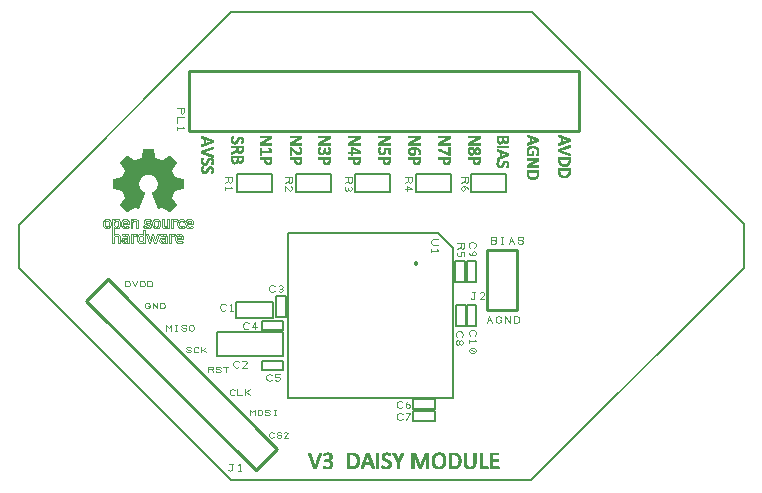
<source format=gto>
G04 EasyPC Gerber Version 20.0.2 Build 4112 *
G04 #@! TF.Part,Single*
G04 #@! TF.FileFunction,Legend,Top *
%FSLAX24Y24*%
%MOIN*%
%ADD11C,0.00100*%
%ADD12C,0.00300*%
%ADD10C,0.00500*%
%ADD106C,0.00800*%
%ADD14C,0.01000*%
X0Y0D02*
D02*
D10*
X6655Y4191D02*
X8855D01*
Y4991*
X6655*
Y4191*
X8485Y9651D02*
X7315D01*
Y10276*
X8485*
Y9651*
X8855Y4041D02*
Y3721D01*
X8145*
Y4041*
X8855*
Y5381D02*
Y5061D01*
X8145*
Y5381*
X8855*
X8935Y5491D02*
X8615D01*
Y6201*
X8935*
Y5491*
X10435Y9651D02*
X9265D01*
Y10276*
X10435*
Y9651*
X12425D02*
X11255D01*
Y10276*
X12425*
Y9651*
X13195Y2041D02*
Y2361D01*
X13905*
Y2041*
X13195*
Y2441D02*
Y2761D01*
X13905*
Y2441*
X13195*
X14435Y9651D02*
X13265D01*
Y10276*
X14435*
Y9651*
X14615Y5911D02*
X14935D01*
Y5201*
X14615*
Y5911*
X14915Y6651D02*
X14595D01*
Y7361*
X14915*
Y6651*
X14965Y7371D02*
X15285D01*
Y6661*
X14965*
Y7371*
X14975Y5911D02*
X15295D01*
Y5201*
X14975*
Y5911*
X16285Y9651D02*
X15115D01*
Y10276*
X16285*
Y9651*
X17145Y15661D02*
X7125D01*
X45Y8581*
Y7121*
X7115Y51*
X17125*
X24205Y7131*
Y8591*
X23805Y8991*
X17145Y15661*
D02*
D11*
X4485Y9651D02*
X4513Y9666D01*
X4540Y9683*
X4565Y9703*
X4587Y9725*
X4608Y9749*
X4626Y9775*
X4642Y9803*
X4654Y9832*
X4664Y9862*
X4671Y9893*
X4675Y9924*
X4676Y9956*
X4674Y9988*
X4668Y10019*
X4660Y10050*
X4649Y10080*
X4635Y10108*
X4618Y10135*
X4599Y10160*
X4577Y10184*
X4554Y10205*
X4528Y10223*
X4501Y10240*
X4472Y10253*
X4442Y10263*
X4411Y10271*
X4380Y10276*
X4348Y10277*
X4316Y10276*
X4285Y10271*
X4254Y10264*
X4224Y10253*
X4195Y10240*
X4168Y10223*
X4142Y10205*
X4118Y10184*
X4097Y10160*
X4078Y10135*
X4061Y10108*
X4047Y10080*
X4036Y10050*
X4027Y10019*
X4022Y9988*
X4020Y9957*
X4020Y9925*
X4024Y9893*
X4031Y9862*
X4041Y9832*
X4054Y9803*
X4069Y9775*
X4087Y9749*
X4108Y9725*
X4131Y9703*
X4155Y9683*
X4182Y9666*
X4211Y9651*
X4215Y9648*
X4218Y9643*
X4219Y9637*
X4218Y9632*
X4021Y9150*
X4018Y9145*
X4013Y9141*
X4007Y9140*
X4002Y9141*
X3895Y9186*
X3890Y9187*
X3885Y9186*
X3881Y9184*
X3646Y9025*
X3641Y9023*
X3636Y9023*
X3631Y9024*
X3627Y9027*
X3426Y9228*
X3423Y9232*
X3421Y9237*
X3422Y9242*
X3424Y9247*
X3583Y9482*
X3585Y9486*
X3585Y9491*
X3584Y9496*
X3488Y9730*
X3485Y9734*
X3481Y9737*
X3477Y9739*
X3198Y9792*
X3193Y9794*
X3189Y9797*
X3187Y9802*
X3186Y9807*
Y10091*
X3187Y10096*
X3189Y10101*
X3193Y10104*
X3198Y10106*
X3477Y10160*
X3481Y10161*
X3485Y10164*
X3488Y10169*
X3584Y10402*
X3585Y10407*
X3585Y10412*
X3583Y10416*
X3424Y10651*
X3422Y10656*
X3421Y10661*
X3423Y10666*
X3426Y10670*
X3627Y10871*
X3631Y10874*
X3636Y10875*
X3641Y10875*
X3646Y10873*
X3881Y10714*
X3885Y10712*
X3890Y10711*
X3895Y10712*
X4128Y10809*
X4132Y10812*
X4136Y10816*
X4137Y10820*
X4191Y11099*
X4193Y11104*
X4196Y11108*
X4201Y11110*
X4206Y11111*
X4490*
X4495Y11110*
X4499Y11108*
X4503Y11104*
X4504Y11099*
X4558Y10820*
X4560Y10816*
X4563Y10812*
X4567Y10809*
X4801Y10712*
X4805Y10711*
X4810Y10712*
X4815Y10714*
X5050Y10873*
X5055Y10875*
X5060Y10875*
X5065Y10874*
X5069Y10871*
X5270Y10670*
X5273Y10666*
X5274Y10661*
X5274Y10656*
X5272Y10651*
X5113Y10416*
X5110Y10412*
X5110Y10407*
X5111Y10402*
X5208Y10169*
X5210Y10164*
X5214Y10161*
X5219Y10160*
X5497Y10106*
X5502Y10104*
X5506Y10101*
X5509Y10096*
X5510Y10091*
Y9807*
X5509Y9802*
X5506Y9797*
X5502Y9794*
X5497Y9792*
X5219Y9739*
X5214Y9737*
X5210Y9734*
X5208Y9730*
X5111Y9496*
X5110Y9491*
X5110Y9486*
X5113Y9482*
X5272Y9247*
X5274Y9242*
X5274Y9237*
X5273Y9232*
X5270Y9228*
X5069Y9027*
X5065Y9024*
X5060Y9023*
X5055Y9023*
X5050Y9025*
X4815Y9184*
X4810Y9186*
X4805Y9187*
X4801Y9186*
X4694Y9141*
X4688Y9140*
X4682Y9141*
X4677Y9145*
X4674Y9150*
X4477Y9632*
X4476Y9637*
X4477Y9643*
X4480Y9648*
X4485Y9651*
X3630Y9024D02*
X3644D01*
X5051D02*
X5065D01*
X3621Y9032D02*
X3656D01*
X5039D02*
X5074D01*
X3613Y9040D02*
X3668D01*
X5027D02*
X5082D01*
X3605Y9049D02*
X3680D01*
X5016D02*
X5090D01*
X3597Y9057D02*
X3692D01*
X5004D02*
X5098D01*
X3589Y9065D02*
X3704D01*
X4992D02*
X5106D01*
X3581Y9073D02*
X3716D01*
X4980D02*
X5114D01*
X3573Y9081D02*
X3727D01*
X4968D02*
X5122D01*
X3565Y9089D02*
X3739D01*
X4956D02*
X5131D01*
X3557Y9097D02*
X3751D01*
X4944D02*
X5139D01*
X3549Y9105D02*
X3763D01*
X4932D02*
X5147D01*
X3541Y9113D02*
X3775D01*
X4921D02*
X5155D01*
X3533Y9121D02*
X3787D01*
X4909D02*
X5163D01*
X3525Y9129D02*
X3799D01*
X4897D02*
X5171D01*
X3517Y9137D02*
X3811D01*
X4885D02*
X5179D01*
X3509Y9145D02*
X3822D01*
X3993D02*
X4018D01*
X4677D02*
X4702D01*
X4873D02*
X5187D01*
X3501Y9153D02*
X3834D01*
X3974D02*
X4023D01*
X4673D02*
X4722D01*
X4861D02*
X5195D01*
X3493Y9161D02*
X3846D01*
X3955D02*
X4026D01*
X4670D02*
X4741D01*
X4849D02*
X5203D01*
X3485Y9169D02*
X3858D01*
X3935D02*
X4029D01*
X4666D02*
X4760D01*
X4837D02*
X5211D01*
X3477Y9177D02*
X3870D01*
X3916D02*
X4033D01*
X4663D02*
X4780D01*
X4826D02*
X5219D01*
X3469Y9185D02*
X3882D01*
X3896D02*
X4036D01*
X4660D02*
X4799D01*
X4814D02*
X5227D01*
X3461Y9193D02*
X4039D01*
X4656D02*
X5235D01*
X3453Y9201D02*
X4042D01*
X4653D02*
X5243D01*
X3444Y9209D02*
X4046D01*
X4650D02*
X5251D01*
X3436Y9217D02*
X4049D01*
X4647D02*
X5259D01*
X3428Y9225D02*
X4052D01*
X4643D02*
X5267D01*
X3422Y9233D02*
X4055D01*
X4640D02*
X5273D01*
X3422Y9241D02*
X4059D01*
X4637D02*
X5274D01*
X3426Y9249D02*
X4062D01*
X4633D02*
X5270D01*
X3431Y9257D02*
X4065D01*
X4630D02*
X5265D01*
X3436Y9265D02*
X4069D01*
X4627D02*
X5259D01*
X3442Y9273D02*
X4072D01*
X4624D02*
X5254D01*
X3447Y9281D02*
X4075D01*
X4620D02*
X5248D01*
X3453Y9289D02*
X4078D01*
X4617D02*
X5243D01*
X3458Y9297D02*
X4082D01*
X4614D02*
X5237D01*
X3464Y9306D02*
X4085D01*
X4611D02*
X5232D01*
X3469Y9314D02*
X4088D01*
X4607D02*
X5226D01*
X3474Y9322D02*
X4092D01*
X4604D02*
X5221D01*
X3480Y9330D02*
X4095D01*
X4601D02*
X5216D01*
X3485Y9338D02*
X4098D01*
X4597D02*
X5210D01*
X3491Y9346D02*
X4101D01*
X4594D02*
X5205D01*
X3496Y9354D02*
X4105D01*
X4591D02*
X5199D01*
X3502Y9362D02*
X4108D01*
X4588D02*
X5194D01*
X3507Y9370D02*
X4111D01*
X4584D02*
X5188D01*
X3512Y9378D02*
X4114D01*
X4581D02*
X5183D01*
X3518Y9386D02*
X4118D01*
X4578D02*
X5178D01*
X3523Y9394D02*
X4121D01*
X4574D02*
X5172D01*
X3529Y9402D02*
X4124D01*
X4571D02*
X5167D01*
X3534Y9410D02*
X4128D01*
X4568D02*
X5161D01*
X3540Y9418D02*
X4131D01*
X4565D02*
X5156D01*
X3545Y9426D02*
X4134D01*
X4561D02*
X5150D01*
X3551Y9434D02*
X4137D01*
X4558D02*
X5145D01*
X3556Y9442D02*
X4141D01*
X4555D02*
X5140D01*
X3561Y9450D02*
X4144D01*
X4551D02*
X5134D01*
X3567Y9458D02*
X4147D01*
X4548D02*
X5129D01*
X3572Y9466D02*
X4151D01*
X4545D02*
X5123D01*
X3578Y9474D02*
X4154D01*
X4542D02*
X5118D01*
X3583Y9482D02*
X4157D01*
X4538D02*
X5112D01*
X3586Y9490D02*
X4160D01*
X4535D02*
X5110D01*
X3584Y9498D02*
X4164D01*
X4532D02*
X5112D01*
X3580Y9506D02*
X4167D01*
X4529D02*
X5115D01*
X3577Y9514D02*
X4170D01*
X4525D02*
X5119D01*
X3574Y9522D02*
X4174D01*
X4522D02*
X5122D01*
X3570Y9530D02*
X4177D01*
X4519D02*
X5125D01*
X3567Y9538D02*
X4180D01*
X4515D02*
X5129D01*
X3564Y9546D02*
X4183D01*
X4512D02*
X5132D01*
X3560Y9554D02*
X4187D01*
X4509D02*
X5135D01*
X3557Y9563D02*
X4190D01*
X4506D02*
X5139D01*
X3554Y9571D02*
X4193D01*
X4502D02*
X5142D01*
X3550Y9579D02*
X4196D01*
X4499D02*
X5145D01*
X3547Y9587D02*
X4200D01*
X4496D02*
X5149D01*
X3544Y9595D02*
X4203D01*
X4492D02*
X5152D01*
X3540Y9603D02*
X4206D01*
X4489D02*
X5155D01*
X3537Y9611D02*
X4210D01*
X4486D02*
X5159D01*
X3534Y9619D02*
X4213D01*
X4483D02*
X5162D01*
X3530Y9627D02*
X4216D01*
X4479D02*
X5165D01*
X3527Y9635D02*
X4219D01*
X4476D02*
X5169D01*
X3524Y9643D02*
X4218D01*
X4477D02*
X5172D01*
X3520Y9651D02*
X4211D01*
X4485D02*
X5175D01*
X3517Y9659D02*
X4194D01*
X4501D02*
X5179D01*
X3514Y9667D02*
X4180D01*
X4516D02*
X5182D01*
X3510Y9675D02*
X4167D01*
X4528D02*
X5185D01*
X3507Y9683D02*
X4156D01*
X4540D02*
X5189D01*
X3504Y9691D02*
X4145D01*
X4551D02*
X5192D01*
X3500Y9699D02*
X4135D01*
X4560D02*
X5195D01*
X3497Y9707D02*
X4126D01*
X4570D02*
X5198D01*
X3494Y9715D02*
X4117D01*
X4578D02*
X5202D01*
X3490Y9723D02*
X4110D01*
X4586D02*
X5205D01*
X3487Y9731D02*
X4102D01*
X4593D02*
X5209D01*
X3473Y9739D02*
X4095D01*
X4600D02*
X5222D01*
X3432Y9747D02*
X4089D01*
X4607D02*
X5264D01*
X3390Y9755D02*
X4083D01*
X4613D02*
X5306D01*
X3348Y9763D02*
X4077D01*
X4618D02*
X5347D01*
X3307Y9771D02*
X4072D01*
X4624D02*
X5389D01*
X3265Y9779D02*
X4067D01*
X4629D02*
X5430D01*
X3224Y9787D02*
X4062D01*
X4633D02*
X5472D01*
X3191Y9795D02*
X4058D01*
X4638D02*
X5504D01*
X3186Y9803D02*
X4054D01*
X4642D02*
X5509D01*
X3186Y9811D02*
X4050D01*
X4646D02*
X5510D01*
X3186Y9820D02*
X4046D01*
X4649D02*
X5510D01*
X3186Y9828D02*
X4043D01*
X4653D02*
X5510D01*
X3186Y9836D02*
X4040D01*
X4656D02*
X5510D01*
X3186Y9844D02*
X4037D01*
X4659D02*
X5510D01*
X3186Y9852D02*
X4034D01*
X4661D02*
X5510D01*
X3186Y9860D02*
X4032D01*
X4664D02*
X5510D01*
X3186Y9868D02*
X4030D01*
X4666D02*
X5510D01*
X3186Y9876D02*
X4028D01*
X4668D02*
X5510D01*
X3186Y9884D02*
X4026D01*
X4669D02*
X5510D01*
X3186Y9892D02*
X4025D01*
X4671D02*
X5510D01*
X3186Y9900D02*
X4023D01*
X4672D02*
X5510D01*
X3186Y9908D02*
X4022D01*
X4673D02*
X5510D01*
X3186Y9916D02*
X4021D01*
X4674D02*
X5510D01*
X3186Y9924D02*
X4020D01*
X4675D02*
X5510D01*
X3186Y9932D02*
X4020D01*
X4676D02*
X5510D01*
X3186Y9940D02*
X4020D01*
X4676D02*
X5510D01*
X3186Y9948D02*
X4020D01*
X4676D02*
X5510D01*
X3186Y9956D02*
X4020D01*
X4676D02*
X5510D01*
X3186Y9964D02*
X4020D01*
X4676D02*
X5510D01*
X3186Y9972D02*
X4020D01*
X4675D02*
X5510D01*
X3186Y9980D02*
X4021D01*
X4675D02*
X5510D01*
X3186Y9988D02*
X4022D01*
X4674D02*
X5510D01*
X3186Y9996D02*
X4023D01*
X4673D02*
X5510D01*
X3186Y10004D02*
X4024D01*
X4671D02*
X5510D01*
X3186Y10012D02*
X4026D01*
X4670D02*
X5510D01*
X3186Y10020D02*
X4027D01*
X4668D02*
X5510D01*
X3186Y10028D02*
X4029D01*
X4666D02*
X5510D01*
X3186Y10036D02*
X4031D01*
X4664D02*
X5510D01*
X3186Y10044D02*
X4034D01*
X4662D02*
X5510D01*
X3186Y10052D02*
X4036D01*
X4659D02*
X5510D01*
X3186Y10060D02*
X4039D01*
X4656D02*
X5510D01*
X3186Y10069D02*
X4042D01*
X4654D02*
X5510D01*
X3186Y10077D02*
X4045D01*
X4650D02*
X5510D01*
X3186Y10085D02*
X4049D01*
X4647D02*
X5510D01*
X3186Y10093D02*
X4053D01*
X4643D02*
X5510D01*
X3189Y10101D02*
X4057D01*
X4639D02*
X5506D01*
X3213Y10109D02*
X4061D01*
X4635D02*
X5483D01*
X3254Y10117D02*
X4066D01*
X4630D02*
X5441D01*
X3296Y10125D02*
X4070D01*
X4625D02*
X5399D01*
X3338Y10133D02*
X4076D01*
X4620D02*
X5358D01*
X3379Y10141D02*
X4081D01*
X4614D02*
X5316D01*
X3421Y10149D02*
X4087D01*
X4608D02*
X5275D01*
X3463Y10157D02*
X4094D01*
X4602D02*
X5233D01*
X3486Y10165D02*
X4100D01*
X4595D02*
X5210D01*
X3489Y10173D02*
X4108D01*
X4588D02*
X5206D01*
X3493Y10181D02*
X4115D01*
X4580D02*
X5203D01*
X3496Y10189D02*
X4124D01*
X4572D02*
X5199D01*
X3499Y10197D02*
X4133D01*
X4563D02*
X5196D01*
X3503Y10205D02*
X4142D01*
X4553D02*
X5193D01*
X3506Y10213D02*
X4153D01*
X4543D02*
X5189D01*
X3509Y10221D02*
X4164D01*
X4531D02*
X5186D01*
X3513Y10229D02*
X4177D01*
X4519D02*
X5183D01*
X3516Y10237D02*
X4191D01*
X4505D02*
X5179D01*
X3519Y10245D02*
X4206D01*
X4489D02*
X5176D01*
X3523Y10253D02*
X4224D01*
X4471D02*
X5173D01*
X3526Y10261D02*
X4246D01*
X4449D02*
X5169D01*
X3529Y10269D02*
X4276D01*
X4420D02*
X5166D01*
X3533Y10277D02*
X5163D01*
X3536Y10285D02*
X5159D01*
X3539Y10293D02*
X5156D01*
X3543Y10301D02*
X5153D01*
X3546Y10309D02*
X5149D01*
X3549Y10317D02*
X5146D01*
X3553Y10326D02*
X5143D01*
X3556Y10334D02*
X5139D01*
X3559Y10342D02*
X5136D01*
X3563Y10350D02*
X5133D01*
X3566Y10358D02*
X5129D01*
X3569Y10366D02*
X5126D01*
X3573Y10374D02*
X5123D01*
X3576Y10382D02*
X5119D01*
X3579Y10390D02*
X5116D01*
X3583Y10398D02*
X5113D01*
X3585Y10406D02*
X5110D01*
X3584Y10414D02*
X5111D01*
X3579Y10422D02*
X5116D01*
X3574Y10430D02*
X5122D01*
X3568Y10438D02*
X5127D01*
X3563Y10446D02*
X5133D01*
X3557Y10454D02*
X5138D01*
X3552Y10462D02*
X5144D01*
X3546Y10470D02*
X5149D01*
X3541Y10478D02*
X5154D01*
X3536Y10486D02*
X5160D01*
X3530Y10494D02*
X5165D01*
X3525Y10502D02*
X5171D01*
X3519Y10510D02*
X5176D01*
X3514Y10518D02*
X5182D01*
X3508Y10526D02*
X5187D01*
X3503Y10534D02*
X5192D01*
X3498Y10542D02*
X5198D01*
X3492Y10550D02*
X5203D01*
X3487Y10558D02*
X5209D01*
X3481Y10566D02*
X5214D01*
X3476Y10574D02*
X5220D01*
X3470Y10583D02*
X5225D01*
X3465Y10591D02*
X5231D01*
X3460Y10599D02*
X5236D01*
X3454Y10607D02*
X5241D01*
X3449Y10615D02*
X5247D01*
X3443Y10623D02*
X5252D01*
X3438Y10631D02*
X5258D01*
X3432Y10639D02*
X5263D01*
X3427Y10647D02*
X5269D01*
X3422Y10655D02*
X5273D01*
X3422Y10663D02*
X5274D01*
X3426Y10671D02*
X5269D01*
X3434Y10679D02*
X5261D01*
X3442Y10687D02*
X5253D01*
X3450Y10695D02*
X5245D01*
X3458Y10703D02*
X5237D01*
X3466Y10711D02*
X5229D01*
X3475Y10719D02*
X3873D01*
X3911D02*
X4785D01*
X4822D02*
X5221D01*
X3483Y10727D02*
X3861D01*
X3930D02*
X4765D01*
X4834D02*
X5213D01*
X3491Y10735D02*
X3849D01*
X3950D02*
X4746D01*
X4846D02*
X5205D01*
X3499Y10743D02*
X3837D01*
X3969D02*
X4726D01*
X4858D02*
X5197D01*
X3507Y10751D02*
X3826D01*
X3988D02*
X4707D01*
X4870D02*
X5189D01*
X3515Y10759D02*
X3814D01*
X4008D02*
X4688D01*
X4882D02*
X5181D01*
X3523Y10767D02*
X3802D01*
X4027D02*
X4668D01*
X4894D02*
X5173D01*
X3531Y10775D02*
X3790D01*
X4047D02*
X4649D01*
X4906D02*
X5165D01*
X3539Y10783D02*
X3778D01*
X4066D02*
X4630D01*
X4917D02*
X5157D01*
X3547Y10791D02*
X3766D01*
X4085D02*
X4610D01*
X4929D02*
X5149D01*
X3555Y10799D02*
X3754D01*
X4105D02*
X4591D01*
X4941D02*
X5141D01*
X3563Y10807D02*
X3742D01*
X4124D02*
X4571D01*
X4953D02*
X5133D01*
X3571Y10815D02*
X3731D01*
X4135D02*
X4560D01*
X4965D02*
X5125D01*
X3579Y10823D02*
X3719D01*
X4138D02*
X4558D01*
X4977D02*
X5116D01*
X3587Y10831D02*
X3707D01*
X4139D02*
X4556D01*
X4989D02*
X5108D01*
X3595Y10840D02*
X3695D01*
X4141D02*
X4555D01*
X5001D02*
X5100D01*
X3603Y10848D02*
X3683D01*
X4142D02*
X4553D01*
X5012D02*
X5092D01*
X3611Y10856D02*
X3671D01*
X4144D02*
X4551D01*
X5024D02*
X5084D01*
X3619Y10864D02*
X3659D01*
X4146D02*
X4550D01*
X5036D02*
X5076D01*
X3627Y10872D02*
X3647D01*
X4147D02*
X4548D01*
X5048D02*
X5068D01*
X4149Y10880D02*
X4547D01*
X4150Y10888D02*
X4545D01*
X4152Y10896D02*
X4544D01*
X4153Y10904D02*
X4542D01*
X4155Y10912D02*
X4541D01*
X4156Y10920D02*
X4539D01*
X4158Y10928D02*
X4537D01*
X4160Y10936D02*
X4536D01*
X4161Y10944D02*
X4534D01*
X4163Y10952D02*
X4533D01*
X4164Y10960D02*
X4531D01*
X4166Y10968D02*
X4530D01*
X4167Y10976D02*
X4528D01*
X4169Y10984D02*
X4527D01*
X4170Y10992D02*
X4525D01*
X4172Y11000D02*
X4524D01*
X4174Y11008D02*
X4522D01*
X4175Y11016D02*
X4520D01*
X4177Y11024D02*
X4519D01*
X4178Y11032D02*
X4517D01*
X4180Y11040D02*
X4516D01*
X4181Y11048D02*
X4514D01*
X4183Y11056D02*
X4513D01*
X4184Y11064D02*
X4511D01*
X4186Y11072D02*
X4510D01*
X4187Y11080D02*
X4508D01*
X4189Y11089D02*
X4506D01*
X4191Y11097D02*
X4505D01*
X4193Y11105D02*
X4502D01*
X6138Y11198D02*
X6132Y11197D01*
X6128Y11196*
X6124Y11196*
X6122Y11198*
X6121Y11200*
X6120Y11201*
X6119Y11204*
X6119Y11206*
X6119Y11209*
X6118Y11213*
Y11216*
Y11221*
Y11226*
Y11229*
X6119Y11233*
Y11236*
X6119Y11241*
X6120Y11244*
X6122Y11247*
X6123Y11249*
X6125Y11250*
X6127Y11251*
X6222Y11284*
Y11446*
X6129Y11478*
X6126Y11479*
X6124Y11480*
X6122Y11482*
X6121Y11484*
X6120Y11488*
X6119Y11493*
X6119Y11495*
X6118Y11498*
Y11502*
Y11506*
Y11510*
Y11514*
X6119Y11517*
X6119Y11520*
X6119Y11523*
X6120Y11525*
X6121Y11527*
X6122Y11528*
X6125Y11530*
X6128Y11530*
X6133Y11530*
X6139Y11528*
X6499Y11397*
X6502Y11396*
X6505Y11394*
X6506Y11392*
X6508Y11389*
X6509Y11384*
X6510Y11379*
Y11376*
X6510Y11372*
Y11368*
Y11364*
Y11360*
Y11355*
X6510Y11352*
Y11348*
X6509Y11342*
X6508Y11338*
X6506Y11335*
X6505Y11332*
X6502Y11330*
X6499Y11329*
X6138Y11198*
X6457Y11365D02*
Y11366D01*
X6263Y11433*
Y11298*
X6457Y11365*
X6129Y10977D02*
X6126Y10978D01*
X6124Y10980*
X6122Y10983*
X6121Y10986*
X6119Y10990*
X6119Y10996*
X6118Y11002*
Y11010*
Y11016*
Y11022*
X6119Y11026*
X6119Y11030*
X6120Y11033*
X6121Y11036*
X6121Y11038*
X6122Y11041*
X6124Y11042*
X6125Y11043*
X6127Y11044*
X6129Y11045*
X6490Y11172*
X6496Y11174*
X6501Y11175*
X6504Y11174*
X6507Y11172*
X6508Y11171*
X6509Y11169*
X6509Y11166*
X6509Y11164*
X6510Y11160*
Y11156*
X6510Y11152*
Y11147*
Y11143*
Y11140*
X6510Y11137*
Y11134*
X6509Y11130*
X6508Y11126*
X6506Y11124*
X6505Y11122*
X6502Y11121*
X6500Y11120*
X6173Y11008*
X6499Y10900*
X6502Y10899*
X6505Y10898*
X6506Y10896*
X6508Y10894*
X6509Y10890*
X6510Y10885*
Y10882*
X6510Y10879*
Y10875*
Y10871*
Y10867*
X6510Y10863*
Y10859*
X6509Y10856*
X6509Y10854*
X6508Y10852*
X6508Y10850*
X6506Y10849*
X6504Y10848*
X6500Y10847*
X6496Y10848*
X6490Y10850*
X6129Y10977*
X6229Y10577D02*
X6216Y10577D01*
X6203Y10579*
X6191Y10582*
X6180Y10587*
X6170Y10592*
X6160Y10599*
X6152Y10606*
X6144Y10615*
X6137Y10624*
X6131Y10634*
X6126Y10645*
X6122Y10656*
X6118Y10669*
X6116Y10682*
X6115Y10695*
X6114Y10708*
X6115Y10718*
X6115Y10728*
X6116Y10736*
X6118Y10745*
X6119Y10753*
X6121Y10760*
X6123Y10768*
X6126Y10774*
X6128Y10781*
X6130Y10786*
X6133Y10792*
X6136Y10796*
X6138Y10800*
X6140Y10804*
X6142Y10807*
X6144Y10809*
X6148Y10812*
X6153Y10814*
X6156Y10814*
X6160Y10815*
X6164Y10815*
X6168*
X6174*
X6179Y10815*
X6183Y10814*
X6186Y10813*
X6188Y10812*
X6190Y10810*
X6190Y10808*
X6191Y10806*
X6190Y10803*
X6189Y10801*
X6188Y10797*
X6186Y10794*
X6183Y10790*
X6180Y10785*
X6178Y10780*
X6175Y10774*
X6172Y10768*
X6169Y10761*
X6166Y10754*
X6163Y10745*
X6161Y10736*
X6159Y10727*
X6159Y10717*
X6158Y10706*
X6159Y10698*
X6159Y10690*
X6161Y10682*
X6163Y10676*
X6165Y10669*
X6168Y10662*
X6171Y10656*
X6175Y10651*
X6180Y10647*
X6185Y10643*
X6190Y10639*
X6196Y10636*
X6202Y10633*
X6209Y10632*
X6216Y10631*
X6223Y10630*
X6231Y10631*
X6238Y10632*
X6245Y10634*
X6252Y10638*
X6257Y10642*
X6263Y10647*
X6267Y10652*
X6272Y10658*
X6277Y10664*
X6281Y10671*
X6285Y10678*
X6288Y10686*
X6296Y10702*
X6303Y10718*
X6311Y10734*
X6320Y10750*
X6325Y10758*
X6330Y10765*
X6336Y10772*
X6342Y10778*
X6349Y10784*
X6356Y10789*
X6363Y10794*
X6372Y10798*
X6381Y10801*
X6390Y10804*
X6401Y10806*
X6412Y10806*
X6424Y10805*
X6435Y10804*
X6446Y10801*
X6456Y10797*
X6465Y10792*
X6473Y10786*
X6481Y10780*
X6488Y10773*
X6494Y10764*
X6499Y10755*
X6504Y10745*
X6507Y10735*
X6511Y10724*
X6512Y10712*
X6514Y10700*
X6514Y10688*
X6513Y10675*
X6512Y10662*
X6509Y10650*
X6506Y10637*
X6502Y10626*
X6498Y10617*
X6496Y10613*
X6494Y10610*
X6492Y10607*
X6490Y10605*
X6488Y10603*
X6486Y10601*
X6484Y10600*
X6482Y10600*
X6479Y10599*
X6475Y10599*
X6471Y10599*
X6466*
X6461*
X6456Y10599*
X6453Y10600*
X6449Y10600*
X6447Y10602*
X6445Y10603*
X6444Y10605*
X6444Y10607*
X6444Y10609*
X6445Y10611*
X6446Y10614*
X6448Y10617*
X6450Y10621*
X6452Y10625*
X6455Y10629*
X6457Y10634*
X6460Y10640*
X6463Y10645*
X6465Y10652*
X6467Y10659*
X6469Y10666*
X6470Y10673*
X6471Y10681*
X6471Y10690*
X6471Y10698*
X6470Y10705*
X6469Y10712*
X6467Y10718*
X6465Y10724*
X6462Y10729*
X6459Y10734*
X6455Y10738*
X6452Y10741*
X6448Y10745*
X6443Y10747*
X6438Y10749*
X6433Y10751*
X6428Y10752*
X6423Y10753*
X6417Y10754*
X6409Y10753*
X6402Y10752*
X6396Y10749*
X6389Y10746*
X6383Y10742*
X6378Y10737*
X6373Y10732*
X6368Y10726*
X6364Y10719*
X6360Y10713*
X6356Y10706*
X6352Y10697*
X6337Y10665*
X6329Y10649*
X6320Y10633*
X6315Y10625*
X6310Y10618*
X6304Y10611*
X6299Y10604*
X6292Y10599*
X6285Y10593*
X6277Y10588*
X6269Y10584*
X6260Y10581*
X6251Y10578*
X6240Y10577*
X6229Y10577*
Y10294D02*
X6216Y10295D01*
X6203Y10297*
X6191Y10300*
X6180Y10304*
X6170Y10310*
X6160Y10316*
X6152Y10324*
X6144Y10332*
X6137Y10342*
X6131Y10352*
X6126Y10362*
X6122Y10374*
X6118Y10387*
X6116Y10399*
X6115Y10413*
X6114Y10426*
X6115Y10436*
X6115Y10445*
X6116Y10454*
X6118Y10462*
X6119Y10470*
X6121Y10478*
X6123Y10485*
X6126Y10492*
X6128Y10498*
X6130Y10504*
X6133Y10509*
X6136Y10514*
X6138Y10518*
X6140Y10521*
X6142Y10524*
X6144Y10526*
X6148Y10529*
X6153Y10531*
X6156Y10532*
X6160Y10533*
X6164Y10533*
X6168*
X6174*
X6179Y10532*
X6183Y10532*
X6186Y10530*
X6188Y10529*
X6190Y10528*
X6190Y10526*
X6191Y10524*
X6190Y10521*
X6189Y10518*
X6188Y10515*
X6186Y10511*
X6183Y10507*
X6180Y10503*
X6178Y10498*
X6175Y10492*
X6172Y10485*
X6169Y10479*
X6166Y10471*
X6163Y10463*
X6161Y10454*
X6159Y10445*
X6159Y10435*
X6158Y10424*
X6159Y10416*
X6159Y10408*
X6161Y10400*
X6163Y10393*
X6165Y10386*
X6168Y10380*
X6171Y10374*
X6175Y10369*
X6180Y10364*
X6185Y10360*
X6190Y10357*
X6196Y10354*
X6202Y10351*
X6209Y10350*
X6216Y10348*
X6223Y10348*
X6231Y10348*
X6238Y10350*
X6245Y10352*
X6252Y10355*
X6257Y10360*
X6263Y10364*
X6267Y10370*
X6272Y10376*
X6277Y10382*
X6281Y10389*
X6285Y10396*
X6288Y10403*
X6296Y10420*
X6303Y10436*
X6311Y10452*
X6320Y10468*
X6325Y10476*
X6330Y10483*
X6336Y10489*
X6342Y10496*
X6349Y10502*
X6356Y10507*
X6363Y10512*
X6372Y10516*
X6381Y10519*
X6390Y10522*
X6401Y10523*
X6412Y10524*
X6424Y10523*
X6435Y10521*
X6446Y10518*
X6456Y10515*
X6465Y10510*
X6473Y10504*
X6481Y10498*
X6488Y10490*
X6494Y10482*
X6499Y10473*
X6504Y10463*
X6507Y10452*
X6511Y10441*
X6512Y10430*
X6514Y10418*
X6514Y10406*
X6513Y10393*
X6512Y10380*
X6509Y10367*
X6506Y10355*
X6502Y10344*
X6498Y10335*
X6496Y10331*
X6494Y10327*
X6492Y10325*
X6490Y10323*
X6488Y10320*
X6486Y10319*
X6484Y10318*
X6482Y10317*
X6479Y10317*
X6475Y10317*
X6471Y10316*
X6466*
X6461*
X6456Y10317*
X6453Y10317*
X6449Y10318*
X6447Y10319*
X6445Y10321*
X6444Y10322*
X6444Y10324*
X6444Y10326*
X6445Y10329*
X6446Y10331*
X6448Y10335*
X6450Y10339*
X6452Y10343*
X6455Y10347*
X6457Y10352*
X6460Y10357*
X6463Y10363*
X6465Y10369*
X6467Y10376*
X6469Y10383*
X6470Y10391*
X6471Y10399*
X6471Y10407*
X6471Y10416*
X6470Y10423*
X6469Y10429*
X6467Y10436*
X6465Y10441*
X6462Y10447*
X6459Y10451*
X6455Y10455*
X6452Y10459*
X6448Y10462*
X6443Y10465*
X6438Y10467*
X6433Y10469*
X6428Y10470*
X6423Y10471*
X6417Y10471*
X6409Y10471*
X6402Y10469*
X6396Y10467*
X6389Y10463*
X6383Y10459*
X6378Y10455*
X6373Y10450*
X6368Y10444*
X6364Y10437*
X6360Y10431*
X6356Y10423*
X6352Y10415*
X6337Y10383*
X6329Y10366*
X6320Y10350*
X6315Y10343*
X6310Y10335*
X6304Y10328*
X6299Y10322*
X6292Y10316*
X6285Y10311*
X6277Y10306*
X6269Y10302*
X6260Y10299*
X6251Y10296*
X6240Y10295*
X6229Y10294*
X6222Y10295D02*
X6240D01*
X6181Y10304D02*
X6273D01*
X6165Y10313D02*
X6288D01*
X6153Y10323D02*
X6299D01*
X6444D02*
X6490D01*
X6144Y10332D02*
X6308D01*
X6447D02*
X6496D01*
X6137Y10341D02*
X6315D01*
X6452D02*
X6501D01*
X6132Y10351D02*
X6203D01*
X6241D02*
X6320D01*
X6457D02*
X6505D01*
X6127Y10360D02*
X6185D01*
X6258D02*
X6326D01*
X6461D02*
X6508D01*
X6123Y10370D02*
X6175D01*
X6267D02*
X6330D01*
X6465D02*
X6510D01*
X6120Y10379D02*
X6169D01*
X6275D02*
X6335D01*
X6468D02*
X6512D01*
X6118Y10388D02*
X6164D01*
X6280D02*
X6339D01*
X6470D02*
X6513D01*
X6116Y10398D02*
X6161D01*
X6286D02*
X6344D01*
X6471D02*
X6514D01*
X6115Y10407D02*
X6159D01*
X6290D02*
X6348D01*
X6471D02*
X6514D01*
X6115Y10416D02*
X6159D01*
X6294D02*
X6353D01*
X6471D02*
X6514D01*
X6114Y10426D02*
X6158D01*
X6299D02*
X6357D01*
X6470D02*
X6513D01*
X6115Y10435D02*
X6159D01*
X6303D02*
X6363D01*
X6467D02*
X6512D01*
X6115Y10445D02*
X6159D01*
X6308D02*
X6369D01*
X6463D02*
X6510D01*
X6116Y10454D02*
X6161D01*
X6312D02*
X6377D01*
X6457D02*
X6507D01*
X6118Y10463D02*
X6163D01*
X6318D02*
X6389D01*
X6446D02*
X6504D01*
X6120Y10473D02*
X6167D01*
X6323D02*
X6499D01*
X6122Y10482D02*
X6170D01*
X6330D02*
X6494D01*
X6125Y10491D02*
X6174D01*
X6338D02*
X6487D01*
X6129Y10501D02*
X6179D01*
X6347D02*
X6477D01*
X6133Y10510D02*
X6185D01*
X6361D02*
X6465D01*
X6139Y10520D02*
X6190D01*
X6382D02*
X6442D01*
X6147Y10529D02*
X6189D01*
X6184Y10585D02*
X6271D01*
X6166Y10594D02*
X6287D01*
X6155Y10604D02*
X6298D01*
X6445D02*
X6489D01*
X6145Y10613D02*
X6306D01*
X6446D02*
X6496D01*
X6138Y10623D02*
X6314D01*
X6451D02*
X6500D01*
X6132Y10632D02*
X6209D01*
X6237D02*
X6320D01*
X6456D02*
X6504D01*
X6128Y10641D02*
X6186D01*
X6256D02*
X6325D01*
X6461D02*
X6507D01*
X6124Y10651D02*
X6176D01*
X6266D02*
X6330D01*
X6464D02*
X6510D01*
X6121Y10660D02*
X6169D01*
X6274D02*
X6334D01*
X6467D02*
X6512D01*
X6118Y10669D02*
X6165D01*
X6280D02*
X6339D01*
X6470D02*
X6513D01*
X6117Y10679D02*
X6162D01*
X6285D02*
X6343D01*
X6471D02*
X6514D01*
X6115Y10688D02*
X6160D01*
X6289D02*
X6348D01*
X6471D02*
X6514D01*
X6115Y10698D02*
X6159D01*
X6294D02*
X6352D01*
X6471D02*
X6514D01*
X6114Y10707D02*
X6158D01*
X6298D02*
X6357D01*
X6470D02*
X6513D01*
X6115Y10716D02*
X6159D01*
X6302D02*
X6362D01*
X6467D02*
X6512D01*
X6115Y10726D02*
X6159D01*
X6307D02*
X6368D01*
X6464D02*
X6510D01*
X6116Y10735D02*
X6161D01*
X6312D02*
X6376D01*
X6458D02*
X6507D01*
X6118Y10744D02*
X6163D01*
X6317D02*
X6387D01*
X6448D02*
X6504D01*
X6120Y10754D02*
X6166D01*
X6322D02*
X6500D01*
X6122Y10763D02*
X6170D01*
X6329D02*
X6494D01*
X6125Y10773D02*
X6174D01*
X6337D02*
X6488D01*
X6128Y10782D02*
X6179D01*
X6346D02*
X6479D01*
X6133Y10791D02*
X6184D01*
X6359D02*
X6466D01*
X6138Y10801D02*
X6189D01*
X6378D02*
X6446D01*
X6146Y10810D02*
X6190D01*
X6499Y10847D02*
X6504D01*
X6471Y10857D02*
X6509D01*
X6444Y10866D02*
X6510D01*
X6417Y10876D02*
X6510D01*
X6391Y10885D02*
X6510D01*
X6364Y10894D02*
X6508D01*
X6337Y10904D02*
X6488D01*
X6311Y10913D02*
X6460D01*
X6284Y10922D02*
X6432D01*
X6257Y10932D02*
X6404D01*
X6231Y10941D02*
X6375D01*
X6204Y10951D02*
X6347D01*
X6177Y10960D02*
X6319D01*
X6151Y10969D02*
X6291D01*
X6126Y10979D02*
X6263D01*
X6120Y10988D02*
X6234D01*
X6119Y10997D02*
X6206D01*
X6118Y11007D02*
X6178D01*
X6118Y11016D02*
X6196D01*
X6119Y11026D02*
X6224D01*
X6120Y11035D02*
X6251D01*
X6127Y11044D02*
X6279D01*
X6153Y11054D02*
X6306D01*
X6179Y11063D02*
X6333D01*
X6206Y11072D02*
X6361D01*
X6233Y11082D02*
X6388D01*
X6259Y11091D02*
X6416D01*
X6286Y11100D02*
X6443D01*
X6313Y11110D02*
X6471D01*
X6339Y11119D02*
X6498D01*
X6366Y11129D02*
X6509D01*
X6393Y11138D02*
X6510D01*
X6420Y11147D02*
X6510D01*
X6446Y11157D02*
X6510D01*
X6473Y11166D02*
X6509D01*
X6119Y11204D02*
X6153D01*
X6118Y11213D02*
X6178D01*
X6118Y11222D02*
X6204D01*
X6119Y11232D02*
X6230D01*
X6119Y11241D02*
X6256D01*
X6126Y11250D02*
X6282D01*
X6152Y11260D02*
X6308D01*
X6179Y11269D02*
X6334D01*
X6206Y11279D02*
X6360D01*
X6222Y11288D02*
X6386D01*
X6222Y11297D02*
X6412D01*
X6222Y11307D02*
X6263D01*
X6288D02*
X6438D01*
X6222Y11316D02*
X6263D01*
X6315D02*
X6464D01*
X6222Y11325D02*
X6263D01*
X6342D02*
X6490D01*
X6222Y11335D02*
X6263D01*
X6369D02*
X6506D01*
X6222Y11344D02*
X6263D01*
X6396D02*
X6509D01*
X6222Y11353D02*
X6263D01*
X6422D02*
X6510D01*
X6222Y11363D02*
X6263D01*
X6449D02*
X6510D01*
X6222Y11372D02*
X6263D01*
X6438D02*
X6510D01*
X6222Y11382D02*
X6263D01*
X6411D02*
X6509D01*
X6222Y11391D02*
X6263D01*
X6384D02*
X6507D01*
X6222Y11400D02*
X6263D01*
X6357D02*
X6491D01*
X6222Y11410D02*
X6263D01*
X6330D02*
X6465D01*
X6222Y11419D02*
X6263D01*
X6303D02*
X6439D01*
X6222Y11428D02*
X6263D01*
X6276D02*
X6413D01*
X6222Y11438D02*
X6387D01*
X6218Y11447D02*
X6361D01*
X6190Y11457D02*
X6335D01*
X6163Y11466D02*
X6310D01*
X6135Y11475D02*
X6284D01*
X6121Y11485D02*
X6258D01*
X6119Y11494D02*
X6232D01*
X6118Y11503D02*
X6206D01*
X6118Y11513D02*
X6180D01*
X6119Y11522D02*
X6154D01*
X7229Y11281D02*
X7216Y11282D01*
X7203Y11283*
X7191Y11286*
X7180Y11291*
X7170Y11296*
X7160Y11303*
X7152Y11311*
X7144Y11319*
X7137Y11328*
X7131Y11338*
X7126Y11349*
X7122Y11361*
X7118Y11373*
X7116Y11386*
X7115Y11399*
X7114Y11413*
X7115Y11423*
X7115Y11432*
X7116Y11441*
X7118Y11449*
X7119Y11457*
X7121Y11465*
X7123Y11472*
X7126Y11479*
X7128Y11485*
X7130Y11491*
X7133Y11496*
X7136Y11501*
X7138Y11505*
X7140Y11508*
X7142Y11511*
X7144Y11513*
X7148Y11516*
X7153Y11518*
X7156Y11519*
X7160Y11519*
X7164Y11520*
X7168*
X7174*
X7179Y11519*
X7183Y11518*
X7186Y11517*
X7188Y11516*
X7190Y11514*
X7190Y11512*
X7191Y11510*
X7190Y11508*
X7189Y11505*
X7188Y11502*
X7186Y11498*
X7183Y11494*
X7180Y11489*
X7178Y11484*
X7175Y11479*
X7172Y11472*
X7169Y11465*
X7166Y11458*
X7163Y11450*
X7161Y11441*
X7159Y11431*
X7159Y11421*
X7158Y11411*
X7159Y11402*
X7159Y11394*
X7161Y11387*
X7163Y11380*
X7165Y11373*
X7168Y11367*
X7171Y11361*
X7175Y11356*
X7180Y11351*
X7185Y11347*
X7190Y11343*
X7196Y11340*
X7202Y11338*
X7209Y11336*
X7216Y11335*
X7223Y11335*
X7231Y11335*
X7238Y11337*
X7245Y11339*
X7252Y11342*
X7257Y11346*
X7263Y11351*
X7267Y11356*
X7272Y11362*
X7277Y11368*
X7281Y11375*
X7285Y11382*
X7288Y11390*
X7296Y11406*
X7303Y11422*
X7311Y11439*
X7320Y11454*
X7325Y11462*
X7330Y11469*
X7336Y11476*
X7342Y11483*
X7349Y11489*
X7356Y11494*
X7363Y11498*
X7372Y11502*
X7381Y11506*
X7390Y11508*
X7401Y11510*
X7412Y11510*
X7424Y11509*
X7435Y11508*
X7446Y11505*
X7456Y11501*
X7465Y11497*
X7473Y11491*
X7481Y11484*
X7488Y11477*
X7494Y11468*
X7499Y11460*
X7504Y11450*
X7507Y11439*
X7511Y11428*
X7512Y11417*
X7514Y11405*
X7514Y11392*
X7513Y11379*
X7512Y11366*
X7509Y11354*
X7506Y11342*
X7502Y11331*
X7498Y11321*
X7496Y11317*
X7494Y11314*
X7492Y11311*
X7490Y11309*
X7488Y11307*
X7486Y11305*
X7484Y11305*
X7482Y11304*
X7479Y11304*
X7475Y11303*
X7471Y11303*
X7466*
X7461*
X7456Y11303*
X7453Y11304*
X7449Y11305*
X7447Y11306*
X7445Y11307*
X7444Y11309*
X7444Y11311*
X7444Y11313*
X7445Y11315*
X7446Y11318*
X7448Y11321*
X7450Y11325*
X7452Y11329*
X7455Y11334*
X7457Y11339*
X7460Y11344*
X7463Y11350*
X7465Y11356*
X7467Y11363*
X7469Y11370*
X7470Y11378*
X7471Y11386*
X7471Y11394*
X7471Y11402*
X7470Y11409*
X7469Y11416*
X7467Y11422*
X7465Y11428*
X7462Y11433*
X7459Y11438*
X7455Y11442*
X7452Y11446*
X7448Y11449*
X7443Y11451*
X7438Y11454*
X7433Y11456*
X7428Y11457*
X7423Y11457*
X7417Y11458*
X7409Y11457*
X7402Y11456*
X7396Y11453*
X7389Y11450*
X7383Y11446*
X7378Y11442*
X7373Y11436*
X7368Y11430*
X7364Y11424*
X7360Y11417*
X7356Y11410*
X7352Y11402*
X7337Y11369*
X7329Y11353*
X7320Y11337*
X7315Y11329*
X7310Y11322*
X7304Y11315*
X7299Y11309*
X7292Y11303*
X7285Y11297*
X7277Y11293*
X7269Y11289*
X7260Y11285*
X7251Y11283*
X7240Y11281*
X7229Y11281*
X7128Y10948D02*
X7126D01*
X7124Y10949*
X7122Y10950*
X7121Y10953*
X7120Y10956*
X7119Y10961*
X7119Y10964*
X7118Y10967*
Y10971*
Y10975*
Y10983*
X7119Y10988*
X7120Y10993*
X7121Y10996*
X7122Y10999*
X7125Y11001*
X7127Y11003*
X7130Y11004*
X7222Y11040*
X7237Y11046*
X7251Y11052*
X7257Y11056*
X7263Y11060*
X7268Y11064*
X7273Y11068*
X7278Y11073*
X7281Y11079*
X7285Y11084*
X7288Y11090*
X7290Y11097*
X7292Y11104*
X7293Y11112*
X7293Y11121*
Y11155*
X7128*
X7126Y11156*
X7124Y11157*
X7122Y11158*
X7121Y11161*
X7120Y11164*
X7119Y11168*
X7118Y11174*
Y11181*
Y11188*
X7119Y11193*
X7120Y11198*
X7121Y11201*
X7122Y11204*
X7124Y11206*
X7126Y11206*
X7128Y11207*
X7487*
X7493Y11206*
X7497Y11205*
X7501Y11204*
X7504Y11201*
X7506Y11198*
X7507Y11194*
X7508Y11191*
X7508Y11188*
Y11105*
Y11098*
X7508Y11092*
Y11086*
X7508Y11081*
X7507Y11071*
X7506Y11063*
X7504Y11052*
X7501Y11042*
X7497Y11032*
X7494Y11023*
X7489Y11015*
X7484Y11008*
X7478Y11001*
X7472Y10994*
X7466Y10989*
X7459Y10984*
X7451Y10980*
X7443Y10977*
X7434Y10974*
X7425Y10973*
X7416Y10971*
X7406Y10971*
X7396Y10971*
X7387Y10973*
X7379Y10974*
X7371Y10976*
X7363Y10979*
X7356Y10983*
X7350Y10987*
X7344Y10992*
X7338Y10997*
X7333Y11002*
X7327Y11008*
X7323Y11015*
X7319Y11022*
X7315Y11030*
X7311Y11038*
X7308Y11046*
X7304Y11037*
X7298Y11029*
X7290Y11021*
X7282Y11014*
X7273Y11008*
X7262Y11001*
X7256Y10999*
X7249Y10995*
X7242Y10992*
X7235Y10989*
X7150Y10955*
X7145Y10953*
X7141Y10951*
X7137Y10950*
X7134Y10949*
X7131Y10948*
X7128Y10948*
X7401Y11026D02*
X7412Y11026D01*
X7422Y11028*
X7431Y11031*
X7439Y11036*
X7443Y11038*
X7446Y11042*
X7450Y11045*
X7453Y11049*
X7456Y11054*
X7458Y11059*
X7460Y11064*
X7462Y11070*
X7464Y11078*
X7465Y11087*
X7466Y11092*
Y11098*
X7466Y11104*
Y11112*
Y11155*
X7335*
Y11105*
X7335Y11095*
X7336Y11086*
X7338Y11077*
X7340Y11070*
X7342Y11063*
X7346Y11056*
X7349Y11050*
X7353Y11045*
X7358Y11040*
X7363Y11036*
X7368Y11033*
X7374Y11030*
X7381Y11028*
X7387Y11027*
X7394Y11026*
X7401Y11026*
X7231Y10617D02*
X7222Y10618D01*
X7214Y10618*
X7205Y10620*
X7198Y10622*
X7190Y10625*
X7183Y10628*
X7176Y10631*
X7170Y10635*
X7164Y10639*
X7158Y10644*
X7153Y10650*
X7148Y10655*
X7144Y10661*
X7140Y10668*
X7136Y10675*
X7133Y10682*
X7130Y10689*
X7127Y10697*
X7125Y10706*
X7123Y10714*
X7122Y10722*
X7121Y10732*
X7120Y10742*
Y10753*
Y10854*
X7121Y10858*
X7121Y10861*
X7123Y10864*
X7125Y10867*
X7127Y10870*
X7131Y10872*
X7136Y10873*
X7141Y10873*
X7487*
X7493Y10873*
X7497Y10872*
X7501Y10870*
X7504Y10867*
X7506Y10864*
X7507Y10861*
X7508Y10858*
X7508Y10854*
Y10766*
Y10757*
X7508Y10749*
X7507Y10741*
X7506Y10734*
X7506Y10727*
X7505Y10721*
X7503Y10714*
X7502Y10709*
X7498Y10698*
X7494Y10688*
X7489Y10680*
X7482Y10672*
X7476Y10665*
X7468Y10659*
X7460Y10654*
X7452Y10649*
X7442Y10646*
X7432Y10644*
X7422Y10642*
X7410Y10642*
X7403Y10642*
X7397Y10643*
X7390Y10644*
X7384Y10645*
X7378Y10647*
X7372Y10649*
X7366Y10652*
X7360Y10655*
X7355Y10658*
X7351Y10662*
X7346Y10666*
X7341Y10671*
X7337Y10676*
X7334Y10681*
X7331Y10687*
X7328Y10693*
X7326Y10686*
X7323Y10678*
X7320Y10671*
X7317Y10664*
X7312Y10657*
X7308Y10651*
X7303Y10645*
X7297Y10640*
X7290Y10635*
X7283Y10630*
X7276Y10626*
X7268Y10623*
X7259Y10621*
X7251Y10619*
X7241Y10618*
X7231Y10617*
X7405Y10695D02*
X7412Y10695D01*
X7419Y10696*
X7424Y10697*
X7430Y10699*
X7436Y10701*
X7441Y10704*
X7446Y10707*
X7450Y10711*
X7453Y10715*
X7457Y10721*
X7460Y10726*
X7462Y10733*
X7464Y10740*
X7465Y10749*
X7466Y10758*
X7466Y10769*
Y10822*
X7341*
Y10763*
X7341Y10754*
X7342Y10745*
X7344Y10737*
X7346Y10731*
X7349Y10725*
X7352Y10720*
X7356Y10715*
X7360Y10711*
X7364Y10707*
X7370Y10703*
X7375Y10701*
X7381Y10699*
X7386Y10697*
X7393Y10696*
X7399Y10695*
X7405Y10695*
X7229Y10671D02*
X7237Y10672D01*
X7245Y10673*
X7252Y10674*
X7259Y10677*
X7265Y10680*
X7271Y10684*
X7277Y10688*
X7281Y10693*
X7285Y10699*
X7289Y10705*
X7292Y10712*
X7295Y10720*
X7297Y10729*
X7299Y10738*
X7299Y10749*
X7300Y10760*
Y10822*
X7163*
Y10747*
X7163Y10739*
X7164Y10730*
X7165Y10723*
X7167Y10716*
X7169Y10710*
X7172Y10704*
X7175Y10698*
X7179Y10693*
X7184Y10688*
X7189Y10684*
X7194Y10680*
X7200Y10677*
X7206Y10675*
X7213Y10673*
X7221Y10672*
X7229Y10671*
X7196Y10623D02*
X7266D01*
X7175Y10632D02*
X7286D01*
X7162Y10641D02*
X7299D01*
X7152Y10651D02*
X7307D01*
X7368D02*
X7455D01*
X7145Y10660D02*
X7314D01*
X7353D02*
X7470D01*
X7139Y10669D02*
X7320D01*
X7343D02*
X7480D01*
X7134Y10679D02*
X7197D01*
X7262D02*
X7324D01*
X7336D02*
X7488D01*
X7130Y10688D02*
X7184D01*
X7276D02*
X7327D01*
X7330D02*
X7494D01*
X7127Y10698D02*
X7176D01*
X7284D02*
X7385D01*
X7426D02*
X7498D01*
X7125Y10707D02*
X7171D01*
X7290D02*
X7364D01*
X7446D02*
X7501D01*
X7123Y10716D02*
X7167D01*
X7294D02*
X7354D01*
X7454D02*
X7504D01*
X7122Y10726D02*
X7164D01*
X7296D02*
X7348D01*
X7459D02*
X7506D01*
X7121Y10735D02*
X7163D01*
X7298D02*
X7344D01*
X7462D02*
X7507D01*
X7120Y10744D02*
X7163D01*
X7299D02*
X7342D01*
X7464D02*
X7508D01*
X7120Y10754D02*
X7163D01*
X7299D02*
X7341D01*
X7466D02*
X7508D01*
X7120Y10763D02*
X7163D01*
X7300D02*
X7341D01*
X7466D02*
X7508D01*
X7120Y10773D02*
X7163D01*
X7300D02*
X7341D01*
X7466D02*
X7508D01*
X7120Y10782D02*
X7163D01*
X7300D02*
X7341D01*
X7466D02*
X7508D01*
X7120Y10791D02*
X7163D01*
X7300D02*
X7341D01*
X7466D02*
X7508D01*
X7120Y10801D02*
X7163D01*
X7300D02*
X7341D01*
X7466D02*
X7508D01*
X7120Y10810D02*
X7163D01*
X7300D02*
X7341D01*
X7466D02*
X7508D01*
X7120Y10819D02*
X7163D01*
X7300D02*
X7341D01*
X7466D02*
X7508D01*
X7120Y10829D02*
X7508D01*
X7120Y10838D02*
X7508D01*
X7120Y10847D02*
X7508D01*
X7120Y10857D02*
X7508D01*
X7124Y10866D02*
X7504D01*
X7122Y10951D02*
X7139D01*
X7119Y10960D02*
X7163D01*
X7118Y10969D02*
X7186D01*
X7118Y10979D02*
X7209D01*
X7364D02*
X7447D01*
X7119Y10988D02*
X7232D01*
X7348D02*
X7464D01*
X7122Y10997D02*
X7253D01*
X7337D02*
X7475D01*
X7138Y11007D02*
X7271D01*
X7329D02*
X7483D01*
X7162Y11016D02*
X7285D01*
X7322D02*
X7490D01*
X7186Y11026D02*
X7295D01*
X7317D02*
X7400D01*
X7401D02*
X7495D01*
X7210Y11035D02*
X7302D01*
X7313D02*
X7365D01*
X7437D02*
X7498D01*
X7233Y11044D02*
X7307D01*
X7309D02*
X7354D01*
X7449D02*
X7502D01*
X7253Y11054D02*
X7347D01*
X7456D02*
X7504D01*
X7267Y11063D02*
X7342D01*
X7460D02*
X7506D01*
X7277Y11072D02*
X7339D01*
X7462D02*
X7507D01*
X7283Y11082D02*
X7337D01*
X7464D02*
X7508D01*
X7288Y11091D02*
X7335D01*
X7465D02*
X7508D01*
X7291Y11100D02*
X7335D01*
X7466D02*
X7508D01*
X7292Y11110D02*
X7335D01*
X7466D02*
X7508D01*
X7293Y11119D02*
X7335D01*
X7466D02*
X7508D01*
X7293Y11129D02*
X7335D01*
X7466D02*
X7508D01*
X7293Y11138D02*
X7335D01*
X7466D02*
X7508D01*
X7293Y11147D02*
X7335D01*
X7466D02*
X7508D01*
X7124Y11157D02*
X7508D01*
X7119Y11166D02*
X7508D01*
X7118Y11175D02*
X7508D01*
X7118Y11185D02*
X7508D01*
X7119Y11194D02*
X7507D01*
X7122Y11204D02*
X7501D01*
X7187Y11288D02*
X7267D01*
X7169Y11297D02*
X7285D01*
X7156Y11307D02*
X7296D01*
X7446D02*
X7487D01*
X7147Y11316D02*
X7305D01*
X7445D02*
X7495D01*
X7139Y11325D02*
X7313D01*
X7450D02*
X7500D01*
X7133Y11335D02*
X7223D01*
X7224D02*
X7319D01*
X7455D02*
X7504D01*
X7128Y11344D02*
X7189D01*
X7254D02*
X7324D01*
X7460D02*
X7507D01*
X7124Y11353D02*
X7177D01*
X7265D02*
X7329D01*
X7464D02*
X7509D01*
X7121Y11363D02*
X7170D01*
X7273D02*
X7334D01*
X7467D02*
X7511D01*
X7119Y11372D02*
X7165D01*
X7279D02*
X7338D01*
X7469D02*
X7513D01*
X7117Y11382D02*
X7162D01*
X7284D02*
X7343D01*
X7471D02*
X7514D01*
X7116Y11391D02*
X7160D01*
X7289D02*
X7347D01*
X7471D02*
X7514D01*
X7115Y11400D02*
X7159D01*
X7293D02*
X7351D01*
X7471D02*
X7514D01*
X7114Y11410D02*
X7158D01*
X7297D02*
X7356D01*
X7470D02*
X7513D01*
X7115Y11419D02*
X7159D01*
X7302D02*
X7361D01*
X7468D02*
X7512D01*
X7115Y11428D02*
X7159D01*
X7306D02*
X7367D01*
X7465D02*
X7510D01*
X7116Y11438D02*
X7161D01*
X7311D02*
X7375D01*
X7459D02*
X7508D01*
X7117Y11447D02*
X7163D01*
X7316D02*
X7385D01*
X7450D02*
X7504D01*
X7119Y11457D02*
X7166D01*
X7321D02*
X7405D01*
X7429D02*
X7501D01*
X7122Y11466D02*
X7169D01*
X7328D02*
X7495D01*
X7125Y11475D02*
X7173D01*
X7335D02*
X7489D01*
X7128Y11485D02*
X7178D01*
X7344D02*
X7480D01*
X7132Y11494D02*
X7183D01*
X7357D02*
X7468D01*
X7137Y11503D02*
X7189D01*
X7374D02*
X7450D01*
X7144Y11513D02*
X7190D01*
X8092Y11246D02*
X8086Y11246D01*
X8081Y11248*
X8077Y11250*
X8075Y11253*
X8072Y11256*
X8071Y11261*
X8070Y11265*
X8069Y11269*
Y11285*
X8070Y11293*
X8071Y11300*
X8073Y11306*
X8077Y11311*
X8079Y11314*
X8082Y11317*
X8085Y11319*
X8089Y11322*
X8093Y11325*
X8097Y11328*
X8102Y11330*
X8108Y11334*
X8329Y11452*
X8346Y11461*
X8365Y11471*
X8383Y11480*
X8401Y11488*
Y11489*
X8379Y11488*
X8357Y11488*
X8312Y11488*
X8078*
X8076Y11488*
X8074Y11489*
X8072Y11491*
X8071Y11493*
X8070Y11497*
X8069Y11501*
X8068Y11507*
Y11514*
Y11521*
X8069Y11526*
X8070Y11530*
X8071Y11534*
X8072Y11536*
X8074Y11538*
X8076Y11539*
X8078Y11539*
X8436*
X8441Y11539*
X8446Y11537*
X8450Y11536*
X8453Y11532*
X8455Y11529*
X8457Y11525*
X8458Y11522*
X8458Y11518*
Y11492*
Y11488*
X8458Y11484*
X8458Y11480*
X8457Y11477*
X8455Y11471*
X8452Y11466*
X8448Y11462*
X8442Y11457*
X8439Y11455*
X8435Y11452*
X8431Y11450*
X8427Y11448*
X8257Y11356*
X8241Y11348*
X8226Y11340*
X8197Y11325*
X8168Y11311*
X8140Y11297*
X8165Y11297*
X8190Y11298*
X8215*
X8239*
X8450*
X8452Y11297*
X8454Y11296*
X8455Y11295*
X8457Y11292*
X8458Y11288*
X8459Y11284*
X8459Y11281*
Y11279*
X8459Y11275*
Y11271*
X8459Y11265*
X8459Y11259*
X8458Y11255*
X8457Y11251*
X8455Y11249*
X8454Y11247*
X8452Y11246*
X8450Y11246*
X8092*
X8091Y10916D02*
X8085Y10917D01*
X8081Y10917*
X8077Y10918*
X8075Y10920*
X8073Y10921*
X8071Y10923*
X8071Y10925*
X8070Y10927*
Y11130*
X8071Y11132*
X8071Y11134*
X8073Y11136*
X8075Y11137*
X8077Y11139*
X8081Y11140*
X8085Y11140*
X8091Y11141*
X8095Y11140*
X8100Y11140*
X8104Y11139*
X8106Y11137*
X8109Y11136*
X8110Y11134*
X8111Y11132*
X8112Y11130*
Y11049*
X8407*
X8362Y11124*
X8360Y11129*
X8359Y11133*
Y11136*
X8360Y11139*
X8363Y11140*
X8366Y11142*
X8372Y11142*
X8378Y11142*
X8383*
X8387Y11142*
X8390Y11141*
X8393Y11140*
X8395Y11139*
X8397Y11138*
X8399Y11136*
X8400Y11133*
X8458Y11044*
X8459Y11041*
X8460Y11039*
X8460Y11036*
X8461Y11034*
X8461Y11030*
Y11026*
Y11021*
X8461Y11015*
X8461Y11009*
X8460Y11005*
X8459Y11002*
X8458Y10999*
X8456Y10998*
X8455Y10998*
X8453Y10997*
X8112*
Y10927*
X8111Y10925*
X8110Y10923*
X8109Y10921*
X8106Y10919*
X8104Y10918*
X8100Y10917*
X8095Y10916*
X8091*
X8344Y10593D02*
X8331Y10594D01*
X8317Y10595*
X8304Y10598*
X8292Y10602*
X8281Y10608*
X8270Y10614*
X8261Y10621*
X8252Y10630*
X8244Y10639*
X8238Y10650*
X8232Y10661*
X8227Y10674*
X8223Y10687*
X8220Y10702*
X8218Y10718*
X8218Y10736*
Y10780*
X8078*
X8076Y10780*
X8074Y10781*
X8072Y10783*
X8071Y10785*
X8070Y10789*
X8069Y10793*
X8068Y10799*
Y10805*
Y10812*
X8069Y10818*
X8070Y10823*
X8071Y10826*
X8072Y10828*
X8074Y10830*
X8076Y10831*
X8078Y10831*
X8436*
X8441Y10831*
X8446Y10830*
X8450Y10828*
X8453Y10825*
X8455Y10822*
X8457Y10819*
X8458Y10815*
X8458Y10811*
Y10728*
X8458Y10716*
X8457Y10704*
X8456Y10698*
X8455Y10691*
X8454Y10684*
X8453Y10676*
X8451Y10668*
X8448Y10661*
X8444Y10653*
X8440Y10644*
X8435Y10637*
X8429Y10629*
X8423Y10623*
X8417Y10617*
X8409Y10611*
X8402Y10606*
X8394Y10602*
X8385Y10599*
X8375Y10596*
X8366Y10594*
X8355Y10593*
X8344Y10593*
X8340Y10647D02*
X8352Y10648D01*
X8362Y10649*
X8372Y10652*
X8380Y10656*
X8388Y10661*
X8394Y10666*
X8399Y10672*
X8404Y10678*
X8407Y10684*
X8410Y10691*
X8412Y10698*
X8414Y10705*
X8415Y10719*
X8416Y10732*
Y10780*
X8260*
Y10733*
X8261Y10722*
X8262Y10712*
X8264Y10702*
X8266Y10694*
X8269Y10687*
X8273Y10680*
X8278Y10674*
X8283Y10668*
X8288Y10664*
X8295Y10659*
X8301Y10656*
X8308Y10653*
X8316Y10650*
X8324Y10649*
X8332Y10648*
X8340Y10647*
X8307Y10598D02*
X8380D01*
X8283Y10607D02*
X8402D01*
X8268Y10616D02*
X8416D01*
X8256Y10626D02*
X8426D01*
X8248Y10635D02*
X8434D01*
X8241Y10644D02*
X8440D01*
X8235Y10654D02*
X8305D01*
X8375D02*
X8445D01*
X8231Y10663D02*
X8289D01*
X8391D02*
X8449D01*
X8227Y10673D02*
X8279D01*
X8400D02*
X8452D01*
X8224Y10682D02*
X8272D01*
X8406D02*
X8454D01*
X8222Y10691D02*
X8267D01*
X8410D02*
X8455D01*
X8220Y10701D02*
X8264D01*
X8413D02*
X8457D01*
X8219Y10710D02*
X8262D01*
X8414D02*
X8458D01*
X8218Y10719D02*
X8261D01*
X8415D02*
X8458D01*
X8218Y10729D02*
X8260D01*
X8416D02*
X8458D01*
X8218Y10738D02*
X8260D01*
X8416D02*
X8458D01*
X8218Y10748D02*
X8260D01*
X8416D02*
X8458D01*
X8218Y10757D02*
X8260D01*
X8416D02*
X8458D01*
X8218Y10766D02*
X8260D01*
X8416D02*
X8458D01*
X8218Y10776D02*
X8260D01*
X8416D02*
X8458D01*
X8071Y10785D02*
X8458D01*
X8069Y10794D02*
X8458D01*
X8068Y10804D02*
X8458D01*
X8068Y10813D02*
X8458D01*
X8070Y10823D02*
X8455D01*
X8092Y10916D02*
X8095D01*
X8070Y10926D02*
X8111D01*
X8070Y10935D02*
X8112D01*
X8070Y10944D02*
X8112D01*
X8070Y10954D02*
X8112D01*
X8070Y10963D02*
X8112D01*
X8070Y10972D02*
X8112D01*
X8070Y10982D02*
X8112D01*
X8070Y10991D02*
X8112D01*
X8070Y11001D02*
X8458D01*
X8070Y11010D02*
X8461D01*
X8070Y11019D02*
X8461D01*
X8070Y11029D02*
X8461D01*
X8070Y11038D02*
X8460D01*
X8070Y11047D02*
X8455D01*
X8070Y11057D02*
X8112D01*
X8402D02*
X8449D01*
X8070Y11066D02*
X8112D01*
X8397D02*
X8444D01*
X8070Y11076D02*
X8112D01*
X8391D02*
X8438D01*
X8070Y11085D02*
X8112D01*
X8386D02*
X8432D01*
X8070Y11094D02*
X8112D01*
X8380D02*
X8426D01*
X8070Y11104D02*
X8112D01*
X8374D02*
X8420D01*
X8070Y11113D02*
X8112D01*
X8369D02*
X8414D01*
X8070Y11122D02*
X8112D01*
X8363D02*
X8408D01*
X8070Y11132D02*
X8111D01*
X8359D02*
X8402D01*
X8365Y11141D02*
X8390D01*
X8074Y11254D02*
X8458D01*
X8070Y11263D02*
X8459D01*
X8069Y11272D02*
X8459D01*
X8069Y11282D02*
X8459D01*
X8070Y11291D02*
X8457D01*
X8071Y11300D02*
X8147D01*
X8076Y11310D02*
X8166D01*
X8085Y11319D02*
X8184D01*
X8099Y11329D02*
X8203D01*
X8116Y11338D02*
X8221D01*
X8133Y11347D02*
X8239D01*
X8151Y11357D02*
X8257D01*
X8168Y11366D02*
X8274D01*
X8185Y11375D02*
X8292D01*
X8203Y11385D02*
X8309D01*
X8220Y11394D02*
X8327D01*
X8238Y11403D02*
X8344D01*
X8255Y11413D02*
X8362D01*
X8273Y11422D02*
X8379D01*
X8290Y11432D02*
X8397D01*
X8308Y11441D02*
X8414D01*
X8325Y11450D02*
X8431D01*
X8343Y11460D02*
X8445D01*
X8361Y11469D02*
X8453D01*
X8380Y11478D02*
X8457D01*
X8076Y11488D02*
X8357D01*
X8400D02*
X8458D01*
X8070Y11497D02*
X8458D01*
X8068Y11507D02*
X8458D01*
X8068Y11516D02*
X8458D01*
X8069Y11525D02*
X8457D01*
X8071Y11535D02*
X8451D01*
X9092Y11246D02*
X9086Y11246D01*
X9081Y11248*
X9077Y11250*
X9075Y11253*
X9072Y11256*
X9071Y11261*
X9070Y11265*
X9069Y11269*
Y11285*
X9070Y11293*
X9071Y11300*
X9073Y11306*
X9077Y11311*
X9079Y11314*
X9082Y11317*
X9085Y11319*
X9089Y11322*
X9093Y11325*
X9097Y11328*
X9102Y11330*
X9108Y11334*
X9329Y11452*
X9346Y11461*
X9365Y11471*
X9383Y11480*
X9401Y11488*
Y11489*
X9379Y11488*
X9357Y11488*
X9312Y11488*
X9078*
X9076Y11488*
X9074Y11489*
X9072Y11491*
X9071Y11493*
X9070Y11497*
X9069Y11501*
X9068Y11507*
Y11514*
Y11521*
X9069Y11526*
X9070Y11530*
X9071Y11534*
X9072Y11536*
X9074Y11538*
X9076Y11539*
X9078Y11539*
X9436*
X9441Y11539*
X9446Y11537*
X9450Y11536*
X9453Y11532*
X9455Y11529*
X9457Y11525*
X9458Y11522*
X9458Y11518*
Y11492*
Y11488*
X9458Y11484*
X9458Y11480*
X9457Y11477*
X9455Y11471*
X9452Y11466*
X9448Y11462*
X9442Y11457*
X9439Y11455*
X9435Y11452*
X9431Y11450*
X9427Y11448*
X9257Y11356*
X9241Y11348*
X9226Y11340*
X9197Y11325*
X9168Y11311*
X9140Y11297*
X9165Y11297*
X9190Y11298*
X9215*
X9239*
X9450*
X9452Y11297*
X9454Y11296*
X9455Y11295*
X9457Y11292*
X9458Y11288*
X9459Y11284*
X9459Y11281*
Y11279*
X9459Y11275*
Y11271*
X9459Y11265*
X9459Y11259*
X9458Y11255*
X9457Y11251*
X9455Y11249*
X9454Y11247*
X9452Y11246*
X9450Y11246*
X9092*
X9092Y10917D02*
X9087D01*
X9083Y10918*
X9079Y10919*
X9076Y10920*
X9073Y10921*
X9072Y10924*
X9071Y10926*
X9070Y10928*
Y11143*
X9071Y11147*
X9071Y11150*
X9073Y11153*
X9075Y11156*
X9077Y11158*
X9081Y11159*
X9087Y11160*
X9093Y11160*
X9098*
X9103Y11160*
X9108Y11159*
X9111Y11158*
X9114Y11156*
X9118Y11154*
X9122Y11151*
X9125Y11148*
X9205Y11070*
X9219Y11057*
X9231Y11046*
X9243Y11036*
X9255Y11027*
X9265Y11019*
X9276Y11012*
X9286Y11007*
X9295Y11002*
X9303Y10998*
X9312Y10994*
X9320Y10992*
X9327Y10990*
X9342Y10988*
X9355Y10987*
X9361Y10988*
X9368Y10988*
X9373Y10990*
X9379Y10992*
X9385Y10994*
X9390Y10997*
X9395Y11001*
X9399Y11004*
X9404Y11009*
X9407Y11013*
X9410Y11019*
X9413Y11025*
X9416Y11031*
X9417Y11038*
X9418Y11046*
X9418Y11053*
X9418Y11062*
X9417Y11071*
X9416Y11080*
X9413Y11087*
X9411Y11095*
X9408Y11101*
X9405Y11108*
X9402Y11114*
X9399Y11119*
X9396Y11124*
X9394Y11129*
X9391Y11133*
X9389Y11136*
X9387Y11139*
X9387Y11142*
X9386Y11144*
X9387Y11146*
X9387Y11148*
X9389Y11149*
X9391Y11151*
X9394Y11151*
X9398Y11152*
X9403Y11153*
X9409*
X9413*
X9417Y11153*
X9420Y11152*
X9423Y11151*
X9427Y11150*
X9430Y11148*
X9432Y11145*
X9434Y11143*
X9436Y11140*
X9439Y11136*
X9441Y11132*
X9444Y11128*
X9446Y11122*
X9449Y11117*
X9452Y11110*
X9456Y11096*
X9461Y11081*
X9462Y11073*
X9463Y11064*
X9464Y11055*
X9464Y11047*
X9464Y11033*
X9462Y11020*
X9460Y11009*
X9456Y10998*
X9452Y10987*
X9447Y10978*
X9441Y10970*
X9435Y10962*
X9427Y10956*
X9420Y10950*
X9411Y10945*
X9402Y10942*
X9393Y10939*
X9383Y10936*
X9373Y10935*
X9364Y10935*
X9354Y10935*
X9345Y10935*
X9336Y10936*
X9326Y10938*
X9317Y10940*
X9307Y10943*
X9297Y10947*
X9286Y10952*
X9275Y10958*
X9264Y10965*
X9251Y10973*
X9239Y10983*
X9232Y10988*
X9225Y10994*
X9218Y11000*
X9210Y11006*
X9203Y11013*
X9195Y11020*
X9187Y11028*
X9178Y11036*
X9114Y11098*
Y10929*
X9114Y10926*
X9113Y10924*
X9111Y10922*
X9109Y10920*
X9106Y10919*
X9102Y10918*
X9098Y10917*
X9092*
X9344Y10593D02*
X9331Y10594D01*
X9317Y10595*
X9304Y10598*
X9292Y10602*
X9281Y10608*
X9270Y10614*
X9261Y10621*
X9252Y10630*
X9244Y10639*
X9238Y10650*
X9232Y10661*
X9227Y10674*
X9223Y10687*
X9220Y10702*
X9218Y10718*
X9218Y10736*
Y10780*
X9078*
X9076Y10780*
X9074Y10781*
X9072Y10783*
X9071Y10785*
X9070Y10789*
X9069Y10793*
X9068Y10799*
Y10805*
Y10812*
X9069Y10818*
X9070Y10823*
X9071Y10826*
X9072Y10828*
X9074Y10830*
X9076Y10831*
X9078Y10831*
X9436*
X9441Y10831*
X9446Y10830*
X9450Y10828*
X9453Y10825*
X9455Y10822*
X9457Y10819*
X9458Y10815*
X9458Y10811*
Y10728*
X9458Y10716*
X9457Y10704*
X9456Y10698*
X9455Y10691*
X9454Y10684*
X9453Y10676*
X9451Y10668*
X9448Y10661*
X9444Y10653*
X9440Y10644*
X9435Y10637*
X9429Y10629*
X9423Y10623*
X9417Y10617*
X9409Y10611*
X9402Y10606*
X9394Y10602*
X9385Y10599*
X9375Y10596*
X9366Y10594*
X9355Y10593*
X9344Y10593*
X9340Y10647D02*
X9352Y10648D01*
X9362Y10649*
X9372Y10652*
X9380Y10656*
X9388Y10661*
X9394Y10666*
X9399Y10672*
X9404Y10678*
X9407Y10684*
X9410Y10691*
X9412Y10698*
X9414Y10705*
X9415Y10719*
X9416Y10732*
Y10780*
X9260*
Y10733*
X9261Y10722*
X9262Y10712*
X9264Y10702*
X9266Y10694*
X9269Y10687*
X9273Y10680*
X9278Y10674*
X9283Y10668*
X9288Y10664*
X9295Y10659*
X9301Y10656*
X9308Y10653*
X9316Y10650*
X9324Y10649*
X9332Y10648*
X9340Y10647*
X9307Y10598D02*
X9380D01*
X9283Y10607D02*
X9402D01*
X9268Y10616D02*
X9416D01*
X9256Y10626D02*
X9426D01*
X9248Y10635D02*
X9434D01*
X9241Y10644D02*
X9440D01*
X9235Y10654D02*
X9305D01*
X9375D02*
X9445D01*
X9231Y10663D02*
X9289D01*
X9391D02*
X9449D01*
X9227Y10673D02*
X9279D01*
X9400D02*
X9452D01*
X9224Y10682D02*
X9272D01*
X9406D02*
X9454D01*
X9222Y10691D02*
X9267D01*
X9410D02*
X9455D01*
X9220Y10701D02*
X9264D01*
X9413D02*
X9457D01*
X9219Y10710D02*
X9262D01*
X9414D02*
X9458D01*
X9218Y10719D02*
X9261D01*
X9415D02*
X9458D01*
X9218Y10729D02*
X9260D01*
X9416D02*
X9458D01*
X9218Y10738D02*
X9260D01*
X9416D02*
X9458D01*
X9218Y10748D02*
X9260D01*
X9416D02*
X9458D01*
X9218Y10757D02*
X9260D01*
X9416D02*
X9458D01*
X9218Y10766D02*
X9260D01*
X9416D02*
X9458D01*
X9218Y10776D02*
X9260D01*
X9416D02*
X9458D01*
X9071Y10785D02*
X9458D01*
X9069Y10794D02*
X9458D01*
X9068Y10804D02*
X9458D01*
X9068Y10813D02*
X9458D01*
X9070Y10823D02*
X9455D01*
X9071Y10926D02*
X9113D01*
X9070Y10935D02*
X9114D01*
X9355D02*
X9373D01*
X9070Y10944D02*
X9114D01*
X9304D02*
X9409D01*
X9070Y10954D02*
X9114D01*
X9283D02*
X9424D01*
X9070Y10963D02*
X9114D01*
X9267D02*
X9435D01*
X9070Y10972D02*
X9114D01*
X9253D02*
X9443D01*
X9070Y10982D02*
X9114D01*
X9240D02*
X9449D01*
X9070Y10991D02*
X9114D01*
X9228D02*
X9323D01*
X9377D02*
X9453D01*
X9070Y11001D02*
X9114D01*
X9217D02*
X9297D01*
X9395D02*
X9457D01*
X9070Y11010D02*
X9114D01*
X9206D02*
X9280D01*
X9405D02*
X9460D01*
X9070Y11019D02*
X9114D01*
X9196D02*
X9265D01*
X9411D02*
X9462D01*
X9070Y11029D02*
X9114D01*
X9186D02*
X9252D01*
X9415D02*
X9463D01*
X9070Y11038D02*
X9114D01*
X9176D02*
X9241D01*
X9417D02*
X9464D01*
X9070Y11047D02*
X9114D01*
X9167D02*
X9230D01*
X9418D02*
X9464D01*
X9070Y11057D02*
X9114D01*
X9157D02*
X9219D01*
X9418D02*
X9464D01*
X9070Y11066D02*
X9114D01*
X9147D02*
X9209D01*
X9418D02*
X9463D01*
X9070Y11076D02*
X9114D01*
X9137D02*
X9200D01*
X9416D02*
X9461D01*
X9070Y11085D02*
X9114D01*
X9128D02*
X9190D01*
X9414D02*
X9459D01*
X9070Y11094D02*
X9114D01*
X9118D02*
X9180D01*
X9411D02*
X9457D01*
X9070Y11104D02*
X9171D01*
X9407D02*
X9454D01*
X9070Y11113D02*
X9161D01*
X9403D02*
X9451D01*
X9070Y11122D02*
X9152D01*
X9397D02*
X9446D01*
X9070Y11132D02*
X9142D01*
X9392D02*
X9441D01*
X9070Y11141D02*
X9132D01*
X9387D02*
X9435D01*
X9071Y11150D02*
X9122D01*
X9391D02*
X9425D01*
X9087Y11160D02*
X9103D01*
X9074Y11254D02*
X9458D01*
X9070Y11263D02*
X9459D01*
X9069Y11272D02*
X9459D01*
X9069Y11282D02*
X9459D01*
X9070Y11291D02*
X9457D01*
X9071Y11300D02*
X9147D01*
X9076Y11310D02*
X9166D01*
X9085Y11319D02*
X9184D01*
X9099Y11329D02*
X9203D01*
X9116Y11338D02*
X9221D01*
X9133Y11347D02*
X9239D01*
X9151Y11357D02*
X9257D01*
X9168Y11366D02*
X9274D01*
X9185Y11375D02*
X9292D01*
X9203Y11385D02*
X9309D01*
X9220Y11394D02*
X9327D01*
X9238Y11403D02*
X9344D01*
X9255Y11413D02*
X9362D01*
X9273Y11422D02*
X9379D01*
X9290Y11432D02*
X9397D01*
X9308Y11441D02*
X9414D01*
X9325Y11450D02*
X9431D01*
X9343Y11460D02*
X9445D01*
X9361Y11469D02*
X9453D01*
X9380Y11478D02*
X9457D01*
X9076Y11488D02*
X9357D01*
X9400D02*
X9458D01*
X9070Y11497D02*
X9458D01*
X9068Y11507D02*
X9458D01*
X9068Y11516D02*
X9458D01*
X9069Y11525D02*
X9457D01*
X9071Y11535D02*
X9451D01*
X9943Y473D02*
X9941Y469D01*
X9938Y466*
X9935Y463*
X9931Y462*
X9925Y460*
X9918Y459*
X9909Y459*
X9899*
X9891*
X9883*
X9877Y459*
X9872Y460*
X9868Y461*
X9864Y462*
X9861Y463*
X9858Y464*
X9856Y466*
X9854Y468*
X9853Y470*
X9852Y473*
X9683Y954*
X9680Y962*
X9679Y968*
X9680Y973*
X9683Y977*
X9685Y978*
X9687Y979*
X9690Y980*
X9694Y980*
X9698Y981*
X9704*
X9709Y981*
X9716*
X9721*
X9726*
X9730Y981*
X9733*
X9739Y980*
X9744Y978*
X9747Y976*
X9749Y974*
X9751Y971*
X9752Y967*
X9901Y532*
X10045Y966*
X10046Y971*
X10048Y974*
X10050Y976*
X10054Y978*
X10059Y980*
X10065Y981*
X10069*
X10073Y981*
X10079*
X10084*
X10090*
X10095Y981*
X10100*
X10103Y980*
X10107Y980*
X10110Y979*
X10112Y978*
X10114Y976*
X10115Y973*
X10116Y968*
X10114Y962*
X10112Y954*
X9943Y473*
X10495Y609D02*
X10494Y591D01*
X10492Y575*
X10488Y559*
X10483Y545*
X10476Y531*
X10468Y518*
X10458Y506*
X10447Y496*
X10435Y486*
X10421Y478*
X10406Y470*
X10390Y464*
X10373Y460*
X10354Y456*
X10334Y454*
X10313Y453*
X10300*
X10288Y454*
X10276Y456*
X10265Y458*
X10254Y460*
X10243Y462*
X10233Y464*
X10225Y467*
X10216Y470*
X10208Y473*
X10202Y476*
X10195Y480*
X10190Y482*
X10186Y485*
X10183Y487*
X10181Y488*
X10178Y491*
X10176Y494*
X10175Y497*
X10173Y501*
X10172Y505*
X10171Y510*
X10171Y517*
Y525*
Y531*
X10172Y537*
X10172Y542*
X10174Y545*
X10175Y547*
X10177Y549*
X10180Y550*
X10182Y550*
X10184Y550*
X10187Y549*
X10191Y547*
X10197Y544*
X10202Y541*
X10209Y537*
X10216Y534*
X10225Y530*
X10233Y526*
X10243Y523*
X10253Y520*
X10264Y516*
X10276Y513*
X10288Y511*
X10301Y510*
X10315Y510*
X10328Y510*
X10340Y511*
X10352Y514*
X10362Y517*
X10373Y521*
X10381Y525*
X10390Y530*
X10397Y536*
X10403Y542*
X10409Y549*
X10414Y557*
X10418Y565*
X10421Y574*
X10423Y583*
X10424Y592*
X10425Y602*
X10424Y613*
X10422Y623*
X10420Y633*
X10416Y642*
X10411Y651*
X10405Y658*
X10398Y666*
X10390Y673*
X10381Y678*
X10371Y684*
X10360Y688*
X10348Y692*
X10335Y695*
X10321Y697*
X10307Y698*
X10291Y699*
X10240*
X10237Y699*
X10234Y700*
X10231Y702*
X10228Y705*
X10226Y709*
X10225Y713*
X10224Y719*
X10223Y727*
X10224Y734*
X10224Y739*
X10226Y744*
X10228Y747*
X10230Y750*
X10233Y752*
X10236Y753*
X10239Y753*
X10284*
X10297Y754*
X10310Y755*
X10321Y757*
X10331Y760*
X10342Y764*
X10351Y768*
X10359Y774*
X10367Y779*
X10374Y786*
X10380Y794*
X10385Y801*
X10390Y810*
X10393Y819*
X10395Y829*
X10397Y839*
X10397Y850*
X10397Y858*
X10396Y866*
X10394Y874*
X10392Y881*
X10389Y888*
X10386Y895*
X10381Y901*
X10376Y906*
X10371Y912*
X10365Y916*
X10358Y920*
X10350Y923*
X10342Y926*
X10332Y928*
X10323Y929*
X10312Y930*
X10301Y929*
X10290Y928*
X10280Y926*
X10270Y923*
X10261Y919*
X10252Y916*
X10243Y912*
X10235Y908*
X10228Y904*
X10222Y900*
X10216Y896*
X10210Y893*
X10206Y890*
X10202Y887*
X10199Y886*
X10196Y886*
X10194*
X10191Y887*
X10189Y888*
X10187Y891*
X10186Y894*
X10186Y899*
X10185Y905*
Y913*
Y919*
X10186Y924*
X10186Y928*
X10187Y932*
X10190Y938*
X10192Y941*
X10195Y944*
X10198Y947*
X10201Y949*
X10206Y952*
X10210Y956*
X10217Y959*
X10224Y963*
X10231Y966*
X10239Y970*
X10248Y973*
X10258Y976*
X10268Y979*
X10278Y982*
X10290Y984*
X10302Y985*
X10314Y986*
X10326Y986*
X10344Y986*
X10360Y984*
X10375Y981*
X10390Y977*
X10403Y972*
X10415Y966*
X10425Y959*
X10435Y951*
X10443Y943*
X10451Y933*
X10457Y922*
X10462Y911*
X10466Y899*
X10469Y886*
X10471Y873*
X10471Y859*
X10471Y847*
X10470Y836*
X10468Y824*
X10465Y814*
X10461Y803*
X10457Y794*
X10452Y785*
X10446Y776*
X10439Y768*
X10432Y761*
X10424Y755*
X10415Y749*
X10406Y743*
X10396Y739*
X10385Y736*
X10374Y733*
Y732*
X10387Y730*
X10399Y727*
X10412Y723*
X10423Y718*
X10434Y713*
X10444Y707*
X10453Y699*
X10461Y692*
X10469Y684*
X10476Y674*
X10481Y665*
X10486Y654*
X10490Y644*
X10493Y632*
X10495Y621*
X10495Y609*
X11382Y728D02*
X11381Y711D01*
X11381Y695*
X11379Y679*
X11377Y665*
X11375Y650*
X11372Y636*
X11369Y623*
X11365Y610*
X11360Y598*
X11355Y586*
X11350Y575*
X11344Y564*
X11337Y554*
X11330Y545*
X11322Y535*
X11314Y527*
X11306Y519*
X11297Y511*
X11288Y505*
X11278Y498*
X11268Y492*
X11256Y486*
X11245Y482*
X11233Y477*
X11221Y474*
X11208Y470*
X11195Y467*
X11181Y465*
X11166Y464*
X11151Y462*
X11135Y461*
X11119*
X11009*
X11005Y462*
X11000Y463*
X10996Y464*
X10992Y467*
X10988Y471*
X10986Y476*
X10984Y482*
X10984Y489*
Y951*
X10984Y958*
X10986Y964*
X10988Y969*
X10992Y972*
X10996Y975*
X11000Y977*
X11005Y978*
X11009Y979*
X11126*
X11143Y978*
X11159Y978*
X11174Y976*
X11188Y974*
X11203Y972*
X11216Y969*
X11228Y965*
X11240Y961*
X11263Y951*
X11283Y940*
X11301Y926*
X11318Y911*
X11333Y894*
X11346Y875*
X11356Y855*
X11366Y832*
X11370Y820*
X11373Y808*
X11375Y796*
X11378Y783*
X11379Y770*
X11381Y756*
X11382Y742*
Y728*
X11310Y725D02*
X11309Y745D01*
X11307Y765*
X11304Y784*
X11299Y803*
X11293Y820*
X11286Y837*
X11277Y852*
X11267Y865*
X11255Y878*
X11241Y889*
X11227Y899*
X11210Y907*
X11202Y910*
X11192Y913*
X11182Y916*
X11171Y918*
X11160Y920*
X11148Y921*
X11136Y921*
X11123Y922*
X11053*
Y519*
X11124*
X11136*
X11147Y520*
X11159Y520*
X11169Y522*
X11189Y526*
X11207Y531*
X11224Y538*
X11238Y547*
X11252Y557*
X11264Y569*
X11274Y583*
X11284Y598*
X11292Y615*
X11298Y633*
X11303Y653*
X11307Y675*
X11309Y699*
X11310Y725*
X11875Y486D02*
X11878Y477D01*
X11879Y471*
X11878Y466*
X11876Y463*
X11874Y462*
X11872Y461*
X11869Y460*
X11865Y460*
X11861Y459*
X11856Y459*
X11852*
X11845*
X11839*
X11834*
X11830Y459*
X11826*
X11819Y460*
X11814Y461*
X11811Y463*
X11809Y465*
X11807Y468*
X11805Y471*
X11761Y597*
X11546*
X11503Y473*
X11502Y469*
X11500Y466*
X11498Y464*
X11494Y462*
X11490Y461*
X11483Y460*
X11480Y459*
X11476Y459*
X11471*
X11465*
X11460*
X11455*
X11450Y459*
X11446Y460*
X11443Y460*
X11440Y461*
X11437Y462*
X11436Y464*
X11434Y467*
X11433Y471*
X11434Y478*
X11436Y486*
X11610Y966*
X11612Y971*
X11614Y974*
X11618Y976*
X11622Y978*
X11628Y980*
X11635Y981*
X11639*
X11644Y981*
X11649*
X11655*
X11661*
X11666*
X11671Y981*
X11676*
X11684Y980*
X11689Y978*
X11694Y976*
X11697Y974*
X11700Y970*
X11702Y966*
X11875Y486*
X11653Y910D02*
X11652D01*
X11563Y651*
X11743*
X11653Y910*
X12031Y471D02*
X12030Y468D01*
X12029Y466*
X12027Y464*
X12023Y462*
X12019Y461*
X12013Y460*
X12005Y459*
X11997*
X11987*
X11980Y460*
X11974Y461*
X11969Y462*
X11966Y464*
X11963Y466*
X11962Y468*
X11962Y471*
Y968*
X11962Y971*
X11964Y974*
X11966Y976*
X11970Y978*
X11975Y979*
X11980Y980*
X11988Y981*
X11997Y981*
X12005Y981*
X12013Y980*
X12019Y979*
X12023Y978*
X12027Y976*
X12029Y974*
X12030Y971*
X12031Y968*
Y471*
X12446Y606D02*
X12445Y589D01*
X12443Y572*
X12439Y556*
X12433Y541*
X12426Y527*
X12417Y515*
X12407Y504*
X12395Y493*
X12383Y484*
X12370Y476*
X12355Y469*
X12340Y463*
X12323Y459*
X12306Y456*
X12289Y454*
X12270Y453*
X12257Y454*
X12245Y454*
X12233Y456*
X12222Y458*
X12211Y460*
X12201Y463*
X12191Y465*
X12183Y468*
X12174Y471*
X12166Y475*
X12160Y478*
X12153Y482*
X12148Y485*
X12144Y487*
X12140Y490*
X12137Y493*
X12133Y498*
X12130Y505*
X12129Y509*
X12128Y514*
X12128Y519*
Y525*
Y533*
X12129Y540*
X12130Y545*
X12131Y549*
X12133Y552*
X12135Y554*
X12138Y555*
X12141Y555*
X12144Y555*
X12147Y553*
X12152Y551*
X12157Y548*
X12162Y545*
X12168Y541*
X12175Y538*
X12183Y534*
X12191Y530*
X12201Y526*
X12210Y522*
X12221Y519*
X12233Y516*
X12246Y513*
X12259Y512*
X12273Y512*
X12285Y512*
X12295Y513*
X12305Y515*
X12314Y518*
X12324Y521*
X12332Y525*
X12340Y529*
X12347Y535*
X12353Y541*
X12358Y547*
X12363Y554*
X12367Y562*
X12371Y570*
X12373Y579*
X12374Y589*
X12374Y599*
X12374Y609*
X12372Y619*
X12369Y628*
X12365Y636*
X12359Y644*
X12353Y651*
X12346Y657*
X12338Y664*
X12330Y670*
X12320Y675*
X12311Y680*
X12301Y685*
X12279Y695*
X12258Y705*
X12236Y716*
X12215Y728*
X12205Y735*
X12195Y741*
X12186Y749*
X12177Y757*
X12169Y766*
X12163Y776*
X12156Y785*
X12151Y797*
X12146Y808*
X12143Y821*
X12141Y836*
X12141Y851*
X12142Y866*
X12144Y881*
X12147Y895*
X12152Y908*
X12159Y921*
X12166Y932*
X12175Y942*
X12185Y951*
X12196Y959*
X12208Y966*
X12221Y972*
X12235Y977*
X12250Y982*
X12265Y984*
X12281Y986*
X12298Y986*
X12315Y986*
X12332Y984*
X12349Y980*
X12365Y976*
X12380Y970*
X12393Y964*
X12398Y962*
X12402Y959*
X12406Y957*
X12408Y955*
X12412Y951*
X12414Y948*
X12415Y946*
X12415Y943*
X12416Y939*
X12416Y935*
X12417Y929*
Y923*
Y916*
X12416Y909*
X12415Y904*
X12415Y900*
X12413Y897*
X12411Y895*
X12409Y893*
X12406Y893*
X12404Y893*
X12400Y894*
X12397Y896*
X12393Y898*
X12387Y901*
X12382Y904*
X12376Y907*
X12369Y911*
X12362Y914*
X12354Y918*
X12346Y921*
X12337Y923*
X12328Y926*
X12317Y928*
X12307Y929*
X12295Y929*
X12285Y929*
X12275Y928*
X12266Y926*
X12258Y923*
X12250Y921*
X12243Y917*
X12237Y913*
X12231Y908*
X12227Y903*
X12222Y898*
X12219Y892*
X12216Y885*
X12213Y879*
X12212Y872*
X12211Y864*
X12210Y857*
X12211Y847*
X12213Y837*
X12216Y828*
X12221Y820*
X12226Y812*
X12232Y805*
X12239Y798*
X12247Y792*
X12256Y786*
X12265Y781*
X12274Y776*
X12285Y770*
X12328Y750*
X12350Y739*
X12372Y728*
X12382Y721*
X12392Y714*
X12401Y707*
X12409Y699*
X12417Y690*
X12424Y681*
X12431Y671*
X12436Y660*
X12440Y648*
X12444Y635*
X12446Y621*
X12446Y606*
X12710Y662D02*
Y471D01*
X12709Y468*
X12708Y466*
X12706Y464*
X12703Y462*
X12698Y461*
X12692Y460*
X12685Y459*
X12676*
X12666*
X12659Y460*
X12653Y461*
X12648Y462*
X12645Y464*
X12643Y466*
X12642Y468*
X12641Y471*
Y662*
X12495Y954*
X12493Y959*
X12491Y963*
X12490Y966*
X12489Y969*
Y971*
Y973*
X12490Y975*
X12491Y977*
X12493Y978*
X12496Y979*
X12499Y980*
X12502Y980*
X12506Y981*
X12511*
X12517Y981*
X12523*
X12529*
X12534Y981*
X12539*
X12542Y980*
X12549Y979*
X12554Y978*
X12558Y976*
X12561Y974*
X12563Y971*
X12565Y967*
X12637Y819*
X12646Y797*
X12657Y774*
X12677Y728*
X12678*
X12697Y773*
X12716Y818*
X12789Y967*
X12790Y971*
X12792Y974*
X12794Y976*
X12798Y978*
X12802Y979*
X12809Y980*
X12816Y981*
X12826Y981*
X12832*
X12838Y981*
X12844*
X12848Y980*
X12852Y980*
X12855Y979*
X12858Y978*
X12859Y976*
X12861Y975*
X12862Y973*
Y971*
Y968*
X12860Y962*
X12856Y954*
X12710Y662*
X13692Y471D02*
X13692Y468D01*
X13691Y466*
X13688Y464*
X13685Y462*
X13680Y461*
X13674Y460*
X13671Y459*
X13667Y459*
X13663*
X13658*
X13649*
X13642Y460*
X13635Y461*
X13631Y462*
X13627Y464*
X13625Y466*
X13624Y468*
X13624Y471*
Y922*
X13623*
X13440Y469*
X13439Y467*
X13437Y464*
X13434Y463*
X13431Y461*
X13426Y460*
X13420Y459*
X13414Y459*
X13407*
X13399*
X13393Y460*
X13387Y461*
X13382Y462*
X13379Y463*
X13376Y465*
X13374Y467*
X13373Y469*
X13199Y922*
X13198*
Y471*
X13198Y468*
X13197Y466*
X13194Y464*
X13191Y462*
X13186Y461*
X13180Y460*
X13172Y459*
X13163*
X13154*
X13146Y460*
X13141Y461*
X13136Y462*
X13133Y464*
X13131Y466*
X13130Y468*
X13129Y471*
Y947*
X13130Y955*
X13132Y962*
X13134Y967*
X13138Y971*
X13143Y975*
X13148Y977*
X13153Y978*
X13158Y979*
X13201*
X13213Y978*
X13223Y976*
X13232Y973*
X13240Y968*
X13247Y963*
X13252Y955*
X13257Y947*
X13261Y937*
X13409Y562*
X13411*
X13565Y935*
X13570Y946*
X13575Y956*
X13581Y964*
X13586Y969*
X13593Y973*
X13601Y976*
X13609Y978*
X13618Y979*
X13663*
X13668Y978*
X13674Y977*
X13679Y974*
X13684Y971*
X13687Y967*
X13690Y962*
X13692Y955*
X13692Y947*
Y471*
X14264Y726D02*
X14263Y695D01*
X14260Y666*
X14255Y638*
X14249Y612*
X14241Y588*
X14230Y566*
X14218Y546*
X14205Y526*
X14197Y518*
X14189Y510*
X14181Y503*
X14171Y495*
X14162Y489*
X14152Y483*
X14142Y477*
X14131Y472*
X14120Y468*
X14108Y464*
X14096Y461*
X14082Y458*
X14069Y456*
X14056Y454*
X14042Y454*
X14027Y453*
X14013Y454*
X13999Y454*
X13986Y456*
X13973Y458*
X13960Y460*
X13949Y463*
X13937Y466*
X13926Y471*
X13916Y475*
X13906Y480*
X13896Y486*
X13887Y492*
X13879Y499*
X13871Y506*
X13863Y513*
X13856Y521*
X13849Y530*
X13843Y539*
X13837Y548*
X13831Y558*
X13827Y569*
X13822Y580*
X13818Y591*
X13814Y604*
X13809Y629*
X13804Y657*
X13802Y686*
X13801Y717*
X13802Y747*
X13805Y776*
X13809Y802*
X13815Y828*
X13824Y852*
X13834Y875*
X13846Y895*
X13860Y913*
X13868Y922*
X13875Y930*
X13884Y937*
X13893Y944*
X13903Y951*
X13913Y957*
X13923Y963*
X13934Y967*
X13945Y972*
X13957Y976*
X13969Y979*
X13982Y982*
X13995Y984*
X14009Y985*
X14023Y986*
X14038Y986*
X14052Y986*
X14065Y986*
X14079Y984*
X14091Y982*
X14103Y980*
X14115Y977*
X14126Y973*
X14137Y969*
X14147Y964*
X14158Y960*
X14167Y954*
X14176Y948*
X14185Y942*
X14193Y935*
X14201Y927*
X14208Y919*
X14221Y901*
X14232Y882*
X14242Y861*
X14250Y838*
X14256Y812*
X14260Y785*
X14263Y756*
X14264Y726*
X14191Y721D02*
X14190Y743D01*
X14189Y764*
X14186Y784*
X14183Y803*
X14179Y821*
X14173Y839*
X14165Y854*
X14157Y869*
X14147Y882*
X14136Y894*
X14123Y903*
X14108Y912*
X14092Y919*
X14075Y924*
X14055Y927*
X14033Y928*
X14022Y927*
X14012Y927*
X14002Y925*
X13992Y923*
X13983Y921*
X13975Y919*
X13966Y915*
X13958Y911*
X13944Y902*
X13931Y891*
X13919Y880*
X13909Y866*
X13900Y852*
X13893Y836*
X13887Y819*
X13882Y800*
X13878Y782*
X13875Y762*
X13874Y742*
X13874Y722*
X13874Y699*
X13875Y678*
X13878Y657*
X13881Y638*
X13886Y619*
X13891Y602*
X13898Y586*
X13907Y571*
X13916Y558*
X13928Y547*
X13940Y537*
X13955Y528*
X13971Y522*
X13989Y517*
X14009Y514*
X14031Y513*
X14041*
X14052Y514*
X14062Y515*
X14072Y517*
X14081Y519*
X14090Y522*
X14099Y526*
X14106Y529*
X14121Y539*
X14134Y549*
X14146Y562*
X14156Y575*
X14165Y590*
X14172Y606*
X14178Y623*
X14183Y641*
X14186Y660*
X14189Y680*
X14190Y700*
X14191Y721*
X14770Y728D02*
X14770Y711D01*
X14769Y695*
X14768Y679*
X14766Y665*
X14764Y650*
X14761Y636*
X14757Y623*
X14753Y610*
X14749Y598*
X14744Y586*
X14738Y575*
X14732Y564*
X14726Y554*
X14719Y545*
X14711Y535*
X14703Y527*
X14695Y519*
X14686Y511*
X14676Y505*
X14666Y498*
X14656Y492*
X14645Y486*
X14634Y482*
X14622Y477*
X14610Y474*
X14597Y470*
X14583Y467*
X14569Y465*
X14555Y464*
X14540Y462*
X14524Y461*
X14508*
X14398*
X14394Y462*
X14389Y463*
X14385Y464*
X14381Y467*
X14377Y471*
X14374Y476*
X14373Y482*
X14373Y489*
Y951*
X14373Y958*
X14374Y964*
X14377Y969*
X14381Y972*
X14385Y975*
X14389Y977*
X14394Y978*
X14398Y979*
X14515*
X14532Y978*
X14548Y978*
X14563Y976*
X14577Y974*
X14591Y972*
X14604Y969*
X14617Y965*
X14629Y961*
X14651Y951*
X14671Y940*
X14690Y926*
X14706Y911*
X14722Y894*
X14734Y875*
X14745Y855*
X14754Y832*
X14758Y820*
X14761Y808*
X14764Y796*
X14767Y783*
X14768Y770*
X14769Y756*
X14770Y742*
Y728*
X14698Y725D02*
X14698Y745D01*
X14696Y765*
X14692Y784*
X14688Y803*
X14682Y820*
X14674Y837*
X14665Y852*
X14655Y865*
X14644Y878*
X14630Y889*
X14615Y899*
X14599Y907*
X14590Y910*
X14581Y913*
X14571Y916*
X14560Y918*
X14549Y920*
X14537Y921*
X14524Y921*
X14511Y922*
X14441*
Y519*
X14512*
X14524*
X14536Y520*
X14547Y520*
X14558Y522*
X14578Y526*
X14596Y531*
X14612Y538*
X14627Y547*
X14641Y557*
X14653Y569*
X14663Y583*
X14672Y598*
X14681Y615*
X14687Y633*
X14692Y653*
X14695Y675*
X14698Y699*
X14698Y725*
X15266Y652D02*
X15265Y629D01*
X15262Y608*
X15258Y587*
X15252Y568*
X15244Y550*
X15235Y534*
X15225Y519*
X15212Y505*
X15199Y493*
X15184Y483*
X15167Y474*
X15150Y466*
X15131Y461*
X15111Y457*
X15089Y454*
X15066Y453*
X15045Y454*
X15025Y456*
X15006Y460*
X14988Y465*
X14971Y473*
X14956Y481*
X14941Y491*
X14928Y502*
X14916Y515*
X14906Y529*
X14896Y546*
X14889Y563*
X14883Y582*
X14879Y602*
X14876Y624*
X14875Y647*
Y968*
X14876Y971*
X14877Y974*
X14879Y976*
X14883Y978*
X14887Y979*
X14893Y980*
X14896Y981*
X14900*
X14905Y981*
X14910*
X14919Y981*
X14926Y980*
X14932Y979*
X14937Y978*
X14940Y976*
X14942Y974*
X14943Y971*
X14944Y968*
Y655*
X14944Y638*
X14946Y621*
X14949Y606*
X14953Y592*
X14957Y579*
X14963Y568*
X14970Y557*
X14978Y548*
X14987Y539*
X14997Y532*
X15007Y526*
X15018Y521*
X15030Y517*
X15043Y514*
X15057Y512*
X15071Y512*
X15085Y512*
X15099Y514*
X15112Y517*
X15124Y521*
X15135Y526*
X15146Y531*
X15155Y539*
X15164Y547*
X15171Y556*
X15178Y567*
X15184Y578*
X15188Y590*
X15192Y604*
X15195Y619*
X15197Y635*
X15197Y651*
Y968*
X15198Y971*
X15199Y974*
X15201Y976*
X15205Y978*
X15209Y979*
X15215Y980*
X15223Y981*
X15231Y981*
X15241Y981*
X15248Y980*
X15254Y979*
X15258Y978*
X15262Y976*
X15264Y974*
X15265Y971*
X15266Y968*
Y652*
X15671Y491D02*
Y484D01*
X15670Y478*
X15669Y473*
X15667Y468*
X15665Y465*
X15663Y463*
X15660Y462*
X15657Y461*
X15428*
X15423Y462*
X15419Y463*
X15415Y464*
X15411Y467*
X15407Y471*
X15404Y476*
X15403Y482*
X15402Y489*
Y968*
X15403Y971*
X15404Y974*
X15406Y976*
X15410Y978*
X15414Y979*
X15420Y980*
X15428Y981*
X15437Y981*
X15446Y981*
X15454Y980*
X15459Y979*
X15464Y978*
X15467Y976*
X15470Y974*
X15471Y971*
X15471Y968*
Y521*
X15657*
X15660Y520*
X15663Y519*
X15665Y517*
X15667Y514*
X15669Y509*
X15670Y505*
X15671Y498*
Y491*
X16035Y489D02*
Y483D01*
X16034Y477*
X16033Y472*
X16031Y468*
X16029Y464*
X16026Y463*
X16024Y462*
X16020Y461*
X15772*
X15768Y462*
X15763Y463*
X15759Y464*
X15755Y467*
X15751Y471*
X15749Y476*
X15747Y482*
X15747Y489*
Y951*
X15747Y958*
X15749Y964*
X15751Y969*
X15755Y972*
X15759Y975*
X15763Y977*
X15768Y978*
X15772Y979*
X16018*
X16020Y978*
X16023Y977*
X16026Y975*
X16028Y972*
X16029Y968*
X16030Y963*
X16031Y957*
Y949*
Y943*
X16030Y937*
X16029Y932*
X16028Y928*
X16026Y925*
X16023Y923*
X16020Y922*
X16018Y922*
X15815*
Y759*
X15989*
X15992Y758*
X15995Y757*
X15997Y755*
X15999Y752*
X16000Y748*
X16001Y743*
X16002Y737*
Y730*
Y723*
X16001Y717*
X16000Y713*
X15999Y709*
X15997Y707*
X15995Y705*
X15992Y704*
X15989Y703*
X15815*
Y518*
X16020*
X16024Y518*
X16026Y517*
X16029Y514*
X16031Y511*
X16033Y507*
X16034Y503*
X16035Y497*
Y489*
X10272Y456D02*
X10355D01*
X12230D02*
X12310D01*
X13981D02*
X14073D01*
X15024D02*
X15108D01*
X9856Y466D02*
X9938D01*
X10230D02*
X10394D01*
X10994D02*
X11185D01*
X11434D02*
X11499D01*
X11808D02*
X11878D01*
X11964D02*
X12029D01*
X12191D02*
X12347D01*
X12643D02*
X12708D01*
X13131D02*
X13197D01*
X13375D02*
X13438D01*
X13625D02*
X13691D01*
X13939D02*
X14113D01*
X14383D02*
X14574D01*
X14988D02*
X15148D01*
X15413D02*
X15666D01*
X15757D02*
X16030D01*
X9851Y475D02*
X9944D01*
X10204D02*
X10416D01*
X10986D02*
X11226D01*
X11434D02*
X11504D01*
X11804D02*
X11878D01*
X11962D02*
X12031D01*
X12166D02*
X12368D01*
X12641D02*
X12710D01*
X13129D02*
X13198D01*
X13371D02*
X13443D01*
X13624D02*
X13692D01*
X13916D02*
X14137D01*
X14375D02*
X14615D01*
X14967D02*
X15170D01*
X15405D02*
X15669D01*
X15749D02*
X16033D01*
X9848Y484D02*
X9947D01*
X10186D02*
X10433D01*
X10984D02*
X11252D01*
X11436D02*
X11507D01*
X11800D02*
X11876D01*
X11962D02*
X12031D01*
X12148D02*
X12385D01*
X12641D02*
X12710D01*
X13129D02*
X13198D01*
X13367D02*
X13446D01*
X13624D02*
X13692D01*
X13899D02*
X14155D01*
X14373D02*
X14640D01*
X14950D02*
X15187D01*
X15403D02*
X15671D01*
X15747D02*
X16035D01*
X9844Y494D02*
X9950D01*
X10176D02*
X10445D01*
X10984D02*
X11271D01*
X11439D02*
X11511D01*
X11797D02*
X11872D01*
X11962D02*
X12031D01*
X12136D02*
X12397D01*
X12641D02*
X12710D01*
X13129D02*
X13198D01*
X13364D02*
X13450D01*
X13624D02*
X13692D01*
X13885D02*
X14169D01*
X14373D02*
X14659D01*
X14937D02*
X15199D01*
X15402D02*
X15671D01*
X15747D02*
X16035D01*
X9841Y503D02*
X9954D01*
X10173D02*
X10455D01*
X10984D02*
X11286D01*
X11443D02*
X11514D01*
X11794D02*
X11869D01*
X11962D02*
X12031D01*
X12131D02*
X12406D01*
X12641D02*
X12710D01*
X13129D02*
X13198D01*
X13360D02*
X13454D01*
X13624D02*
X13692D01*
X13873D02*
X14181D01*
X14373D02*
X14674D01*
X14927D02*
X15210D01*
X15402D02*
X15670D01*
X15747D02*
X16034D01*
X9838Y513D02*
X9957D01*
X10171D02*
X10280D01*
X10346D02*
X10463D01*
X10984D02*
X11298D01*
X11446D02*
X11517D01*
X11791D02*
X11866D01*
X11962D02*
X12031D01*
X12129D02*
X12256D01*
X12287D02*
X12415D01*
X12641D02*
X12710D01*
X13129D02*
X13198D01*
X13356D02*
X13458D01*
X13624D02*
X13692D01*
X13864D02*
X14192D01*
X14373D02*
X14687D01*
X14918D02*
X15055D01*
X15088D02*
X15219D01*
X15402D02*
X15668D01*
X15747D02*
X16030D01*
X9834Y522D02*
X9960D01*
X10171D02*
X10246D01*
X10375D02*
X10470D01*
X10984D02*
X11053D01*
X11171D02*
X11309D01*
X11450D02*
X11520D01*
X11787D02*
X11862D01*
X11962D02*
X12031D01*
X12128D02*
X12210D01*
X12325D02*
X12422D01*
X12641D02*
X12710D01*
X13129D02*
X13198D01*
X13353D02*
X13462D01*
X13624D02*
X13692D01*
X13855D02*
X13970D01*
X14090D02*
X14201D01*
X14373D02*
X14441D01*
X14560D02*
X14698D01*
X14911D02*
X15015D01*
X15127D02*
X15227D01*
X15402D02*
X15471D01*
X15747D02*
X15815D01*
X9831Y531D02*
X9963D01*
X10171D02*
X10222D01*
X10391D02*
X10476D01*
X10984D02*
X11053D01*
X11208D02*
X11319D01*
X11453D02*
X11523D01*
X11784D02*
X11859D01*
X11962D02*
X12031D01*
X12128D02*
X12188D01*
X12342D02*
X12428D01*
X12641D02*
X12710D01*
X13129D02*
X13198D01*
X13349D02*
X13465D01*
X13624D02*
X13692D01*
X13848D02*
X13949D01*
X14109D02*
X14208D01*
X14373D02*
X14441D01*
X14597D02*
X14707D01*
X14905D02*
X14998D01*
X15146D02*
X15233D01*
X15402D02*
X15471D01*
X15747D02*
X15815D01*
X9828Y541D02*
X9898D01*
X9904D02*
X9967D01*
X10172D02*
X10202D01*
X10402D02*
X10481D01*
X10984D02*
X11053D01*
X11228D02*
X11327D01*
X11456D02*
X11527D01*
X11781D02*
X11855D01*
X11962D02*
X12031D01*
X12129D02*
X12169D01*
X12353D02*
X12433D01*
X12641D02*
X12710D01*
X13129D02*
X13198D01*
X13346D02*
X13469D01*
X13624D02*
X13692D01*
X13842D02*
X13935D01*
X14124D02*
X14215D01*
X14373D02*
X14441D01*
X14617D02*
X14715D01*
X14899D02*
X14985D01*
X15157D02*
X15239D01*
X15402D02*
X15471D01*
X15747D02*
X15815D01*
X9825Y550D02*
X9895D01*
X9907D02*
X9970D01*
X10180D02*
X10184D01*
X10410D02*
X10485D01*
X10984D02*
X11053D01*
X11243D02*
X11334D01*
X11460D02*
X11530D01*
X11777D02*
X11852D01*
X11962D02*
X12031D01*
X12132D02*
X12154D01*
X12360D02*
X12437D01*
X12641D02*
X12710D01*
X13129D02*
X13198D01*
X13342D02*
X13473D01*
X13624D02*
X13692D01*
X13836D02*
X13924D01*
X14135D02*
X14221D01*
X14373D02*
X14441D01*
X14631D02*
X14723D01*
X14895D02*
X14976D01*
X15166D02*
X15244D01*
X15402D02*
X15471D01*
X15747D02*
X15815D01*
X9821Y559D02*
X9891D01*
X9910D02*
X9973D01*
X10415D02*
X10488D01*
X10984D02*
X11053D01*
X11254D02*
X11341D01*
X11463D02*
X11533D01*
X11774D02*
X11849D01*
X11962D02*
X12031D01*
X12366D02*
X12440D01*
X12641D02*
X12710D01*
X13129D02*
X13198D01*
X13338D02*
X13477D01*
X13624D02*
X13692D01*
X13831D02*
X13916D01*
X14144D02*
X14226D01*
X14373D02*
X14441D01*
X14643D02*
X14729D01*
X14891D02*
X14969D01*
X15173D02*
X15248D01*
X15402D02*
X15471D01*
X15747D02*
X15815D01*
X9818Y569D02*
X9888D01*
X9913D02*
X9977D01*
X10419D02*
X10491D01*
X10984D02*
X11053D01*
X11264D02*
X11346D01*
X11466D02*
X11536D01*
X11771D02*
X11845D01*
X11962D02*
X12031D01*
X12370D02*
X12442D01*
X12641D02*
X12710D01*
X13129D02*
X13198D01*
X13335D02*
X13406D01*
X13414D02*
X13480D01*
X13624D02*
X13692D01*
X13827D02*
X13909D01*
X14152D02*
X14232D01*
X14373D02*
X14441D01*
X14653D02*
X14735D01*
X14887D02*
X14963D01*
X15179D02*
X15252D01*
X15402D02*
X15471D01*
X15747D02*
X15815D01*
X9815Y578D02*
X9885D01*
X9916D02*
X9980D01*
X10422D02*
X10493D01*
X10984D02*
X11053D01*
X11271D02*
X11351D01*
X11470D02*
X11539D01*
X11768D02*
X11842D01*
X11962D02*
X12031D01*
X12372D02*
X12444D01*
X12641D02*
X12710D01*
X13129D02*
X13198D01*
X13331D02*
X13403D01*
X13418D02*
X13484D01*
X13624D02*
X13692D01*
X13823D02*
X13903D01*
X14158D02*
X14236D01*
X14373D02*
X14441D01*
X14660D02*
X14740D01*
X14884D02*
X14958D01*
X15184D02*
X15255D01*
X15402D02*
X15471D01*
X15747D02*
X15815D01*
X9811Y588D02*
X9882D01*
X9919D02*
X9983D01*
X10424D02*
X10494D01*
X10984D02*
X11053D01*
X11277D02*
X11356D01*
X11473D02*
X11543D01*
X11764D02*
X11839D01*
X11962D02*
X12031D01*
X12374D02*
X12445D01*
X12641D02*
X12710D01*
X13129D02*
X13198D01*
X13327D02*
X13399D01*
X13422D02*
X13488D01*
X13624D02*
X13692D01*
X13819D02*
X13898D01*
X14164D02*
X14240D01*
X14373D02*
X14441D01*
X14666D02*
X14744D01*
X14882D02*
X14954D01*
X15187D02*
X15258D01*
X15402D02*
X15471D01*
X15747D02*
X15815D01*
X9808Y597D02*
X9879D01*
X9922D02*
X9986D01*
X10425D02*
X10494D01*
X10984D02*
X11053D01*
X11283D02*
X11360D01*
X11477D02*
X11835D01*
X11962D02*
X12031D01*
X12374D02*
X12446D01*
X12641D02*
X12710D01*
X13129D02*
X13198D01*
X13324D02*
X13395D01*
X13426D02*
X13492D01*
X13624D02*
X13692D01*
X13816D02*
X13893D01*
X14168D02*
X14244D01*
X14373D02*
X14441D01*
X14672D02*
X14749D01*
X14880D02*
X14951D01*
X15190D02*
X15260D01*
X15402D02*
X15471D01*
X15747D02*
X15815D01*
X9805Y606D02*
X9875D01*
X9926D02*
X9990D01*
X10425D02*
X10495D01*
X10984D02*
X11053D01*
X11288D02*
X11363D01*
X11480D02*
X11832D01*
X11962D02*
X12031D01*
X12374D02*
X12446D01*
X12641D02*
X12710D01*
X13129D02*
X13198D01*
X13320D02*
X13392D01*
X13429D02*
X13495D01*
X13624D02*
X13692D01*
X13814D02*
X13890D01*
X14172D02*
X14247D01*
X14373D02*
X14441D01*
X14676D02*
X14752D01*
X14878D02*
X14949D01*
X15193D02*
X15262D01*
X15402D02*
X15471D01*
X15747D02*
X15815D01*
X9802Y616D02*
X9872D01*
X9929D02*
X9993D01*
X10424D02*
X10495D01*
X10984D02*
X11053D01*
X11292D02*
X11366D01*
X11483D02*
X11828D01*
X11962D02*
X12031D01*
X12373D02*
X12446D01*
X12641D02*
X12710D01*
X13129D02*
X13198D01*
X13317D02*
X13388D01*
X13433D02*
X13499D01*
X13624D02*
X13692D01*
X13812D02*
X13887D01*
X14176D02*
X14250D01*
X14373D02*
X14441D01*
X14681D02*
X14755D01*
X14877D02*
X14947D01*
X15195D02*
X15263D01*
X15402D02*
X15471D01*
X15747D02*
X15815D01*
X9798Y625D02*
X9869D01*
X9932D02*
X9996D01*
X10422D02*
X10494D01*
X10984D02*
X11053D01*
X11295D02*
X11369D01*
X11487D02*
X11825D01*
X11962D02*
X12031D01*
X12370D02*
X12445D01*
X12641D02*
X12710D01*
X13129D02*
X13198D01*
X13313D02*
X13384D01*
X13437D02*
X13503D01*
X13624D02*
X13692D01*
X13809D02*
X13884D01*
X14179D02*
X14252D01*
X14373D02*
X14441D01*
X14684D02*
X14758D01*
X14876D02*
X14946D01*
X15196D02*
X15264D01*
X15402D02*
X15471D01*
X15747D02*
X15815D01*
X9795Y634D02*
X9866D01*
X9935D02*
X10000D01*
X10419D02*
X10492D01*
X10984D02*
X11053D01*
X11299D02*
X11372D01*
X11490D02*
X11822D01*
X11962D02*
X12031D01*
X12366D02*
X12444D01*
X12641D02*
X12710D01*
X13129D02*
X13198D01*
X13309D02*
X13380D01*
X13441D02*
X13507D01*
X13624D02*
X13692D01*
X13808D02*
X13882D01*
X14181D02*
X14254D01*
X14373D02*
X14441D01*
X14687D02*
X14760D01*
X14876D02*
X14945D01*
X15197D02*
X15265D01*
X15402D02*
X15471D01*
X15747D02*
X15815D01*
X9792Y644D02*
X9863D01*
X9938D02*
X10003D01*
X10415D02*
X10490D01*
X10984D02*
X11053D01*
X11301D02*
X11374D01*
X11494D02*
X11818D01*
X11962D02*
X12031D01*
X12359D02*
X12441D01*
X12641D02*
X12710D01*
X13129D02*
X13198D01*
X13306D02*
X13377D01*
X13445D02*
X13511D01*
X13624D02*
X13692D01*
X13806D02*
X13880D01*
X14184D02*
X14256D01*
X14373D02*
X14441D01*
X14689D02*
X14762D01*
X14876D02*
X14944D01*
X15197D02*
X15265D01*
X15402D02*
X15471D01*
X15747D02*
X15815D01*
X9788Y653D02*
X9859D01*
X9941D02*
X10006D01*
X10409D02*
X10487D01*
X10984D02*
X11053D01*
X11303D02*
X11375D01*
X11497D02*
X11564D01*
X11743D02*
X11815D01*
X11962D02*
X12031D01*
X12351D02*
X12438D01*
X12641D02*
X12710D01*
X13129D02*
X13198D01*
X13302D02*
X13373D01*
X13449D02*
X13514D01*
X13624D02*
X13692D01*
X13805D02*
X13879D01*
X14185D02*
X14258D01*
X14373D02*
X14441D01*
X14692D02*
X14764D01*
X14875D02*
X14944D01*
X15197D02*
X15266D01*
X15402D02*
X15471D01*
X15747D02*
X15815D01*
X9785Y663D02*
X9856D01*
X9944D02*
X10009D01*
X10401D02*
X10482D01*
X10984D02*
X11053D01*
X11305D02*
X11377D01*
X11500D02*
X11567D01*
X11739D02*
X11811D01*
X11962D02*
X12031D01*
X12339D02*
X12435D01*
X12641D02*
X12710D01*
X13129D02*
X13198D01*
X13299D02*
X13369D01*
X13453D02*
X13518D01*
X13624D02*
X13692D01*
X13804D02*
X13877D01*
X14187D02*
X14259D01*
X14373D02*
X14441D01*
X14693D02*
X14766D01*
X14875D02*
X14944D01*
X15197D02*
X15266D01*
X15402D02*
X15471D01*
X15747D02*
X15815D01*
X9782Y672D02*
X9853D01*
X9947D02*
X10013D01*
X10390D02*
X10477D01*
X10984D02*
X11053D01*
X11306D02*
X11378D01*
X11504D02*
X11570D01*
X11736D02*
X11808D01*
X11962D02*
X12031D01*
X12326D02*
X12430D01*
X12636D02*
X12715D01*
X13129D02*
X13198D01*
X13295D02*
X13366D01*
X13456D02*
X13522D01*
X13624D02*
X13692D01*
X13803D02*
X13876D01*
X14188D02*
X14260D01*
X14373D02*
X14441D01*
X14695D02*
X14767D01*
X14875D02*
X14944D01*
X15197D02*
X15266D01*
X15402D02*
X15471D01*
X15747D02*
X15815D01*
X9778Y681D02*
X9850D01*
X9951D02*
X10016D01*
X10375D02*
X10471D01*
X10984D02*
X11053D01*
X11307D02*
X11380D01*
X11507D02*
X11573D01*
X11733D02*
X11805D01*
X11962D02*
X12031D01*
X12309D02*
X12424D01*
X12632D02*
X12719D01*
X13129D02*
X13198D01*
X13291D02*
X13362D01*
X13460D02*
X13526D01*
X13624D02*
X13692D01*
X13802D02*
X13875D01*
X14189D02*
X14261D01*
X14373D02*
X14441D01*
X14696D02*
X14768D01*
X14875D02*
X14944D01*
X15197D02*
X15266D01*
X15402D02*
X15471D01*
X15747D02*
X15815D01*
X9775Y691D02*
X9847D01*
X9954D02*
X10019D01*
X10352D02*
X10462D01*
X10984D02*
X11053D01*
X11308D02*
X11380D01*
X11511D02*
X11576D01*
X11729D02*
X11801D01*
X11962D02*
X12031D01*
X12289D02*
X12416D01*
X12627D02*
X12724D01*
X13129D02*
X13198D01*
X13288D02*
X13358D01*
X13464D02*
X13529D01*
X13624D02*
X13692D01*
X13802D02*
X13875D01*
X14190D02*
X14262D01*
X14373D02*
X14441D01*
X14697D02*
X14769D01*
X14875D02*
X14944D01*
X15197D02*
X15266D01*
X15402D02*
X15471D01*
X15747D02*
X15815D01*
X9772Y700D02*
X9844D01*
X9957D02*
X10023D01*
X10235D02*
X10452D01*
X10984D02*
X11053D01*
X11309D02*
X11381D01*
X11514D02*
X11580D01*
X11726D02*
X11798D01*
X11962D02*
X12031D01*
X12269D02*
X12408D01*
X12622D02*
X12729D01*
X13129D02*
X13198D01*
X13284D02*
X13355D01*
X13468D02*
X13533D01*
X13624D02*
X13692D01*
X13801D02*
X13874D01*
X14190D02*
X14263D01*
X14373D02*
X14441D01*
X14698D02*
X14770D01*
X14875D02*
X14944D01*
X15197D02*
X15266D01*
X15402D02*
X15471D01*
X15747D02*
X15815D01*
X9769Y709D02*
X9840D01*
X9960D02*
X10026D01*
X10226D02*
X10439D01*
X10984D02*
X11053D01*
X11309D02*
X11381D01*
X11517D02*
X11583D01*
X11723D02*
X11795D01*
X11962D02*
X12031D01*
X12249D02*
X12398D01*
X12617D02*
X12734D01*
X13129D02*
X13198D01*
X13281D02*
X13351D01*
X13472D02*
X13537D01*
X13624D02*
X13692D01*
X13801D02*
X13874D01*
X14191D02*
X14263D01*
X14373D02*
X14441D01*
X14698D02*
X14770D01*
X14875D02*
X14944D01*
X15197D02*
X15266D01*
X15402D02*
X15471D01*
X15747D02*
X15999D01*
X9765Y719D02*
X9837D01*
X9963D02*
X10029D01*
X10224D02*
X10422D01*
X10984D02*
X11053D01*
X11309D02*
X11382D01*
X11521D02*
X11586D01*
X11720D02*
X11791D01*
X11962D02*
X12031D01*
X12231D02*
X12386D01*
X12613D02*
X12738D01*
X13129D02*
X13198D01*
X13277D02*
X13347D01*
X13476D02*
X13541D01*
X13624D02*
X13692D01*
X13801D02*
X13874D01*
X14191D02*
X14263D01*
X14373D02*
X14441D01*
X14698D02*
X14770D01*
X14875D02*
X14944D01*
X15197D02*
X15266D01*
X15402D02*
X15471D01*
X15747D02*
X16002D01*
X9762Y728D02*
X9834D01*
X9966D02*
X10033D01*
X10223D02*
X10396D01*
X10984D02*
X11053D01*
X11309D02*
X11382D01*
X11524D02*
X11589D01*
X11716D02*
X11788D01*
X11962D02*
X12031D01*
X12214D02*
X12371D01*
X12608D02*
X12677D01*
X12678D02*
X12743D01*
X13129D02*
X13198D01*
X13273D02*
X13343D01*
X13480D02*
X13544D01*
X13624D02*
X13692D01*
X13801D02*
X13874D01*
X14191D02*
X14264D01*
X14373D02*
X14441D01*
X14698D02*
X14770D01*
X14875D02*
X14944D01*
X15197D02*
X15266D01*
X15402D02*
X15471D01*
X15747D02*
X16002D01*
X9759Y737D02*
X9831D01*
X9969D02*
X10036D01*
X10224D02*
X10391D01*
X10984D02*
X11053D01*
X11309D02*
X11382D01*
X11527D02*
X11593D01*
X11713D02*
X11784D01*
X11962D02*
X12031D01*
X12200D02*
X12354D01*
X12603D02*
X12672D01*
X12682D02*
X12748D01*
X13129D02*
X13198D01*
X13270D02*
X13340D01*
X13484D02*
X13548D01*
X13624D02*
X13692D01*
X13801D02*
X13874D01*
X14191D02*
X14263D01*
X14373D02*
X14441D01*
X14698D02*
X14770D01*
X14875D02*
X14944D01*
X15197D02*
X15266D01*
X15402D02*
X15471D01*
X15747D02*
X16002D01*
X9755Y747D02*
X9828D01*
X9972D02*
X10039D01*
X10227D02*
X10412D01*
X10984D02*
X11053D01*
X11309D02*
X11381D01*
X11531D02*
X11596D01*
X11710D02*
X11781D01*
X11962D02*
X12031D01*
X12188D02*
X12335D01*
X12599D02*
X12668D01*
X12686D02*
X12752D01*
X13129D02*
X13198D01*
X13266D02*
X13336D01*
X13487D02*
X13552D01*
X13624D02*
X13692D01*
X13802D02*
X13874D01*
X14190D02*
X14263D01*
X14373D02*
X14441D01*
X14698D02*
X14770D01*
X14875D02*
X14944D01*
X15197D02*
X15266D01*
X15402D02*
X15471D01*
X15747D02*
X16001D01*
X9752Y756D02*
X9824D01*
X9975D02*
X10042D01*
X10317D02*
X10426D01*
X10984D02*
X11053D01*
X11308D02*
X11381D01*
X11534D02*
X11599D01*
X11706D02*
X11778D01*
X11962D02*
X12031D01*
X12178D02*
X12315D01*
X12594D02*
X12664D01*
X12690D02*
X12757D01*
X13129D02*
X13198D01*
X13263D02*
X13332D01*
X13491D02*
X13556D01*
X13624D02*
X13692D01*
X13803D02*
X13875D01*
X14189D02*
X14263D01*
X14373D02*
X14441D01*
X14697D02*
X14769D01*
X14875D02*
X14944D01*
X15197D02*
X15266D01*
X15402D02*
X15471D01*
X15747D02*
X15996D01*
X9749Y766D02*
X9821D01*
X9979D02*
X10046D01*
X10345D02*
X10437D01*
X10984D02*
X11053D01*
X11307D02*
X11380D01*
X11538D02*
X11602D01*
X11703D02*
X11774D01*
X11962D02*
X12031D01*
X12170D02*
X12295D01*
X12589D02*
X12660D01*
X12694D02*
X12762D01*
X13129D02*
X13198D01*
X13259D02*
X13329D01*
X13495D02*
X13560D01*
X13624D02*
X13692D01*
X13804D02*
X13876D01*
X14189D02*
X14262D01*
X14373D02*
X14441D01*
X14696D02*
X14768D01*
X14875D02*
X14944D01*
X15197D02*
X15266D01*
X15402D02*
X15471D01*
X15747D02*
X15815D01*
X9746Y775D02*
X9818D01*
X9982D02*
X10049D01*
X10361D02*
X10445D01*
X10984D02*
X11053D01*
X11305D02*
X11379D01*
X11541D02*
X11606D01*
X11700D02*
X11771D01*
X11962D02*
X12031D01*
X12163D02*
X12276D01*
X12585D02*
X12656D01*
X12698D02*
X12766D01*
X13129D02*
X13198D01*
X13255D02*
X13325D01*
X13499D02*
X13563D01*
X13624D02*
X13692D01*
X13805D02*
X13877D01*
X14188D02*
X14261D01*
X14373D02*
X14441D01*
X14694D02*
X14767D01*
X14875D02*
X14944D01*
X15197D02*
X15266D01*
X15402D02*
X15471D01*
X15747D02*
X15815D01*
X9742Y784D02*
X9815D01*
X9985D02*
X10052D01*
X10372D02*
X10451D01*
X10984D02*
X11053D01*
X11304D02*
X11378D01*
X11544D02*
X11609D01*
X11697D02*
X11767D01*
X11962D02*
X12031D01*
X12157D02*
X12259D01*
X12580D02*
X12652D01*
X12702D02*
X12771D01*
X13129D02*
X13198D01*
X13252D02*
X13321D01*
X13503D02*
X13567D01*
X13624D02*
X13692D01*
X13806D02*
X13878D01*
X14186D02*
X14260D01*
X14373D02*
X14441D01*
X14692D02*
X14766D01*
X14875D02*
X14944D01*
X15197D02*
X15266D01*
X15402D02*
X15471D01*
X15747D02*
X15815D01*
X9739Y794D02*
X9812D01*
X9988D02*
X10056D01*
X10380D02*
X10457D01*
X10984D02*
X11053D01*
X11301D02*
X11376D01*
X11548D02*
X11612D01*
X11693D02*
X11764D01*
X11962D02*
X12031D01*
X12152D02*
X12245D01*
X12575D02*
X12648D01*
X12706D02*
X12776D01*
X13129D02*
X13198D01*
X13248D02*
X13318D01*
X13507D02*
X13571D01*
X13624D02*
X13692D01*
X13808D02*
X13880D01*
X14185D02*
X14259D01*
X14373D02*
X14441D01*
X14690D02*
X14764D01*
X14875D02*
X14944D01*
X15197D02*
X15266D01*
X15402D02*
X15471D01*
X15747D02*
X15815D01*
X9736Y803D02*
X9808D01*
X9991D02*
X10059D01*
X10386D02*
X10461D01*
X10984D02*
X11053D01*
X11299D02*
X11374D01*
X11551D02*
X11615D01*
X11690D02*
X11761D01*
X11962D02*
X12031D01*
X12148D02*
X12234D01*
X12570D02*
X12644D01*
X12710D02*
X12781D01*
X13129D02*
X13198D01*
X13244D02*
X13314D01*
X13511D02*
X13575D01*
X13624D02*
X13692D01*
X13809D02*
X13883D01*
X14183D02*
X14257D01*
X14373D02*
X14441D01*
X14688D02*
X14762D01*
X14875D02*
X14944D01*
X15197D02*
X15266D01*
X15402D02*
X15471D01*
X15747D02*
X15815D01*
X9732Y812D02*
X9805D01*
X9994D02*
X10062D01*
X10390D02*
X10464D01*
X10984D02*
X11053D01*
X11296D02*
X11372D01*
X11555D02*
X11619D01*
X11687D02*
X11757D01*
X11962D02*
X12031D01*
X12145D02*
X12226D01*
X12566D02*
X12639D01*
X12714D02*
X12785D01*
X13129D02*
X13198D01*
X13241D02*
X13310D01*
X13514D02*
X13578D01*
X13624D02*
X13692D01*
X13811D02*
X13885D01*
X14181D02*
X14256D01*
X14373D02*
X14441D01*
X14685D02*
X14760D01*
X14875D02*
X14944D01*
X15197D02*
X15266D01*
X15402D02*
X15471D01*
X15747D02*
X15815D01*
X9729Y822D02*
X9802D01*
X9997D02*
X10065D01*
X10394D02*
X10467D01*
X10984D02*
X11053D01*
X11293D02*
X11369D01*
X11558D02*
X11622D01*
X11684D02*
X11754D01*
X11962D02*
X12031D01*
X12143D02*
X12220D01*
X12561D02*
X12635D01*
X12718D02*
X12790D01*
X13129D02*
X13198D01*
X13237D02*
X13306D01*
X13518D02*
X13582D01*
X13624D02*
X13692D01*
X13814D02*
X13888D01*
X14179D02*
X14254D01*
X14373D02*
X14441D01*
X14681D02*
X14758D01*
X14875D02*
X14944D01*
X15197D02*
X15266D01*
X15402D02*
X15471D01*
X15747D02*
X15815D01*
X9726Y831D02*
X9799D01*
X10000D02*
X10069D01*
X10396D02*
X10469D01*
X10984D02*
X11053D01*
X11288D02*
X11366D01*
X11561D02*
X11625D01*
X11680D02*
X11751D01*
X11962D02*
X12031D01*
X12142D02*
X12215D01*
X12556D02*
X12631D01*
X12723D02*
X12795D01*
X13129D02*
X13198D01*
X13234D02*
X13303D01*
X13522D02*
X13586D01*
X13624D02*
X13692D01*
X13816D02*
X13891D01*
X14175D02*
X14251D01*
X14373D02*
X14441D01*
X14677D02*
X14755D01*
X14875D02*
X14944D01*
X15197D02*
X15266D01*
X15402D02*
X15471D01*
X15747D02*
X15815D01*
X9723Y841D02*
X9796D01*
X10003D02*
X10072D01*
X10397D02*
X10470D01*
X10984D02*
X11053D01*
X11283D02*
X11362D01*
X11565D02*
X11628D01*
X11677D02*
X11747D01*
X11962D02*
X12031D01*
X12141D02*
X12212D01*
X12552D02*
X12626D01*
X12727D02*
X12799D01*
X13129D02*
X13198D01*
X13230D02*
X13299D01*
X13526D02*
X13590D01*
X13624D02*
X13692D01*
X13820D02*
X13895D01*
X14172D02*
X14249D01*
X14373D02*
X14441D01*
X14672D02*
X14751D01*
X14875D02*
X14944D01*
X15197D02*
X15266D01*
X15402D02*
X15471D01*
X15747D02*
X15815D01*
X9719Y850D02*
X9792D01*
X10007D02*
X10075D01*
X10397D02*
X10471D01*
X10984D02*
X11053D01*
X11278D02*
X11358D01*
X11568D02*
X11632D01*
X11674D02*
X11744D01*
X11962D02*
X12031D01*
X12141D02*
X12211D01*
X12547D02*
X12622D01*
X12732D02*
X12804D01*
X13129D02*
X13198D01*
X13226D02*
X13295D01*
X13530D02*
X13594D01*
X13624D02*
X13692D01*
X13823D02*
X13899D01*
X14167D02*
X14246D01*
X14373D02*
X14441D01*
X14666D02*
X14747D01*
X14875D02*
X14944D01*
X15197D02*
X15266D01*
X15402D02*
X15471D01*
X15747D02*
X15815D01*
X9716Y859D02*
X9789D01*
X10010D02*
X10079D01*
X10397D02*
X10471D01*
X10984D02*
X11053D01*
X11271D02*
X11354D01*
X11572D02*
X11635D01*
X11670D02*
X11740D01*
X11962D02*
X12031D01*
X12141D02*
X12211D01*
X12542D02*
X12617D01*
X12736D02*
X12809D01*
X13129D02*
X13198D01*
X13223D02*
X13292D01*
X13534D02*
X13597D01*
X13624D02*
X13692D01*
X13827D02*
X13904D01*
X14163D02*
X14243D01*
X14373D02*
X14441D01*
X14660D02*
X14743D01*
X14875D02*
X14944D01*
X15197D02*
X15266D01*
X15402D02*
X15471D01*
X15747D02*
X15815D01*
X9713Y869D02*
X9786D01*
X10013D02*
X10082D01*
X10395D02*
X10471D01*
X10984D02*
X11053D01*
X11264D02*
X11349D01*
X11575D02*
X11638D01*
X11667D02*
X11737D01*
X11962D02*
X12031D01*
X12142D02*
X12211D01*
X12538D02*
X12613D01*
X12741D02*
X12813D01*
X13129D02*
X13198D01*
X13219D02*
X13288D01*
X13538D02*
X13601D01*
X13624D02*
X13692D01*
X13831D02*
X13910D01*
X14157D02*
X14238D01*
X14373D02*
X14441D01*
X14652D02*
X14738D01*
X14875D02*
X14944D01*
X15197D02*
X15266D01*
X15402D02*
X15471D01*
X15747D02*
X15815D01*
X9709Y878D02*
X9783D01*
X10016D02*
X10085D01*
X10393D02*
X10470D01*
X10984D02*
X11053D01*
X11255D02*
X11344D01*
X11578D02*
X11641D01*
X11664D02*
X11734D01*
X11962D02*
X12031D01*
X12143D02*
X12213D01*
X12533D02*
X12608D01*
X12746D02*
X12818D01*
X13129D02*
X13198D01*
X13216D02*
X13284D01*
X13541D02*
X13605D01*
X13624D02*
X13692D01*
X13836D02*
X13918D01*
X14150D02*
X14234D01*
X14373D02*
X14441D01*
X14644D02*
X14732D01*
X14875D02*
X14944D01*
X15197D02*
X15266D01*
X15402D02*
X15471D01*
X15747D02*
X15815D01*
X9706Y887D02*
X9780D01*
X10019D02*
X10088D01*
X10191D02*
X10202D01*
X10389D02*
X10469D01*
X10984D02*
X11053D01*
X11243D02*
X11337D01*
X11582D02*
X11645D01*
X11661D02*
X11730D01*
X11962D02*
X12031D01*
X12145D02*
X12217D01*
X12528D02*
X12604D01*
X12750D02*
X12823D01*
X13129D02*
X13198D01*
X13212D02*
X13281D01*
X13545D02*
X13609D01*
X13624D02*
X13692D01*
X13842D02*
X13927D01*
X14142D02*
X14229D01*
X14373D02*
X14441D01*
X14632D02*
X14726D01*
X14875D02*
X14944D01*
X15197D02*
X15266D01*
X15402D02*
X15471D01*
X15747D02*
X15815D01*
X9703Y897D02*
X9776D01*
X10022D02*
X10092D01*
X10186D02*
X10217D01*
X10384D02*
X10467D01*
X10984D02*
X11053D01*
X11229D02*
X11331D01*
X11585D02*
X11648D01*
X11657D02*
X11727D01*
X11962D02*
X12031D01*
X12148D02*
X12222D01*
X12395D02*
X12413D01*
X12523D02*
X12599D01*
X12755D02*
X12828D01*
X13129D02*
X13198D01*
X13208D02*
X13277D01*
X13549D02*
X13612D01*
X13624D02*
X13692D01*
X13848D02*
X13937D01*
X14132D02*
X14224D01*
X14373D02*
X14441D01*
X14618D02*
X14719D01*
X14875D02*
X14944D01*
X15197D02*
X15266D01*
X15402D02*
X15471D01*
X15747D02*
X15815D01*
X9699Y906D02*
X9773D01*
X10025D02*
X10095D01*
X10185D02*
X10232D01*
X10377D02*
X10464D01*
X10984D02*
X11053D01*
X11212D02*
X11322D01*
X11589D02*
X11651D01*
X11654D02*
X11723D01*
X11962D02*
X12031D01*
X12151D02*
X12230D01*
X12378D02*
X12416D01*
X12519D02*
X12594D01*
X12759D02*
X12832D01*
X13129D02*
X13198D01*
X13205D02*
X13273D01*
X13553D02*
X13616D01*
X13624D02*
X13692D01*
X13855D02*
X13951D01*
X14119D02*
X14218D01*
X14373D02*
X14441D01*
X14601D02*
X14711D01*
X14875D02*
X14944D01*
X15197D02*
X15266D01*
X15402D02*
X15471D01*
X15747D02*
X15815D01*
X9696Y916D02*
X9770D01*
X10028D02*
X10098D01*
X10185D02*
X10252D01*
X10366D02*
X10460D01*
X10984D02*
X11053D01*
X11183D02*
X11313D01*
X11592D02*
X11720D01*
X11962D02*
X12031D01*
X12156D02*
X12241D01*
X12359D02*
X12417D01*
X12514D02*
X12590D01*
X12764D02*
X12837D01*
X13129D02*
X13198D01*
X13201D02*
X13270D01*
X13557D02*
X13620D01*
X13624D02*
X13692D01*
X13862D02*
X13967D01*
X14101D02*
X14211D01*
X14373D02*
X14441D01*
X14572D02*
X14702D01*
X14875D02*
X14944D01*
X15197D02*
X15266D01*
X15402D02*
X15471D01*
X15747D02*
X15815D01*
X9693Y925D02*
X9767D01*
X10032D02*
X10102D01*
X10186D02*
X10276D01*
X10346D02*
X10455D01*
X10984D02*
X11303D01*
X11595D02*
X11717D01*
X11962D02*
X12031D01*
X12162D02*
X12263D01*
X12331D02*
X12417D01*
X12509D02*
X12585D01*
X12768D02*
X12842D01*
X13129D02*
X13266D01*
X13561D02*
X13692D01*
X13871D02*
X13999D01*
X14068D02*
X14203D01*
X14373D02*
X14692D01*
X14875D02*
X14944D01*
X15197D02*
X15266D01*
X15402D02*
X15471D01*
X15747D02*
X16026D01*
X9690Y934D02*
X9764D01*
X10035D02*
X10105D01*
X10188D02*
X10450D01*
X10984D02*
X11291D01*
X11599D02*
X11713D01*
X11962D02*
X12031D01*
X12169D02*
X12416D01*
X12505D02*
X12581D01*
X12773D02*
X12846D01*
X13129D02*
X13262D01*
X13565D02*
X13692D01*
X13881D02*
X14193D01*
X14373D02*
X14679D01*
X14875D02*
X14944D01*
X15197D02*
X15266D01*
X15402D02*
X15471D01*
X15747D02*
X16030D01*
X9686Y944D02*
X9761D01*
X10038D02*
X10108D01*
X10194D02*
X10442D01*
X10984D02*
X11276D01*
X11602D02*
X11710D01*
X11962D02*
X12031D01*
X12177D02*
X12415D01*
X12500D02*
X12576D01*
X12777D02*
X12851D01*
X13129D02*
X13259D01*
X13569D02*
X13692D01*
X13892D02*
X14182D01*
X14373D02*
X14665D01*
X14875D02*
X14944D01*
X15197D02*
X15266D01*
X15402D02*
X15471D01*
X15747D02*
X16031D01*
X9683Y953D02*
X9757D01*
X10041D02*
X10111D01*
X10207D02*
X10433D01*
X10984D02*
X11259D01*
X11605D02*
X11706D01*
X11962D02*
X12031D01*
X12187D02*
X12410D01*
X12495D02*
X12572D01*
X12782D02*
X12856D01*
X13130D02*
X13254D01*
X13573D02*
X13692D01*
X13906D02*
X14169D01*
X14373D02*
X14647D01*
X14875D02*
X14944D01*
X15197D02*
X15266D01*
X15402D02*
X15471D01*
X15747D02*
X16031D01*
X9680Y962D02*
X9754D01*
X10044D02*
X10114D01*
X10222D02*
X10420D01*
X10985D02*
X11237D01*
X11609D02*
X11703D01*
X11962D02*
X12031D01*
X12201D02*
X12396D01*
X12491D02*
X12567D01*
X12786D02*
X12860D01*
X13132D02*
X13247D01*
X13580D02*
X13689D01*
X13923D02*
X14152D01*
X14374D02*
X14625D01*
X14875D02*
X14944D01*
X15197D02*
X15266D01*
X15402D02*
X15471D01*
X15748D02*
X16030D01*
X9679Y972D02*
X9750D01*
X10047D02*
X10115D01*
X10244D02*
X10404D01*
X10991D02*
X11203D01*
X11612D02*
X11699D01*
X11963D02*
X12030D01*
X12220D02*
X12376D01*
X12489D02*
X12562D01*
X12791D02*
X12862D01*
X13139D02*
X13235D01*
X13590D02*
X13683D01*
X13945D02*
X14131D01*
X14380D02*
X14591D01*
X14876D02*
X14943D01*
X15198D02*
X15265D01*
X15403D02*
X15471D01*
X15754D02*
X16028D01*
X10276Y981D02*
X10375D01*
X12248D02*
X12344D01*
X13979D02*
X14096D01*
X10042Y11246D02*
X10036Y11246D01*
X10031Y11248*
X10027Y11250*
X10025Y11253*
X10022Y11256*
X10021Y11261*
X10020Y11265*
X10019Y11269*
Y11285*
X10020Y11293*
X10021Y11300*
X10023Y11306*
X10027Y11311*
X10029Y11314*
X10032Y11317*
X10035Y11319*
X10039Y11322*
X10043Y11325*
X10047Y11328*
X10052Y11330*
X10058Y11334*
X10279Y11452*
X10296Y11461*
X10315Y11471*
X10333Y11480*
X10351Y11488*
Y11489*
X10329Y11488*
X10307Y11488*
X10262Y11488*
X10028*
X10026Y11488*
X10024Y11489*
X10022Y11491*
X10021Y11493*
X10020Y11497*
X10019Y11501*
X10018Y11507*
Y11514*
Y11521*
X10019Y11526*
X10020Y11530*
X10021Y11534*
X10022Y11536*
X10024Y11538*
X10026Y11539*
X10028Y11539*
X10386*
X10391Y11539*
X10396Y11537*
X10400Y11536*
X10403Y11532*
X10405Y11529*
X10407Y11525*
X10408Y11522*
X10408Y11518*
Y11492*
Y11488*
X10408Y11484*
X10408Y11480*
X10407Y11477*
X10405Y11471*
X10402Y11466*
X10398Y11462*
X10392Y11457*
X10389Y11455*
X10385Y11452*
X10381Y11450*
X10377Y11448*
X10207Y11356*
X10191Y11348*
X10176Y11340*
X10147Y11325*
X10118Y11311*
X10090Y11297*
X10115Y11297*
X10140Y11298*
X10165*
X10189*
X10400*
X10402Y11297*
X10404Y11296*
X10405Y11295*
X10407Y11292*
X10408Y11288*
X10409Y11284*
X10409Y11281*
Y11279*
X10409Y11275*
Y11271*
X10409Y11265*
X10409Y11259*
X10408Y11255*
X10407Y11251*
X10405Y11249*
X10404Y11247*
X10402Y11246*
X10400Y11246*
X10042*
X10131Y10920D02*
X10118Y10921D01*
X10105Y10923*
X10094Y10925*
X10083Y10929*
X10073Y10935*
X10063Y10941*
X10054Y10948*
X10046Y10956*
X10039Y10965*
X10033Y10976*
X10027Y10987*
X10022Y10999*
X10019Y11012*
X10016Y11026*
X10015Y11041*
X10014Y11057*
Y11066*
X10015Y11076*
X10016Y11084*
X10018Y11093*
X10019Y11101*
X10021Y11109*
X10023Y11117*
X10025Y11123*
X10027Y11130*
X10029Y11135*
X10031Y11140*
X10034Y11145*
X10036Y11149*
X10038Y11152*
X10040Y11155*
X10041Y11156*
X10043Y11158*
X10045Y11159*
X10047Y11161*
X10050Y11162*
X10053Y11162*
X10057Y11163*
X10062Y11164*
X10068*
X10073*
X10077Y11163*
X10081Y11162*
X10083Y11161*
X10085Y11160*
X10086Y11159*
X10087Y11157*
X10087Y11155*
X10087Y11154*
X10086Y11151*
X10085Y11148*
X10082Y11144*
X10080Y11140*
X10077Y11135*
X10075Y11129*
X10072Y11123*
X10069Y11117*
X10067Y11110*
X10064Y11102*
X10062Y11094*
X10059Y11085*
X10058Y11076*
X10057Y11066*
X10057Y11055*
X10057Y11046*
X10058Y11036*
X10060Y11028*
X10062Y11020*
X10065Y11012*
X10068Y11006*
X10072Y10999*
X10076Y10994*
X10081Y10989*
X10086Y10985*
X10092Y10981*
X10098Y10978*
X10105Y10976*
X10112Y10975*
X10119Y10973*
X10126Y10973*
X10134Y10973*
X10142Y10975*
X10149Y10977*
X10156Y10980*
X10162Y10983*
X10168Y10988*
X10174Y10993*
X10179Y10999*
X10183Y11006*
X10187Y11014*
X10190Y11022*
X10193Y11031*
X10196Y11040*
X10197Y11051*
X10198Y11062*
X10199Y11073*
Y11111*
X10199Y11114*
X10200Y11116*
X10201Y11118*
X10203Y11120*
X10206Y11122*
X10209Y11123*
X10214Y11124*
X10219Y11124*
X10224Y11124*
X10229Y11124*
X10232Y11122*
X10235Y11121*
X10237Y11119*
X10238Y11117*
X10239Y11115*
X10239Y11112*
Y11079*
X10240Y11069*
X10240Y11059*
X10242Y11051*
X10244Y11043*
X10247Y11035*
X10251Y11028*
X10255Y11022*
X10259Y11016*
X10264Y11011*
X10270Y11006*
X10275Y11003*
X10282Y10999*
X10289Y10997*
X10296Y10995*
X10304Y10994*
X10312Y10994*
X10318Y10994*
X10324Y10995*
X10330Y10996*
X10335Y10998*
X10340Y11000*
X10345Y11002*
X10350Y11006*
X10354Y11009*
X10358Y11013*
X10361Y11018*
X10364Y11023*
X10367Y11029*
X10369Y11035*
X10371Y11042*
X10371Y11050*
X10372Y11057*
X10371Y11066*
X10370Y11074*
X10369Y11082*
X10367Y11089*
X10364Y11096*
X10361Y11103*
X10358Y11109*
X10355Y11115*
X10352Y11121*
X10349Y11125*
X10346Y11130*
X10344Y11134*
X10342Y11137*
X10340Y11140*
X10339Y11143*
X10339Y11144*
Y11146*
X10339Y11148*
X10341Y11150*
X10342Y11151*
X10345Y11152*
X10349Y11153*
X10353Y11153*
X10359*
X10364*
X10367Y11153*
X10371Y11152*
X10373Y11151*
X10378Y11149*
X10380Y11148*
X10383Y11145*
X10385Y11143*
X10386Y11141*
X10389Y11137*
X10391Y11134*
X10394Y11129*
X10397Y11124*
X10399Y11118*
X10402Y11112*
X10404Y11106*
X10406Y11098*
X10409Y11091*
X10411Y11083*
X10412Y11074*
X10413Y11065*
X10414Y11056*
X10414Y11047*
X10414Y11034*
X10412Y11021*
X10410Y11010*
X10407Y10999*
X10404Y10990*
X10399Y10981*
X10394Y10973*
X10388Y10965*
X10381Y10959*
X10374Y10954*
X10366Y10949*
X10357Y10945*
X10348Y10942*
X10339Y10940*
X10329Y10939*
X10319Y10938*
X10309Y10939*
X10301Y10939*
X10293Y10941*
X10285Y10943*
X10277Y10946*
X10270Y10949*
X10263Y10953*
X10256Y10957*
X10251Y10962*
X10245Y10968*
X10240Y10973*
X10236Y10980*
X10232Y10987*
X10229Y10995*
X10226Y11003*
X10224Y11011*
X10223*
X10222Y11001*
X10220Y10992*
X10217Y10983*
X10213Y10975*
X10209Y10966*
X10204Y10959*
X10199Y10952*
X10193Y10946*
X10187Y10940*
X10180Y10935*
X10173Y10931*
X10165Y10927*
X10157Y10924*
X10149Y10922*
X10140Y10921*
X10131Y10920*
X10294Y10593D02*
X10281Y10594D01*
X10267Y10595*
X10254Y10598*
X10242Y10602*
X10231Y10608*
X10220Y10614*
X10211Y10621*
X10202Y10630*
X10194Y10639*
X10188Y10650*
X10182Y10661*
X10177Y10674*
X10173Y10687*
X10170Y10702*
X10168Y10718*
X10168Y10736*
Y10780*
X10028*
X10026Y10780*
X10024Y10781*
X10022Y10783*
X10021Y10785*
X10020Y10789*
X10019Y10793*
X10018Y10799*
Y10805*
Y10812*
X10019Y10818*
X10020Y10823*
X10021Y10826*
X10022Y10828*
X10024Y10830*
X10026Y10831*
X10028Y10831*
X10386*
X10391Y10831*
X10396Y10830*
X10400Y10828*
X10403Y10825*
X10405Y10822*
X10407Y10819*
X10408Y10815*
X10408Y10811*
Y10728*
X10408Y10716*
X10407Y10704*
X10406Y10698*
X10405Y10691*
X10404Y10684*
X10403Y10676*
X10401Y10668*
X10398Y10661*
X10394Y10653*
X10390Y10644*
X10385Y10637*
X10379Y10629*
X10373Y10623*
X10367Y10617*
X10359Y10611*
X10352Y10606*
X10344Y10602*
X10335Y10599*
X10325Y10596*
X10316Y10594*
X10305Y10593*
X10294Y10593*
X10290Y10647D02*
X10302Y10648D01*
X10312Y10649*
X10322Y10652*
X10330Y10656*
X10338Y10661*
X10344Y10666*
X10349Y10672*
X10354Y10678*
X10357Y10684*
X10360Y10691*
X10362Y10698*
X10364Y10705*
X10365Y10719*
X10366Y10732*
Y10780*
X10210*
Y10733*
X10211Y10722*
X10212Y10712*
X10214Y10702*
X10216Y10694*
X10219Y10687*
X10223Y10680*
X10228Y10674*
X10233Y10668*
X10238Y10664*
X10245Y10659*
X10251Y10656*
X10258Y10653*
X10266Y10650*
X10274Y10649*
X10282Y10648*
X10290Y10647*
X10257Y10598D02*
X10330D01*
X10233Y10607D02*
X10352D01*
X10218Y10616D02*
X10366D01*
X10206Y10626D02*
X10376D01*
X10198Y10635D02*
X10384D01*
X10191Y10644D02*
X10390D01*
X10185Y10654D02*
X10255D01*
X10325D02*
X10395D01*
X10181Y10663D02*
X10239D01*
X10341D02*
X10399D01*
X10177Y10673D02*
X10229D01*
X10350D02*
X10402D01*
X10174Y10682D02*
X10222D01*
X10356D02*
X10404D01*
X10172Y10691D02*
X10217D01*
X10360D02*
X10405D01*
X10170Y10701D02*
X10214D01*
X10363D02*
X10407D01*
X10169Y10710D02*
X10212D01*
X10364D02*
X10408D01*
X10168Y10719D02*
X10211D01*
X10365D02*
X10408D01*
X10168Y10729D02*
X10210D01*
X10366D02*
X10408D01*
X10168Y10738D02*
X10210D01*
X10366D02*
X10408D01*
X10168Y10748D02*
X10210D01*
X10366D02*
X10408D01*
X10168Y10757D02*
X10210D01*
X10366D02*
X10408D01*
X10168Y10766D02*
X10210D01*
X10366D02*
X10408D01*
X10168Y10776D02*
X10210D01*
X10366D02*
X10408D01*
X10021Y10785D02*
X10408D01*
X10019Y10794D02*
X10408D01*
X10018Y10804D02*
X10408D01*
X10018Y10813D02*
X10408D01*
X10020Y10823D02*
X10405D01*
X10093Y10926D02*
X10162D01*
X10072Y10935D02*
X10180D01*
X10059Y10944D02*
X10192D01*
X10281D02*
X10356D01*
X10049Y10954D02*
X10200D01*
X10262D02*
X10374D01*
X10041Y10963D02*
X10207D01*
X10250D02*
X10385D01*
X10035Y10972D02*
X10212D01*
X10241D02*
X10393D01*
X10030Y10982D02*
X10091D01*
X10160D02*
X10216D01*
X10235D02*
X10399D01*
X10025Y10991D02*
X10079D01*
X10171D02*
X10219D01*
X10230D02*
X10404D01*
X10022Y11001D02*
X10071D01*
X10179D02*
X10222D01*
X10227D02*
X10280D01*
X10342D02*
X10408D01*
X10020Y11010D02*
X10066D01*
X10185D02*
X10223D01*
X10224D02*
X10265D01*
X10355D02*
X10410D01*
X10018Y11019D02*
X10062D01*
X10189D02*
X10257D01*
X10362D02*
X10412D01*
X10016Y11029D02*
X10060D01*
X10193D02*
X10250D01*
X10367D02*
X10413D01*
X10015Y11038D02*
X10058D01*
X10195D02*
X10246D01*
X10370D02*
X10414D01*
X10015Y11047D02*
X10057D01*
X10197D02*
X10243D01*
X10371D02*
X10414D01*
X10014Y11057D02*
X10057D01*
X10198D02*
X10241D01*
X10372D02*
X10414D01*
X10014Y11066D02*
X10057D01*
X10198D02*
X10240D01*
X10371D02*
X10413D01*
X10015Y11076D02*
X10058D01*
X10199D02*
X10239D01*
X10370D02*
X10412D01*
X10016Y11085D02*
X10059D01*
X10199D02*
X10239D01*
X10368D02*
X10410D01*
X10018Y11094D02*
X10062D01*
X10199D02*
X10239D01*
X10364D02*
X10408D01*
X10020Y11104D02*
X10065D01*
X10199D02*
X10239D01*
X10361D02*
X10405D01*
X10022Y11113D02*
X10068D01*
X10199D02*
X10239D01*
X10356D02*
X10401D01*
X10025Y11122D02*
X10071D01*
X10207D02*
X10232D01*
X10351D02*
X10397D01*
X10028Y11132D02*
X10076D01*
X10345D02*
X10392D01*
X10032Y11141D02*
X10081D01*
X10340D02*
X10386D01*
X10037Y11150D02*
X10086D01*
X10342D02*
X10375D01*
X10046Y11160D02*
X10085D01*
X10024Y11254D02*
X10408D01*
X10020Y11263D02*
X10409D01*
X10019Y11272D02*
X10409D01*
X10019Y11282D02*
X10409D01*
X10020Y11291D02*
X10407D01*
X10021Y11300D02*
X10097D01*
X10026Y11310D02*
X10116D01*
X10035Y11319D02*
X10134D01*
X10049Y11329D02*
X10153D01*
X10066Y11338D02*
X10171D01*
X10083Y11347D02*
X10189D01*
X10101Y11357D02*
X10207D01*
X10118Y11366D02*
X10224D01*
X10135Y11375D02*
X10242D01*
X10153Y11385D02*
X10259D01*
X10170Y11394D02*
X10277D01*
X10188Y11403D02*
X10294D01*
X10205Y11413D02*
X10312D01*
X10223Y11422D02*
X10329D01*
X10240Y11432D02*
X10347D01*
X10258Y11441D02*
X10364D01*
X10275Y11450D02*
X10381D01*
X10293Y11460D02*
X10395D01*
X10311Y11469D02*
X10403D01*
X10330Y11478D02*
X10407D01*
X10026Y11488D02*
X10307D01*
X10350D02*
X10408D01*
X10020Y11497D02*
X10408D01*
X10018Y11507D02*
X10408D01*
X10018Y11516D02*
X10408D01*
X10019Y11525D02*
X10407D01*
X10021Y11535D02*
X10401D01*
X11042Y11246D02*
X11036Y11246D01*
X11031Y11248*
X11027Y11250*
X11025Y11253*
X11022Y11256*
X11021Y11261*
X11020Y11265*
X11019Y11269*
Y11285*
X11020Y11293*
X11021Y11300*
X11023Y11306*
X11027Y11311*
X11029Y11314*
X11032Y11317*
X11035Y11319*
X11039Y11322*
X11043Y11325*
X11047Y11328*
X11052Y11330*
X11058Y11334*
X11279Y11452*
X11296Y11461*
X11315Y11471*
X11333Y11480*
X11351Y11488*
Y11489*
X11329Y11488*
X11307Y11488*
X11262Y11488*
X11028*
X11026Y11488*
X11024Y11489*
X11022Y11491*
X11021Y11493*
X11020Y11497*
X11019Y11501*
X11018Y11507*
Y11514*
Y11521*
X11019Y11526*
X11020Y11530*
X11021Y11534*
X11022Y11536*
X11024Y11538*
X11026Y11539*
X11028Y11539*
X11386*
X11391Y11539*
X11396Y11537*
X11400Y11536*
X11403Y11532*
X11405Y11529*
X11407Y11525*
X11408Y11522*
X11408Y11518*
Y11492*
Y11488*
X11408Y11484*
X11408Y11480*
X11407Y11477*
X11405Y11471*
X11402Y11466*
X11398Y11462*
X11392Y11457*
X11389Y11455*
X11385Y11452*
X11381Y11450*
X11377Y11448*
X11207Y11356*
X11191Y11348*
X11176Y11340*
X11147Y11325*
X11118Y11311*
X11090Y11297*
X11115Y11297*
X11140Y11298*
X11165*
X11189*
X11400*
X11402Y11297*
X11404Y11296*
X11405Y11295*
X11407Y11292*
X11408Y11288*
X11409Y11284*
X11409Y11281*
Y11279*
X11409Y11275*
Y11271*
X11409Y11265*
X11409Y11259*
X11408Y11255*
X11407Y11251*
X11405Y11249*
X11404Y11247*
X11402Y11246*
X11400Y11246*
X11042*
X11130Y10901D02*
X11126Y10901D01*
X11122Y10901*
X11118Y10902*
X11115Y10904*
X11112Y10905*
X11111Y10907*
X11110Y10909*
X11109Y10912*
Y10956*
X11027*
X11025Y10956*
X11023Y10957*
X11022Y10959*
X11021Y10961*
X11020Y10965*
X11019Y10969*
X11018Y10975*
Y10982*
Y10989*
X11019Y10995*
X11020Y10999*
X11021Y11002*
X11022Y11005*
X11023Y11006*
X11025Y11007*
X11027Y11007*
X11109*
Y11166*
X11110Y11170*
X11110Y11172*
X11111Y11174*
X11113Y11177*
X11116Y11178*
X11120Y11179*
X11125Y11180*
X11132Y11180*
X11137*
X11142Y11180*
X11150Y11179*
X11157Y11176*
X11165Y11173*
X11401Y11034*
X11403Y11032*
X11405Y11030*
X11406Y11027*
X11408Y11022*
X11409Y11017*
X11410Y11011*
X11410Y11003*
Y10995*
X11410Y10986*
X11409Y10977*
X11409Y10974*
X11408Y10971*
X11408Y10965*
X11406Y10961*
X11404Y10958*
X11402Y10957*
X11400Y10956*
X11152*
Y10912*
X11151Y10910*
X11150Y10908*
X11149Y10905*
X11146Y10904*
X11143Y10902*
X11140Y10901*
X11136Y10901*
X11130Y10901*
X11365Y11007D02*
Y11008D01*
X11152Y11133*
Y11007*
X11365*
X11294Y10593D02*
X11281Y10594D01*
X11267Y10595*
X11254Y10598*
X11242Y10602*
X11231Y10608*
X11220Y10614*
X11211Y10621*
X11202Y10630*
X11194Y10639*
X11188Y10650*
X11182Y10661*
X11177Y10674*
X11173Y10687*
X11170Y10702*
X11168Y10718*
X11168Y10736*
Y10780*
X11028*
X11026Y10780*
X11024Y10781*
X11022Y10783*
X11021Y10785*
X11020Y10789*
X11019Y10793*
X11018Y10799*
Y10805*
Y10812*
X11019Y10818*
X11020Y10823*
X11021Y10826*
X11022Y10828*
X11024Y10830*
X11026Y10831*
X11028Y10831*
X11386*
X11391Y10831*
X11396Y10830*
X11400Y10828*
X11403Y10825*
X11405Y10822*
X11407Y10819*
X11408Y10815*
X11408Y10811*
Y10728*
X11408Y10716*
X11407Y10704*
X11406Y10698*
X11405Y10691*
X11404Y10684*
X11403Y10676*
X11401Y10668*
X11398Y10661*
X11394Y10653*
X11390Y10644*
X11385Y10637*
X11379Y10629*
X11373Y10623*
X11367Y10617*
X11359Y10611*
X11352Y10606*
X11344Y10602*
X11335Y10599*
X11325Y10596*
X11316Y10594*
X11305Y10593*
X11294Y10593*
X11290Y10647D02*
X11302Y10648D01*
X11312Y10649*
X11322Y10652*
X11330Y10656*
X11338Y10661*
X11344Y10666*
X11349Y10672*
X11354Y10678*
X11357Y10684*
X11360Y10691*
X11362Y10698*
X11364Y10705*
X11365Y10719*
X11366Y10732*
Y10780*
X11210*
Y10733*
X11211Y10722*
X11212Y10712*
X11214Y10702*
X11216Y10694*
X11219Y10687*
X11223Y10680*
X11228Y10674*
X11233Y10668*
X11238Y10664*
X11245Y10659*
X11251Y10656*
X11258Y10653*
X11266Y10650*
X11274Y10649*
X11282Y10648*
X11290Y10647*
X11257Y10598D02*
X11330D01*
X11233Y10607D02*
X11352D01*
X11218Y10616D02*
X11366D01*
X11206Y10626D02*
X11376D01*
X11198Y10635D02*
X11384D01*
X11191Y10644D02*
X11390D01*
X11185Y10654D02*
X11255D01*
X11325D02*
X11395D01*
X11181Y10663D02*
X11239D01*
X11341D02*
X11399D01*
X11177Y10673D02*
X11229D01*
X11350D02*
X11402D01*
X11174Y10682D02*
X11222D01*
X11356D02*
X11404D01*
X11172Y10691D02*
X11217D01*
X11360D02*
X11405D01*
X11170Y10701D02*
X11214D01*
X11363D02*
X11407D01*
X11169Y10710D02*
X11212D01*
X11364D02*
X11408D01*
X11168Y10719D02*
X11211D01*
X11365D02*
X11408D01*
X11168Y10729D02*
X11210D01*
X11366D02*
X11408D01*
X11168Y10738D02*
X11210D01*
X11366D02*
X11408D01*
X11168Y10748D02*
X11210D01*
X11366D02*
X11408D01*
X11168Y10757D02*
X11210D01*
X11366D02*
X11408D01*
X11168Y10766D02*
X11210D01*
X11366D02*
X11408D01*
X11168Y10776D02*
X11210D01*
X11366D02*
X11408D01*
X11021Y10785D02*
X11408D01*
X11019Y10794D02*
X11408D01*
X11018Y10804D02*
X11408D01*
X11018Y10813D02*
X11408D01*
X11020Y10823D02*
X11405D01*
X11111Y10907D02*
X11150D01*
X11109Y10916D02*
X11152D01*
X11109Y10926D02*
X11152D01*
X11109Y10935D02*
X11152D01*
X11109Y10944D02*
X11152D01*
X11109Y10954D02*
X11152D01*
X11020Y10963D02*
X11407D01*
X11019Y10972D02*
X11409D01*
X11018Y10982D02*
X11410D01*
X11019Y10991D02*
X11410D01*
X11020Y11001D02*
X11410D01*
X11109Y11010D02*
X11152D01*
X11362D02*
X11410D01*
X11109Y11019D02*
X11152D01*
X11346D02*
X11409D01*
X11109Y11029D02*
X11152D01*
X11330D02*
X11406D01*
X11109Y11038D02*
X11152D01*
X11314D02*
X11394D01*
X11109Y11047D02*
X11152D01*
X11298D02*
X11379D01*
X11109Y11057D02*
X11152D01*
X11282D02*
X11363D01*
X11109Y11066D02*
X11152D01*
X11266D02*
X11347D01*
X11109Y11076D02*
X11152D01*
X11250D02*
X11331D01*
X11109Y11085D02*
X11152D01*
X11234D02*
X11315D01*
X11109Y11094D02*
X11152D01*
X11218D02*
X11299D01*
X11109Y11104D02*
X11152D01*
X11201D02*
X11283D01*
X11109Y11113D02*
X11152D01*
X11185D02*
X11267D01*
X11109Y11122D02*
X11152D01*
X11169D02*
X11251D01*
X11109Y11132D02*
X11152D01*
X11153D02*
X11235D01*
X11109Y11141D02*
X11219D01*
X11109Y11150D02*
X11203D01*
X11109Y11160D02*
X11187D01*
X11109Y11169D02*
X11171D01*
X11118Y11179D02*
X11150D01*
X11024Y11254D02*
X11408D01*
X11020Y11263D02*
X11409D01*
X11019Y11272D02*
X11409D01*
X11019Y11282D02*
X11409D01*
X11020Y11291D02*
X11407D01*
X11021Y11300D02*
X11097D01*
X11026Y11310D02*
X11116D01*
X11035Y11319D02*
X11134D01*
X11049Y11329D02*
X11153D01*
X11066Y11338D02*
X11171D01*
X11083Y11347D02*
X11189D01*
X11101Y11357D02*
X11207D01*
X11118Y11366D02*
X11224D01*
X11135Y11375D02*
X11242D01*
X11153Y11385D02*
X11259D01*
X11170Y11394D02*
X11277D01*
X11188Y11403D02*
X11294D01*
X11205Y11413D02*
X11312D01*
X11223Y11422D02*
X11329D01*
X11240Y11432D02*
X11347D01*
X11258Y11441D02*
X11364D01*
X11275Y11450D02*
X11381D01*
X11293Y11460D02*
X11395D01*
X11311Y11469D02*
X11403D01*
X11330Y11478D02*
X11407D01*
X11026Y11488D02*
X11307D01*
X11350D02*
X11408D01*
X11020Y11497D02*
X11408D01*
X11018Y11507D02*
X11408D01*
X11018Y11516D02*
X11408D01*
X11019Y11525D02*
X11407D01*
X11021Y11535D02*
X11401D01*
X12042Y11246D02*
X12036Y11246D01*
X12031Y11248*
X12027Y11250*
X12025Y11253*
X12022Y11256*
X12021Y11261*
X12020Y11265*
X12019Y11269*
Y11285*
X12020Y11293*
X12021Y11300*
X12023Y11306*
X12027Y11311*
X12029Y11314*
X12032Y11317*
X12035Y11319*
X12039Y11322*
X12043Y11325*
X12047Y11328*
X12052Y11330*
X12058Y11334*
X12279Y11452*
X12296Y11461*
X12315Y11471*
X12333Y11480*
X12351Y11488*
Y11489*
X12329Y11488*
X12307Y11488*
X12262Y11488*
X12028*
X12026Y11488*
X12024Y11489*
X12022Y11491*
X12021Y11493*
X12020Y11497*
X12019Y11501*
X12018Y11507*
Y11514*
Y11521*
X12019Y11526*
X12020Y11530*
X12021Y11534*
X12022Y11536*
X12024Y11538*
X12026Y11539*
X12028Y11539*
X12386*
X12391Y11539*
X12396Y11537*
X12400Y11536*
X12403Y11532*
X12405Y11529*
X12407Y11525*
X12408Y11522*
X12408Y11518*
Y11492*
Y11488*
X12408Y11484*
X12408Y11480*
X12407Y11477*
X12405Y11471*
X12402Y11466*
X12398Y11462*
X12392Y11457*
X12389Y11455*
X12385Y11452*
X12381Y11450*
X12377Y11448*
X12207Y11356*
X12191Y11348*
X12176Y11340*
X12147Y11325*
X12118Y11311*
X12090Y11297*
X12115Y11297*
X12140Y11298*
X12165*
X12189*
X12400*
X12402Y11297*
X12404Y11296*
X12405Y11295*
X12407Y11292*
X12408Y11288*
X12409Y11284*
X12409Y11281*
Y11279*
X12409Y11275*
Y11271*
X12409Y11265*
X12409Y11259*
X12408Y11255*
X12407Y11251*
X12405Y11249*
X12404Y11247*
X12402Y11246*
X12400Y11246*
X12042*
X12145Y10919D02*
X12130Y10920D01*
X12115Y10921*
X12102Y10925*
X12089Y10929*
X12078Y10935*
X12067Y10942*
X12057Y10950*
X12048Y10959*
X12040Y10969*
X12034Y10980*
X12028Y10992*
X12023Y11005*
X12019Y11018*
X12016Y11033*
X12015Y11048*
X12014Y11064*
X12015Y11081*
X12017Y11098*
X12018Y11106*
X12020Y11113*
X12021Y11120*
X12023Y11126*
X12025Y11133*
X12027Y11138*
X12029Y11143*
X12030Y11147*
X12032Y11151*
X12034Y11154*
X12035Y11156*
X12036Y11158*
X12038Y11159*
X12040Y11161*
X12042Y11162*
X12044Y11162*
X12047Y11163*
X12051Y11164*
X12055Y11164*
X12060*
X12065*
X12069Y11164*
X12073Y11163*
X12076Y11162*
X12078Y11161*
X12080Y11159*
X12081Y11157*
X12081Y11155*
X12081Y11154*
X12080Y11151*
X12079Y11149*
X12077Y11146*
X12075Y11142*
X12073Y11139*
X12071Y11134*
X12069Y11129*
X12067Y11123*
X12065Y11117*
X12063Y11110*
X12061Y11103*
X12059Y11094*
X12058Y11086*
X12057Y11076*
X12057Y11065*
X12057Y11055*
X12058Y11046*
X12059Y11037*
X12062Y11028*
X12064Y11020*
X12068Y11013*
X12072Y11006*
X12077Y10999*
X12082Y10994*
X12088Y10988*
X12095Y10984*
X12102Y10980*
X12110Y10977*
X12119Y10975*
X12129Y10974*
X12140Y10973*
X12149Y10974*
X12157Y10975*
X12166Y10977*
X12173Y10979*
X12179Y10983*
X12186Y10987*
X12192Y10992*
X12197Y10997*
X12201Y11004*
X12205Y11011*
X12208Y11019*
X12211Y11028*
X12213Y11038*
X12214Y11049*
X12215Y11060*
X12215Y11072*
Y11081*
X12215Y11090*
X12214Y11097*
X12214Y11104*
X12212Y11117*
X12212Y11128*
X12212Y11132*
X12213Y11136*
X12214Y11138*
X12216Y11140*
X12218Y11142*
X12221Y11143*
X12226Y11144*
X12231Y11144*
X12389*
X12393Y11144*
X12397Y11143*
X12401Y11142*
X12404Y11139*
X12406Y11137*
X12407Y11134*
X12408Y11130*
X12408Y11126*
Y10954*
X12408Y10952*
X12407Y10950*
X12405Y10948*
X12403Y10946*
X12400Y10945*
X12396Y10944*
X12391Y10943*
X12386*
X12381*
X12376Y10944*
X12372Y10944*
X12369Y10946*
X12367Y10947*
X12365Y10949*
X12364Y10951*
X12363Y10954*
Y11092*
X12254*
X12255Y11082*
X12256Y11072*
Y11066*
X12256Y11061*
Y11054*
Y11047*
X12256Y11032*
X12254Y11017*
X12252Y11004*
X12248Y10991*
X12244Y10980*
X12239Y10969*
X12233Y10960*
X12226Y10951*
X12218Y10944*
X12210Y10937*
X12201Y10932*
X12191Y10927*
X12180Y10924*
X12169Y10921*
X12157Y10919*
X12145Y10919*
X12294Y10593D02*
X12281Y10594D01*
X12267Y10595*
X12254Y10598*
X12242Y10602*
X12231Y10608*
X12220Y10614*
X12211Y10621*
X12202Y10630*
X12194Y10639*
X12188Y10650*
X12182Y10661*
X12177Y10674*
X12173Y10687*
X12170Y10702*
X12168Y10718*
X12168Y10736*
Y10780*
X12028*
X12026Y10780*
X12024Y10781*
X12022Y10783*
X12021Y10785*
X12020Y10789*
X12019Y10793*
X12018Y10799*
Y10805*
Y10812*
X12019Y10818*
X12020Y10823*
X12021Y10826*
X12022Y10828*
X12024Y10830*
X12026Y10831*
X12028Y10831*
X12386*
X12391Y10831*
X12396Y10830*
X12400Y10828*
X12403Y10825*
X12405Y10822*
X12407Y10819*
X12408Y10815*
X12408Y10811*
Y10728*
X12408Y10716*
X12407Y10704*
X12406Y10698*
X12405Y10691*
X12404Y10684*
X12403Y10676*
X12401Y10668*
X12398Y10661*
X12394Y10653*
X12390Y10644*
X12385Y10637*
X12379Y10629*
X12373Y10623*
X12367Y10617*
X12359Y10611*
X12352Y10606*
X12344Y10602*
X12335Y10599*
X12325Y10596*
X12316Y10594*
X12305Y10593*
X12294Y10593*
X12290Y10647D02*
X12302Y10648D01*
X12312Y10649*
X12322Y10652*
X12330Y10656*
X12338Y10661*
X12344Y10666*
X12349Y10672*
X12354Y10678*
X12357Y10684*
X12360Y10691*
X12362Y10698*
X12364Y10705*
X12365Y10719*
X12366Y10732*
Y10780*
X12210*
Y10733*
X12211Y10722*
X12212Y10712*
X12214Y10702*
X12216Y10694*
X12219Y10687*
X12223Y10680*
X12228Y10674*
X12233Y10668*
X12238Y10664*
X12245Y10659*
X12251Y10656*
X12258Y10653*
X12266Y10650*
X12274Y10649*
X12282Y10648*
X12290Y10647*
X12257Y10598D02*
X12330D01*
X12233Y10607D02*
X12352D01*
X12218Y10616D02*
X12366D01*
X12206Y10626D02*
X12376D01*
X12198Y10635D02*
X12384D01*
X12191Y10644D02*
X12390D01*
X12185Y10654D02*
X12255D01*
X12325D02*
X12395D01*
X12181Y10663D02*
X12239D01*
X12341D02*
X12399D01*
X12177Y10673D02*
X12229D01*
X12350D02*
X12402D01*
X12174Y10682D02*
X12222D01*
X12356D02*
X12404D01*
X12172Y10691D02*
X12217D01*
X12360D02*
X12405D01*
X12170Y10701D02*
X12214D01*
X12363D02*
X12407D01*
X12169Y10710D02*
X12212D01*
X12364D02*
X12408D01*
X12168Y10719D02*
X12211D01*
X12365D02*
X12408D01*
X12168Y10729D02*
X12210D01*
X12366D02*
X12408D01*
X12168Y10738D02*
X12210D01*
X12366D02*
X12408D01*
X12168Y10748D02*
X12210D01*
X12366D02*
X12408D01*
X12168Y10757D02*
X12210D01*
X12366D02*
X12408D01*
X12168Y10766D02*
X12210D01*
X12366D02*
X12408D01*
X12168Y10776D02*
X12210D01*
X12366D02*
X12408D01*
X12021Y10785D02*
X12408D01*
X12019Y10794D02*
X12408D01*
X12018Y10804D02*
X12408D01*
X12018Y10813D02*
X12408D01*
X12020Y10823D02*
X12405D01*
X12100Y10926D02*
X12186D01*
X12078Y10935D02*
X12206D01*
X12064Y10944D02*
X12219D01*
X12373D02*
X12398D01*
X12054Y10954D02*
X12228D01*
X12363D02*
X12408D01*
X12045Y10963D02*
X12235D01*
X12363D02*
X12408D01*
X12038Y10972D02*
X12240D01*
X12363D02*
X12408D01*
X12033Y10982D02*
X12099D01*
X12178D02*
X12245D01*
X12363D02*
X12408D01*
X12028Y10991D02*
X12085D01*
X12191D02*
X12248D01*
X12363D02*
X12408D01*
X12025Y11001D02*
X12076D01*
X12199D02*
X12251D01*
X12363D02*
X12408D01*
X12022Y11010D02*
X12069D01*
X12204D02*
X12253D01*
X12363D02*
X12408D01*
X12019Y11019D02*
X12065D01*
X12208D02*
X12254D01*
X12363D02*
X12408D01*
X12017Y11029D02*
X12061D01*
X12211D02*
X12256D01*
X12363D02*
X12408D01*
X12016Y11038D02*
X12059D01*
X12213D02*
X12256D01*
X12363D02*
X12408D01*
X12015Y11047D02*
X12058D01*
X12214D02*
X12256D01*
X12363D02*
X12408D01*
X12014Y11057D02*
X12057D01*
X12215D02*
X12256D01*
X12363D02*
X12408D01*
X12014Y11066D02*
X12057D01*
X12215D02*
X12256D01*
X12363D02*
X12408D01*
X12015Y11076D02*
X12057D01*
X12215D02*
X12256D01*
X12363D02*
X12408D01*
X12015Y11085D02*
X12058D01*
X12215D02*
X12255D01*
X12363D02*
X12408D01*
X12016Y11094D02*
X12059D01*
X12215D02*
X12408D01*
X12018Y11104D02*
X12061D01*
X12214D02*
X12408D01*
X12020Y11113D02*
X12064D01*
X12212D02*
X12408D01*
X12022Y11122D02*
X12066D01*
X12212D02*
X12408D01*
X12025Y11132D02*
X12070D01*
X12212D02*
X12408D01*
X12028Y11141D02*
X12075D01*
X12217D02*
X12401D01*
X12032Y11150D02*
X12079D01*
X12039Y11160D02*
X12079D01*
X12024Y11254D02*
X12408D01*
X12020Y11263D02*
X12409D01*
X12019Y11272D02*
X12409D01*
X12019Y11282D02*
X12409D01*
X12020Y11291D02*
X12407D01*
X12021Y11300D02*
X12097D01*
X12026Y11310D02*
X12116D01*
X12035Y11319D02*
X12134D01*
X12049Y11329D02*
X12153D01*
X12066Y11338D02*
X12171D01*
X12083Y11347D02*
X12189D01*
X12101Y11357D02*
X12207D01*
X12118Y11366D02*
X12224D01*
X12135Y11375D02*
X12242D01*
X12153Y11385D02*
X12259D01*
X12170Y11394D02*
X12277D01*
X12188Y11403D02*
X12294D01*
X12205Y11413D02*
X12312D01*
X12223Y11422D02*
X12329D01*
X12240Y11432D02*
X12347D01*
X12258Y11441D02*
X12364D01*
X12275Y11450D02*
X12381D01*
X12293Y11460D02*
X12395D01*
X12311Y11469D02*
X12403D01*
X12330Y11478D02*
X12407D01*
X12026Y11488D02*
X12307D01*
X12350D02*
X12408D01*
X12020Y11497D02*
X12408D01*
X12018Y11507D02*
X12408D01*
X12018Y11516D02*
X12408D01*
X12019Y11525D02*
X12407D01*
X12021Y11535D02*
X12401D01*
X13042Y11246D02*
X13036Y11246D01*
X13031Y11248*
X13027Y11250*
X13025Y11253*
X13022Y11256*
X13021Y11261*
X13020Y11265*
X13019Y11269*
Y11285*
X13020Y11293*
X13021Y11300*
X13023Y11306*
X13027Y11311*
X13029Y11314*
X13032Y11317*
X13035Y11319*
X13039Y11322*
X13043Y11325*
X13047Y11328*
X13052Y11330*
X13058Y11334*
X13279Y11452*
X13296Y11461*
X13315Y11471*
X13333Y11480*
X13351Y11488*
Y11489*
X13329Y11488*
X13307Y11488*
X13262Y11488*
X13028*
X13026Y11488*
X13024Y11489*
X13022Y11491*
X13021Y11493*
X13020Y11497*
X13019Y11501*
X13018Y11507*
Y11514*
Y11521*
X13019Y11526*
X13020Y11530*
X13021Y11534*
X13022Y11536*
X13024Y11538*
X13026Y11539*
X13028Y11539*
X13386*
X13391Y11539*
X13396Y11537*
X13400Y11536*
X13403Y11532*
X13405Y11529*
X13407Y11525*
X13408Y11522*
X13408Y11518*
Y11492*
Y11488*
X13408Y11484*
X13408Y11480*
X13407Y11477*
X13405Y11471*
X13402Y11466*
X13398Y11462*
X13392Y11457*
X13389Y11455*
X13385Y11452*
X13381Y11450*
X13377Y11448*
X13207Y11356*
X13191Y11348*
X13176Y11340*
X13147Y11325*
X13118Y11311*
X13090Y11297*
X13115Y11297*
X13140Y11298*
X13165*
X13189*
X13400*
X13402Y11297*
X13404Y11296*
X13405Y11295*
X13407Y11292*
X13408Y11288*
X13409Y11284*
X13409Y11281*
Y11279*
X13409Y11275*
Y11271*
X13409Y11265*
X13409Y11259*
X13408Y11255*
X13407Y11251*
X13405Y11249*
X13404Y11247*
X13402Y11246*
X13400Y11246*
X13042*
X13146Y10907D02*
X13133Y10908D01*
X13121Y10909*
X13108Y10912*
X13096Y10915*
X13085Y10919*
X13074Y10925*
X13064Y10931*
X13054Y10939*
X13046Y10947*
X13038Y10957*
X13031Y10968*
X13025Y10980*
X13021Y10993*
X13017Y11007*
X13015Y11023*
X13014Y11039*
X13015Y11051*
X13016Y11062*
X13018Y11072*
X13020Y11082*
X13023Y11091*
X13027Y11099*
X13032Y11107*
X13037Y11114*
X13043Y11121*
X13050Y11126*
X13057Y11132*
X13065Y11137*
X13073Y11141*
X13082Y11145*
X13092Y11149*
X13101Y11152*
X13112Y11154*
X13123Y11157*
X13135Y11158*
X13147Y11159*
X13159Y11161*
X13173Y11161*
X13186Y11162*
X13200*
X13225Y11161*
X13250Y11159*
X13263Y11158*
X13275Y11155*
X13287Y11153*
X13300Y11150*
X13311Y11146*
X13322Y11142*
X13333Y11136*
X13344Y11131*
X13354Y11125*
X13364Y11118*
X13372Y11110*
X13381Y11101*
X13388Y11092*
X13394Y11082*
X13400Y11070*
X13405Y11058*
X13409Y11046*
X13412Y11032*
X13413Y11017*
X13414Y11001*
X13413Y10990*
X13412Y10978*
X13411Y10967*
X13409Y10957*
X13408Y10953*
X13406Y10948*
X13405Y10944*
X13404Y10941*
X13402Y10938*
X13401Y10935*
X13400Y10934*
X13400Y10932*
X13398Y10930*
X13396Y10929*
X13392Y10927*
X13387Y10927*
X13383Y10926*
X13380*
X13375*
X13370*
X13367Y10927*
X13364Y10928*
X13362Y10929*
X13360Y10930*
X13360Y10932*
X13359Y10935*
X13360Y10939*
X13361Y10943*
X13364Y10950*
X13366Y10957*
X13367Y10962*
X13368Y10966*
X13370Y10972*
X13371Y10977*
X13372Y10983*
X13372Y10990*
X13373Y10996*
Y11004*
X13372Y11017*
X13370Y11030*
X13366Y11041*
X13361Y11052*
X13355Y11061*
X13348Y11070*
X13340Y11078*
X13331Y11085*
X13321Y11091*
X13310Y11096*
X13298Y11100*
X13286Y11103*
X13273Y11106*
X13260Y11108*
X13246Y11110*
X13233Y11110*
X13237Y11102*
X13242Y11093*
X13246Y11083*
X13250Y11072*
X13253Y11060*
X13256Y11047*
X13257Y11034*
X13258Y11020*
X13257Y11005*
X13256Y10991*
X13253Y10978*
X13250Y10967*
X13245Y10957*
X13240Y10947*
X13233Y10939*
X13226Y10932*
X13218Y10926*
X13209Y10920*
X13200Y10916*
X13190Y10913*
X13180Y10910*
X13169Y10909*
X13157Y10908*
X13146Y10907*
X13141Y10960D02*
X13149Y10960D01*
X13157Y10960*
X13165Y10961*
X13173Y10963*
X13179Y10965*
X13186Y10968*
X13192Y10971*
X13197Y10975*
X13201Y10979*
X13205Y10984*
X13209Y10990*
X13212Y10996*
X13215Y11003*
X13216Y11011*
X13217Y11020*
X13218Y11029*
X13217Y11040*
X13216Y11051*
X13213Y11062*
X13210Y11073*
X13207Y11083*
X13202Y11092*
X13197Y11102*
X13192Y11110*
X13182*
X13174Y11109*
X13165Y11109*
X13156Y11109*
X13148Y11108*
X13141Y11107*
X13134Y11106*
X13127Y11105*
X13115Y11102*
X13104Y11099*
X13094Y11095*
X13085Y11090*
X13078Y11086*
X13072Y11080*
X13067Y11074*
X13063Y11067*
X13060Y11059*
X13058Y11052*
X13056Y11043*
X13056Y11034*
X13056Y11025*
X13058Y11016*
X13060Y11008*
X13063Y11001*
X13067Y10994*
X13072Y10988*
X13077Y10982*
X13082Y10977*
X13089Y10973*
X13096Y10969*
X13103Y10966*
X13110Y10964*
X13118Y10962*
X13125Y10961*
X13133Y10960*
X13141Y10960*
X13294Y10593D02*
X13281Y10594D01*
X13267Y10595*
X13254Y10598*
X13242Y10602*
X13231Y10608*
X13220Y10614*
X13211Y10621*
X13202Y10630*
X13194Y10639*
X13188Y10650*
X13182Y10661*
X13177Y10674*
X13173Y10687*
X13170Y10702*
X13168Y10718*
X13168Y10736*
Y10780*
X13028*
X13026Y10780*
X13024Y10781*
X13022Y10783*
X13021Y10785*
X13020Y10789*
X13019Y10793*
X13018Y10799*
Y10805*
Y10812*
X13019Y10818*
X13020Y10823*
X13021Y10826*
X13022Y10828*
X13024Y10830*
X13026Y10831*
X13028Y10831*
X13386*
X13391Y10831*
X13396Y10830*
X13400Y10828*
X13403Y10825*
X13405Y10822*
X13407Y10819*
X13408Y10815*
X13408Y10811*
Y10728*
X13408Y10716*
X13407Y10704*
X13406Y10698*
X13405Y10691*
X13404Y10684*
X13403Y10676*
X13401Y10668*
X13398Y10661*
X13394Y10653*
X13390Y10644*
X13385Y10637*
X13379Y10629*
X13373Y10623*
X13367Y10617*
X13359Y10611*
X13352Y10606*
X13344Y10602*
X13335Y10599*
X13325Y10596*
X13316Y10594*
X13305Y10593*
X13294Y10593*
X13290Y10647D02*
X13302Y10648D01*
X13312Y10649*
X13322Y10652*
X13330Y10656*
X13338Y10661*
X13344Y10666*
X13349Y10672*
X13354Y10678*
X13357Y10684*
X13360Y10691*
X13362Y10698*
X13364Y10705*
X13365Y10719*
X13366Y10732*
Y10780*
X13210*
Y10733*
X13211Y10722*
X13212Y10712*
X13214Y10702*
X13216Y10694*
X13219Y10687*
X13223Y10680*
X13228Y10674*
X13233Y10668*
X13238Y10664*
X13245Y10659*
X13251Y10656*
X13258Y10653*
X13266Y10650*
X13274Y10649*
X13282Y10648*
X13290Y10647*
X13257Y10598D02*
X13330D01*
X13233Y10607D02*
X13352D01*
X13218Y10616D02*
X13366D01*
X13206Y10626D02*
X13376D01*
X13198Y10635D02*
X13384D01*
X13191Y10644D02*
X13390D01*
X13185Y10654D02*
X13255D01*
X13325D02*
X13395D01*
X13181Y10663D02*
X13239D01*
X13341D02*
X13399D01*
X13177Y10673D02*
X13229D01*
X13350D02*
X13402D01*
X13174Y10682D02*
X13222D01*
X13356D02*
X13404D01*
X13172Y10691D02*
X13217D01*
X13360D02*
X13405D01*
X13170Y10701D02*
X13214D01*
X13363D02*
X13407D01*
X13169Y10710D02*
X13212D01*
X13364D02*
X13408D01*
X13168Y10719D02*
X13211D01*
X13365D02*
X13408D01*
X13168Y10729D02*
X13210D01*
X13366D02*
X13408D01*
X13168Y10738D02*
X13210D01*
X13366D02*
X13408D01*
X13168Y10748D02*
X13210D01*
X13366D02*
X13408D01*
X13168Y10757D02*
X13210D01*
X13366D02*
X13408D01*
X13168Y10766D02*
X13210D01*
X13366D02*
X13408D01*
X13168Y10776D02*
X13210D01*
X13366D02*
X13408D01*
X13021Y10785D02*
X13408D01*
X13019Y10794D02*
X13408D01*
X13018Y10804D02*
X13408D01*
X13018Y10813D02*
X13408D01*
X13020Y10823D02*
X13405D01*
X13093Y10916D02*
X13200D01*
X13073Y10926D02*
X13218D01*
X13059Y10935D02*
X13229D01*
X13359D02*
X13401D01*
X13049Y10944D02*
X13237D01*
X13362D02*
X13405D01*
X13041Y10954D02*
X13243D01*
X13365D02*
X13408D01*
X13034Y10963D02*
X13113D01*
X13173D02*
X13248D01*
X13368D02*
X13410D01*
X13029Y10972D02*
X13090D01*
X13194D02*
X13252D01*
X13370D02*
X13412D01*
X13025Y10982D02*
X13077D01*
X13204D02*
X13254D01*
X13372D02*
X13413D01*
X13021Y10991D02*
X13069D01*
X13210D02*
X13256D01*
X13372D02*
X13414D01*
X13019Y11001D02*
X13064D01*
X13214D02*
X13257D01*
X13373D02*
X13414D01*
X13017Y11010D02*
X13060D01*
X13216D02*
X13258D01*
X13372D02*
X13413D01*
X13015Y11019D02*
X13057D01*
X13217D02*
X13258D01*
X13372D02*
X13413D01*
X13015Y11029D02*
X13056D01*
X13218D02*
X13258D01*
X13370D02*
X13412D01*
X13014Y11038D02*
X13056D01*
X13217D02*
X13257D01*
X13367D02*
X13410D01*
X13015Y11047D02*
X13057D01*
X13216D02*
X13256D01*
X13363D02*
X13408D01*
X13015Y11057D02*
X13059D01*
X13214D02*
X13254D01*
X13358D02*
X13405D01*
X13017Y11066D02*
X13062D01*
X13212D02*
X13252D01*
X13351D02*
X13402D01*
X13019Y11076D02*
X13068D01*
X13209D02*
X13249D01*
X13342D02*
X13397D01*
X13021Y11085D02*
X13077D01*
X13206D02*
X13245D01*
X13331D02*
X13392D01*
X13025Y11094D02*
X13093D01*
X13201D02*
X13242D01*
X13313D02*
X13386D01*
X13030Y11104D02*
X13123D01*
X13196D02*
X13237D01*
X13285D02*
X13378D01*
X13037Y11113D02*
X13369D01*
X13045Y11122D02*
X13357D01*
X13056Y11132D02*
X13342D01*
X13073Y11141D02*
X13323D01*
X13097Y11150D02*
X13296D01*
X13151Y11160D02*
X13245D01*
X13024Y11254D02*
X13408D01*
X13020Y11263D02*
X13409D01*
X13019Y11272D02*
X13409D01*
X13019Y11282D02*
X13409D01*
X13020Y11291D02*
X13407D01*
X13021Y11300D02*
X13097D01*
X13026Y11310D02*
X13116D01*
X13035Y11319D02*
X13134D01*
X13049Y11329D02*
X13153D01*
X13066Y11338D02*
X13171D01*
X13083Y11347D02*
X13189D01*
X13101Y11357D02*
X13207D01*
X13118Y11366D02*
X13224D01*
X13135Y11375D02*
X13242D01*
X13153Y11385D02*
X13259D01*
X13170Y11394D02*
X13277D01*
X13188Y11403D02*
X13294D01*
X13205Y11413D02*
X13312D01*
X13223Y11422D02*
X13329D01*
X13240Y11432D02*
X13347D01*
X13258Y11441D02*
X13364D01*
X13275Y11450D02*
X13381D01*
X13293Y11460D02*
X13395D01*
X13311Y11469D02*
X13403D01*
X13330Y11478D02*
X13407D01*
X13026Y11488D02*
X13307D01*
X13350D02*
X13408D01*
X13020Y11497D02*
X13408D01*
X13018Y11507D02*
X13408D01*
X13018Y11516D02*
X13408D01*
X13019Y11525D02*
X13407D01*
X13021Y11535D02*
X13401D01*
X14042Y11246D02*
X14036Y11246D01*
X14031Y11248*
X14027Y11250*
X14025Y11253*
X14022Y11256*
X14021Y11261*
X14020Y11265*
X14019Y11269*
Y11285*
X14020Y11293*
X14021Y11300*
X14023Y11306*
X14027Y11311*
X14029Y11314*
X14032Y11317*
X14035Y11319*
X14039Y11322*
X14043Y11325*
X14047Y11328*
X14052Y11330*
X14058Y11334*
X14279Y11452*
X14296Y11461*
X14315Y11471*
X14333Y11480*
X14351Y11488*
Y11489*
X14329Y11488*
X14307Y11488*
X14262Y11488*
X14028*
X14026Y11488*
X14024Y11489*
X14022Y11491*
X14021Y11493*
X14020Y11497*
X14019Y11501*
X14018Y11507*
Y11514*
Y11521*
X14019Y11526*
X14020Y11530*
X14021Y11534*
X14022Y11536*
X14024Y11538*
X14026Y11539*
X14028Y11539*
X14386*
X14391Y11539*
X14396Y11537*
X14400Y11536*
X14403Y11532*
X14405Y11529*
X14407Y11525*
X14408Y11522*
X14408Y11518*
Y11492*
Y11488*
X14408Y11484*
X14408Y11480*
X14407Y11477*
X14405Y11471*
X14402Y11466*
X14398Y11462*
X14392Y11457*
X14389Y11455*
X14385Y11452*
X14381Y11450*
X14377Y11448*
X14207Y11356*
X14191Y11348*
X14176Y11340*
X14147Y11325*
X14118Y11311*
X14090Y11297*
X14115Y11297*
X14140Y11298*
X14165*
X14189*
X14400*
X14402Y11297*
X14404Y11296*
X14405Y11295*
X14407Y11292*
X14408Y11288*
X14409Y11284*
X14409Y11281*
Y11279*
X14409Y11275*
Y11271*
X14409Y11265*
X14409Y11259*
X14408Y11255*
X14407Y11251*
X14405Y11249*
X14404Y11247*
X14402Y11246*
X14400Y11246*
X14042*
X14386Y10911D02*
X14381D01*
X14376Y10912*
X14368Y10913*
X14360Y10915*
X14352Y10918*
X14030Y11058*
X14027Y11060*
X14024Y11062*
X14022Y11064*
X14021Y11068*
X14019Y11071*
X14019Y11076*
X14018Y11082*
Y11090*
Y11094*
X14019Y11099*
Y11102*
X14019Y11105*
X14020Y11108*
X14021Y11110*
X14021Y11112*
X14022Y11114*
X14024Y11116*
X14027Y11116*
X14030Y11115*
X14034Y11114*
X14363Y10967*
Y11153*
X14363Y11156*
X14364Y11158*
X14366Y11160*
X14369Y11162*
X14372Y11163*
X14376Y11164*
X14381Y11164*
X14386Y11165*
X14391Y11164*
X14396Y11164*
X14400Y11163*
X14403Y11162*
X14405Y11160*
X14407Y11158*
X14408Y11156*
X14408Y11153*
Y10927*
X14408Y10923*
X14407Y10920*
X14406Y10917*
X14404Y10914*
X14401Y10913*
X14397Y10912*
X14392Y10912*
X14386Y10911*
X14294Y10593D02*
X14281Y10594D01*
X14267Y10595*
X14254Y10598*
X14242Y10602*
X14231Y10608*
X14220Y10614*
X14211Y10621*
X14202Y10630*
X14194Y10639*
X14188Y10650*
X14182Y10661*
X14177Y10674*
X14173Y10687*
X14170Y10702*
X14168Y10718*
X14168Y10736*
Y10780*
X14028*
X14026Y10780*
X14024Y10781*
X14022Y10783*
X14021Y10785*
X14020Y10789*
X14019Y10793*
X14018Y10799*
Y10805*
Y10812*
X14019Y10818*
X14020Y10823*
X14021Y10826*
X14022Y10828*
X14024Y10830*
X14026Y10831*
X14028Y10831*
X14386*
X14391Y10831*
X14396Y10830*
X14400Y10828*
X14403Y10825*
X14405Y10822*
X14407Y10819*
X14408Y10815*
X14408Y10811*
Y10728*
X14408Y10716*
X14407Y10704*
X14406Y10698*
X14405Y10691*
X14404Y10684*
X14403Y10676*
X14401Y10668*
X14398Y10661*
X14394Y10653*
X14390Y10644*
X14385Y10637*
X14379Y10629*
X14373Y10623*
X14367Y10617*
X14359Y10611*
X14352Y10606*
X14344Y10602*
X14335Y10599*
X14325Y10596*
X14316Y10594*
X14305Y10593*
X14294Y10593*
X14290Y10647D02*
X14302Y10648D01*
X14312Y10649*
X14322Y10652*
X14330Y10656*
X14338Y10661*
X14344Y10666*
X14349Y10672*
X14354Y10678*
X14357Y10684*
X14360Y10691*
X14362Y10698*
X14364Y10705*
X14365Y10719*
X14366Y10732*
Y10780*
X14210*
Y10733*
X14211Y10722*
X14212Y10712*
X14214Y10702*
X14216Y10694*
X14219Y10687*
X14223Y10680*
X14228Y10674*
X14233Y10668*
X14238Y10664*
X14245Y10659*
X14251Y10656*
X14258Y10653*
X14266Y10650*
X14274Y10649*
X14282Y10648*
X14290Y10647*
X14257Y10598D02*
X14330D01*
X14233Y10607D02*
X14352D01*
X14218Y10616D02*
X14366D01*
X14206Y10626D02*
X14376D01*
X14198Y10635D02*
X14384D01*
X14191Y10644D02*
X14390D01*
X14185Y10654D02*
X14255D01*
X14325D02*
X14395D01*
X14181Y10663D02*
X14239D01*
X14341D02*
X14399D01*
X14177Y10673D02*
X14229D01*
X14350D02*
X14402D01*
X14174Y10682D02*
X14222D01*
X14356D02*
X14404D01*
X14172Y10691D02*
X14217D01*
X14360D02*
X14405D01*
X14170Y10701D02*
X14214D01*
X14363D02*
X14407D01*
X14169Y10710D02*
X14212D01*
X14364D02*
X14408D01*
X14168Y10719D02*
X14211D01*
X14365D02*
X14408D01*
X14168Y10729D02*
X14210D01*
X14366D02*
X14408D01*
X14168Y10738D02*
X14210D01*
X14366D02*
X14408D01*
X14168Y10748D02*
X14210D01*
X14366D02*
X14408D01*
X14168Y10757D02*
X14210D01*
X14366D02*
X14408D01*
X14168Y10766D02*
X14210D01*
X14366D02*
X14408D01*
X14168Y10776D02*
X14210D01*
X14366D02*
X14408D01*
X14021Y10785D02*
X14408D01*
X14019Y10794D02*
X14408D01*
X14018Y10804D02*
X14408D01*
X14018Y10813D02*
X14408D01*
X14020Y10823D02*
X14405D01*
X14357Y10916D02*
X14406D01*
X14335Y10926D02*
X14408D01*
X14313Y10935D02*
X14408D01*
X14292Y10944D02*
X14408D01*
X14270Y10954D02*
X14408D01*
X14249Y10963D02*
X14408D01*
X14227Y10972D02*
X14350D01*
X14363D02*
X14408D01*
X14205Y10982D02*
X14329D01*
X14363D02*
X14408D01*
X14184Y10991D02*
X14308D01*
X14363D02*
X14408D01*
X14162Y11001D02*
X14287D01*
X14363D02*
X14408D01*
X14141Y11010D02*
X14266D01*
X14363D02*
X14408D01*
X14119Y11019D02*
X14245D01*
X14363D02*
X14408D01*
X14098Y11029D02*
X14224D01*
X14363D02*
X14408D01*
X14076Y11038D02*
X14203D01*
X14363D02*
X14408D01*
X14054Y11047D02*
X14182D01*
X14363D02*
X14408D01*
X14033Y11057D02*
X14161D01*
X14363D02*
X14408D01*
X14021Y11066D02*
X14140D01*
X14363D02*
X14408D01*
X14019Y11076D02*
X14119D01*
X14363D02*
X14408D01*
X14018Y11085D02*
X14098D01*
X14363D02*
X14408D01*
X14018Y11094D02*
X14077D01*
X14363D02*
X14408D01*
X14019Y11104D02*
X14056D01*
X14363D02*
X14408D01*
X14022Y11113D02*
X14035D01*
X14363D02*
X14408D01*
X14363Y11122D02*
X14408D01*
X14363Y11132D02*
X14408D01*
X14363Y11141D02*
X14408D01*
X14363Y11150D02*
X14408D01*
X14366Y11160D02*
X14405D01*
X14024Y11254D02*
X14408D01*
X14020Y11263D02*
X14409D01*
X14019Y11272D02*
X14409D01*
X14019Y11282D02*
X14409D01*
X14020Y11291D02*
X14407D01*
X14021Y11300D02*
X14097D01*
X14026Y11310D02*
X14116D01*
X14035Y11319D02*
X14134D01*
X14049Y11329D02*
X14153D01*
X14066Y11338D02*
X14171D01*
X14083Y11347D02*
X14189D01*
X14101Y11357D02*
X14207D01*
X14118Y11366D02*
X14224D01*
X14135Y11375D02*
X14242D01*
X14153Y11385D02*
X14259D01*
X14170Y11394D02*
X14277D01*
X14188Y11403D02*
X14294D01*
X14205Y11413D02*
X14312D01*
X14223Y11422D02*
X14329D01*
X14240Y11432D02*
X14347D01*
X14258Y11441D02*
X14364D01*
X14275Y11450D02*
X14381D01*
X14293Y11460D02*
X14395D01*
X14311Y11469D02*
X14403D01*
X14330Y11478D02*
X14407D01*
X14026Y11488D02*
X14307D01*
X14350D02*
X14408D01*
X14020Y11497D02*
X14408D01*
X14018Y11507D02*
X14408D01*
X14018Y11516D02*
X14408D01*
X14019Y11525D02*
X14407D01*
X14021Y11535D02*
X14401D01*
X15042Y11246D02*
X15036Y11246D01*
X15031Y11248*
X15027Y11250*
X15025Y11253*
X15022Y11256*
X15021Y11261*
X15020Y11265*
X15019Y11269*
Y11285*
X15020Y11293*
X15021Y11300*
X15023Y11306*
X15027Y11311*
X15029Y11314*
X15032Y11317*
X15035Y11319*
X15039Y11322*
X15043Y11325*
X15047Y11328*
X15052Y11330*
X15058Y11334*
X15279Y11452*
X15296Y11461*
X15315Y11471*
X15333Y11480*
X15351Y11488*
Y11489*
X15329Y11488*
X15307Y11488*
X15262Y11488*
X15028*
X15026Y11488*
X15024Y11489*
X15022Y11491*
X15021Y11493*
X15020Y11497*
X15019Y11501*
X15018Y11507*
Y11514*
Y11521*
X15019Y11526*
X15020Y11530*
X15021Y11534*
X15022Y11536*
X15024Y11538*
X15026Y11539*
X15028Y11539*
X15386*
X15391Y11539*
X15396Y11537*
X15400Y11536*
X15403Y11532*
X15405Y11529*
X15407Y11525*
X15408Y11522*
X15408Y11518*
Y11492*
Y11488*
X15408Y11484*
X15408Y11480*
X15407Y11477*
X15405Y11471*
X15402Y11466*
X15398Y11462*
X15392Y11457*
X15389Y11455*
X15385Y11452*
X15381Y11450*
X15377Y11448*
X15207Y11356*
X15191Y11348*
X15176Y11340*
X15147Y11325*
X15118Y11311*
X15090Y11297*
X15115Y11297*
X15140Y11298*
X15165*
X15189*
X15400*
X15402Y11297*
X15404Y11296*
X15405Y11295*
X15407Y11292*
X15408Y11288*
X15409Y11284*
X15409Y11281*
Y11279*
X15409Y11275*
Y11271*
X15409Y11265*
X15409Y11259*
X15408Y11255*
X15407Y11251*
X15405Y11249*
X15404Y11247*
X15402Y11246*
X15400Y11246*
X15042*
X15120Y10908D02*
X15107Y10909D01*
X15096Y10910*
X15085Y10913*
X15075Y10917*
X15065Y10922*
X15057Y10928*
X15049Y10935*
X15042Y10943*
X15035Y10952*
X15030Y10962*
X15025Y10973*
X15021Y10985*
X15018Y10998*
X15016Y11012*
X15015Y11027*
X15014Y11042*
X15015Y11057*
X15016Y11070*
X15018Y11083*
X15021Y11096*
X15024Y11107*
X15028Y11117*
X15033Y11127*
X15039Y11136*
X15046Y11144*
X15053Y11150*
X15061Y11156*
X15070Y11161*
X15079Y11165*
X15089Y11168*
X15099Y11169*
X15111Y11170*
X15120Y11169*
X15128Y11168*
X15136Y11166*
X15144Y11164*
X15152Y11160*
X15159Y11157*
X15166Y11152*
X15173Y11147*
X15179Y11140*
X15185Y11134*
X15191Y11126*
X15197Y11119*
X15202Y11110*
X15208Y11101*
X15213Y11092*
X15218Y11081*
X15223Y11090*
X15228Y11098*
X15233Y11106*
X15238Y11113*
X15243Y11120*
X15249Y11126*
X15254Y11132*
X15260Y11137*
X15267Y11141*
X15273Y11145*
X15279Y11148*
X15286Y11151*
X15293Y11153*
X15301Y11155*
X15308Y11156*
X15316Y11156*
X15326Y11156*
X15336Y11154*
X15345Y11152*
X15355Y11149*
X15363Y11145*
X15371Y11140*
X15379Y11133*
X15386Y11126*
X15392Y11119*
X15397Y11110*
X15402Y11100*
X15406Y11089*
X15410Y11077*
X15412Y11064*
X15414Y11050*
X15414Y11035*
X15414Y11021*
X15412Y11008*
X15410Y10996*
X15407Y10985*
X15403Y10975*
X15399Y10965*
X15394Y10957*
X15388Y10949*
X15382Y10943*
X15375Y10937*
X15367Y10932*
X15359Y10929*
X15351Y10926*
X15342Y10924*
X15333Y10923*
X15324Y10922*
X15316Y10923*
X15309Y10923*
X15301Y10925*
X15294Y10927*
X15287Y10930*
X15281Y10933*
X15274Y10937*
X15268Y10942*
X15261Y10947*
X15256Y10952*
X15250Y10958*
X15244Y10965*
X15239Y10972*
X15233Y10980*
X15229Y10988*
X15223Y10997*
X15218Y10987*
X15213Y10977*
X15207Y10968*
X15202Y10959*
X15196Y10951*
X15190Y10944*
X15184Y10937*
X15178Y10931*
X15171Y10926*
X15165Y10921*
X15158Y10917*
X15151Y10914*
X15144Y10912*
X15136Y10910*
X15128Y10909*
X15120Y10908*
X15319Y10973D02*
X15325Y10973D01*
X15331Y10974*
X15337Y10976*
X15342Y10977*
X15347Y10980*
X15351Y10983*
X15355Y10986*
X15359Y10990*
X15363Y10995*
X15366Y10999*
X15368Y11005*
X15370Y11011*
X15372Y11017*
X15373Y11024*
X15374Y11032*
X15374Y11039*
X15374Y11047*
X15373Y11054*
X15372Y11061*
X15370Y11068*
X15368Y11073*
X15366Y11079*
X15363Y11084*
X15359Y11088*
X15355Y11092*
X15351Y11095*
X15346Y11098*
X15342Y11101*
X15337Y11103*
X15331Y11104*
X15325Y11105*
X15319Y11105*
X15313Y11105*
X15308Y11104*
X15303Y11103*
X15297Y11101*
X15292Y11099*
X15287Y11096*
X15283Y11092*
X15278Y11088*
X15274Y11084*
X15269Y11079*
X15265Y11073*
X15261Y11067*
X15256Y11060*
X15252Y11053*
X15247Y11044*
X15243Y11036*
X15247Y11028*
X15251Y11021*
X15255Y11015*
X15259Y11009*
X15264Y11003*
X15268Y10998*
X15272Y10994*
X15277Y10989*
X15282Y10986*
X15287Y10982*
X15292Y10979*
X15297Y10977*
X15303Y10975*
X15308Y10974*
X15314Y10973*
X15319Y10973*
X15114Y10961D02*
X15121Y10961D01*
X15127Y10962*
X15134Y10964*
X15139Y10966*
X15145Y10969*
X15150Y10972*
X15155Y10976*
X15160Y10981*
X15165Y10987*
X15170Y10993*
X15175Y10999*
X15179Y11007*
X15184Y11015*
X15189Y11024*
X15193Y11033*
X15198Y11043*
X15194Y11052*
X15189Y11060*
X15184Y11068*
X15180Y11076*
X15175Y11083*
X15170Y11088*
X15166Y11094*
X15160Y11099*
X15155Y11103*
X15150Y11107*
X15145Y11110*
X15140Y11113*
X15134Y11115*
X15128Y11116*
X15122Y11117*
X15115Y11117*
X15108Y11117*
X15102Y11116*
X15096Y11114*
X15090Y11112*
X15084Y11110*
X15079Y11106*
X15075Y11102*
X15070Y11098*
X15067Y11092*
X15063Y11086*
X15061Y11080*
X15059Y11073*
X15057Y11065*
X15056Y11057*
X15055Y11048*
X15055Y11038*
X15055Y11029*
X15056Y11020*
X15057Y11012*
X15059Y11005*
X15061Y10998*
X15064Y10991*
X15067Y10986*
X15071Y10980*
X15075Y10976*
X15079Y10972*
X15084Y10968*
X15089Y10965*
X15095Y10963*
X15101Y10962*
X15108Y10961*
X15114Y10961*
X15294Y10593D02*
X15281Y10594D01*
X15267Y10595*
X15254Y10598*
X15242Y10602*
X15231Y10608*
X15220Y10614*
X15211Y10621*
X15202Y10630*
X15194Y10639*
X15188Y10650*
X15182Y10661*
X15177Y10674*
X15173Y10687*
X15170Y10702*
X15168Y10718*
X15168Y10736*
Y10780*
X15028*
X15026Y10780*
X15024Y10781*
X15022Y10783*
X15021Y10785*
X15020Y10789*
X15019Y10793*
X15018Y10799*
Y10805*
Y10812*
X15019Y10818*
X15020Y10823*
X15021Y10826*
X15022Y10828*
X15024Y10830*
X15026Y10831*
X15028Y10831*
X15386*
X15391Y10831*
X15396Y10830*
X15400Y10828*
X15403Y10825*
X15405Y10822*
X15407Y10819*
X15408Y10815*
X15408Y10811*
Y10728*
X15408Y10716*
X15407Y10704*
X15406Y10698*
X15405Y10691*
X15404Y10684*
X15403Y10676*
X15401Y10668*
X15398Y10661*
X15394Y10653*
X15390Y10644*
X15385Y10637*
X15379Y10629*
X15373Y10623*
X15367Y10617*
X15359Y10611*
X15352Y10606*
X15344Y10602*
X15335Y10599*
X15325Y10596*
X15316Y10594*
X15305Y10593*
X15294Y10593*
X15290Y10647D02*
X15302Y10648D01*
X15312Y10649*
X15322Y10652*
X15330Y10656*
X15338Y10661*
X15344Y10666*
X15349Y10672*
X15354Y10678*
X15357Y10684*
X15360Y10691*
X15362Y10698*
X15364Y10705*
X15365Y10719*
X15366Y10732*
Y10780*
X15210*
Y10733*
X15211Y10722*
X15212Y10712*
X15214Y10702*
X15216Y10694*
X15219Y10687*
X15223Y10680*
X15228Y10674*
X15233Y10668*
X15238Y10664*
X15245Y10659*
X15251Y10656*
X15258Y10653*
X15266Y10650*
X15274Y10649*
X15282Y10648*
X15290Y10647*
X15257Y10598D02*
X15330D01*
X15233Y10607D02*
X15352D01*
X15218Y10616D02*
X15366D01*
X15206Y10626D02*
X15376D01*
X15198Y10635D02*
X15384D01*
X15191Y10644D02*
X15390D01*
X15185Y10654D02*
X15255D01*
X15325D02*
X15395D01*
X15181Y10663D02*
X15239D01*
X15341D02*
X15399D01*
X15177Y10673D02*
X15229D01*
X15350D02*
X15402D01*
X15174Y10682D02*
X15222D01*
X15356D02*
X15404D01*
X15172Y10691D02*
X15217D01*
X15360D02*
X15405D01*
X15170Y10701D02*
X15214D01*
X15363D02*
X15407D01*
X15169Y10710D02*
X15212D01*
X15364D02*
X15408D01*
X15168Y10719D02*
X15211D01*
X15365D02*
X15408D01*
X15168Y10729D02*
X15210D01*
X15366D02*
X15408D01*
X15168Y10738D02*
X15210D01*
X15366D02*
X15408D01*
X15168Y10748D02*
X15210D01*
X15366D02*
X15408D01*
X15168Y10757D02*
X15210D01*
X15366D02*
X15408D01*
X15168Y10766D02*
X15210D01*
X15366D02*
X15408D01*
X15168Y10776D02*
X15210D01*
X15366D02*
X15408D01*
X15021Y10785D02*
X15408D01*
X15019Y10794D02*
X15408D01*
X15018Y10804D02*
X15408D01*
X15018Y10813D02*
X15408D01*
X15020Y10823D02*
X15405D01*
X15078Y10916D02*
X15156D01*
X15060Y10926D02*
X15171D01*
X15299D02*
X15350D01*
X15049Y10935D02*
X15182D01*
X15278D02*
X15371D01*
X15041Y10944D02*
X15191D01*
X15264D02*
X15383D01*
X15034Y10954D02*
X15198D01*
X15254D02*
X15391D01*
X15029Y10963D02*
X15095D01*
X15132D02*
X15204D01*
X15246D02*
X15398D01*
X15025Y10972D02*
X15079D01*
X15151D02*
X15210D01*
X15239D02*
X15402D01*
X15022Y10982D02*
X15069D01*
X15161D02*
X15216D01*
X15232D02*
X15287D01*
X15350D02*
X15406D01*
X15020Y10991D02*
X15064D01*
X15169D02*
X15220D01*
X15227D02*
X15275D01*
X15360D02*
X15409D01*
X15018Y11001D02*
X15060D01*
X15175D02*
X15266D01*
X15366D02*
X15411D01*
X15016Y11010D02*
X15057D01*
X15181D02*
X15259D01*
X15370D02*
X15413D01*
X15015Y11019D02*
X15056D01*
X15186D02*
X15252D01*
X15372D02*
X15414D01*
X15015Y11029D02*
X15055D01*
X15191D02*
X15247D01*
X15373D02*
X15414D01*
X15014Y11038D02*
X15055D01*
X15196D02*
X15244D01*
X15374D02*
X15414D01*
X15014Y11047D02*
X15055D01*
X15196D02*
X15249D01*
X15374D02*
X15414D01*
X15015Y11057D02*
X15056D01*
X15191D02*
X15255D01*
X15372D02*
X15413D01*
X15015Y11066D02*
X15057D01*
X15185D02*
X15260D01*
X15371D02*
X15412D01*
X15017Y11076D02*
X15060D01*
X15180D02*
X15267D01*
X15367D02*
X15410D01*
X15018Y11085D02*
X15063D01*
X15173D02*
X15216D01*
X15220D02*
X15275D01*
X15362D02*
X15408D01*
X15020Y11094D02*
X15068D01*
X15165D02*
X15211D01*
X15225D02*
X15286D01*
X15353D02*
X15404D01*
X15023Y11104D02*
X15077D01*
X15155D02*
X15206D01*
X15231D02*
X15307D01*
X15332D02*
X15400D01*
X15026Y11113D02*
X15092D01*
X15139D02*
X15200D01*
X15237D02*
X15395D01*
X15031Y11122D02*
X15194D01*
X15245D02*
X15389D01*
X15036Y11132D02*
X15187D01*
X15254D02*
X15380D01*
X15044Y11141D02*
X15178D01*
X15267D02*
X15369D01*
X15053Y11150D02*
X15168D01*
X15285D02*
X15350D01*
X15068Y11160D02*
X15152D01*
X15103Y11169D02*
X15120D01*
X15024Y11254D02*
X15408D01*
X15020Y11263D02*
X15409D01*
X15019Y11272D02*
X15409D01*
X15019Y11282D02*
X15409D01*
X15020Y11291D02*
X15407D01*
X15021Y11300D02*
X15097D01*
X15026Y11310D02*
X15116D01*
X15035Y11319D02*
X15134D01*
X15049Y11329D02*
X15153D01*
X15066Y11338D02*
X15171D01*
X15083Y11347D02*
X15189D01*
X15101Y11357D02*
X15207D01*
X15118Y11366D02*
X15224D01*
X15135Y11375D02*
X15242D01*
X15153Y11385D02*
X15259D01*
X15170Y11394D02*
X15277D01*
X15188Y11403D02*
X15294D01*
X15205Y11413D02*
X15312D01*
X15223Y11422D02*
X15329D01*
X15240Y11432D02*
X15347D01*
X15258Y11441D02*
X15364D01*
X15275Y11450D02*
X15381D01*
X15293Y11460D02*
X15395D01*
X15311Y11469D02*
X15403D01*
X15330Y11478D02*
X15407D01*
X15026Y11488D02*
X15307D01*
X15350D02*
X15408D01*
X15020Y11497D02*
X15408D01*
X15018Y11507D02*
X15408D01*
X15018Y11516D02*
X15408D01*
X15019Y11525D02*
X15407D01*
X15021Y11535D02*
X15401D01*
X16081Y11283D02*
X16072Y11284D01*
X16064Y11284*
X16055Y11286*
X16048Y11288*
X16040Y11291*
X16033Y11294*
X16026Y11297*
X16020Y11301*
X16014Y11305*
X16008Y11310*
X16003Y11315*
X15998Y11321*
X15994Y11327*
X15990Y11334*
X15986Y11341*
X15983Y11348*
X15980Y11355*
X15977Y11363*
X15975Y11371*
X15973Y11380*
X15972Y11388*
X15971Y11398*
X15970Y11408*
Y11419*
Y11520*
X15971Y11523*
X15971Y11527*
X15973Y11530*
X15975Y11533*
X15977Y11536*
X15981Y11538*
X15986Y11539*
X15991Y11539*
X16337*
X16343Y11539*
X16347Y11538*
X16351Y11536*
X16354Y11533*
X16356Y11530*
X16357Y11527*
X16358Y11523*
X16358Y11520*
Y11432*
Y11423*
X16358Y11415*
X16357Y11407*
X16356Y11400*
X16356Y11393*
X16355Y11387*
X16353Y11380*
X16352Y11375*
X16348Y11364*
X16344Y11354*
X16339Y11346*
X16332Y11338*
X16326Y11330*
X16318Y11325*
X16310Y11319*
X16302Y11315*
X16292Y11312*
X16282Y11310*
X16272Y11308*
X16260Y11308*
X16253Y11308*
X16247Y11309*
X16240Y11310*
X16234Y11311*
X16228Y11313*
X16222Y11315*
X16216Y11318*
X16210Y11321*
X16205Y11324*
X16201Y11328*
X16196Y11332*
X16191Y11337*
X16187Y11342*
X16184Y11347*
X16181Y11353*
X16178Y11359*
X16176Y11352*
X16173Y11344*
X16170Y11337*
X16167Y11330*
X16162Y11323*
X16158Y11317*
X16153Y11311*
X16147Y11306*
X16140Y11301*
X16133Y11296*
X16126Y11292*
X16118Y11289*
X16109Y11287*
X16101Y11285*
X16091Y11284*
X16081Y11283*
X16255Y11361D02*
X16262Y11361D01*
X16269Y11362*
X16274Y11363*
X16280Y11365*
X16286Y11367*
X16291Y11370*
X16296Y11373*
X16300Y11377*
X16303Y11381*
X16307Y11387*
X16310Y11392*
X16312Y11399*
X16314Y11406*
X16315Y11415*
X16316Y11424*
X16316Y11434*
Y11488*
X16191*
Y11429*
X16191Y11420*
X16192Y11411*
X16194Y11403*
X16196Y11397*
X16199Y11391*
X16202Y11386*
X16206Y11381*
X16210Y11377*
X16214Y11373*
X16220Y11369*
X16225Y11367*
X16231Y11365*
X16236Y11363*
X16243Y11362*
X16249Y11361*
X16255Y11361*
X16079Y11337D02*
X16087Y11338D01*
X16095Y11339*
X16102Y11340*
X16109Y11343*
X16115Y11346*
X16121Y11350*
X16127Y11354*
X16131Y11359*
X16135Y11365*
X16139Y11371*
X16142Y11378*
X16145Y11386*
X16147Y11395*
X16149Y11404*
X16149Y11415*
X16150Y11426*
Y11488*
X16013*
Y11413*
X16013Y11404*
X16014Y11396*
X16015Y11389*
X16017Y11382*
X16019Y11376*
X16022Y11370*
X16025Y11364*
X16029Y11359*
X16034Y11354*
X16039Y11350*
X16044Y11346*
X16050Y11343*
X16056Y11341*
X16063Y11339*
X16071Y11338*
X16079Y11337*
X15978Y11153D02*
X15976Y11154D01*
X15974Y11154*
X15972Y11156*
X15971Y11159*
X15970Y11162*
X15969Y11166*
X15968Y11172*
Y11179*
Y11186*
X15969Y11191*
X15970Y11196*
X15971Y11199*
X15972Y11202*
X15974Y11204*
X15976Y11205*
X15978Y11205*
X16351*
X16353Y11205*
X16355Y11203*
X16356Y11202*
X16358Y11199*
X16359Y11195*
X16359Y11191*
X16360Y11185*
X16360Y11179*
X16360Y11172*
X16359Y11166*
X16359Y11162*
X16358Y11159*
X16356Y11156*
X16355Y11154*
X16353Y11154*
X16351Y11153*
X15978*
X15988Y10759D02*
X15982Y10757D01*
X15978Y10757*
X15974Y10757*
X15972Y10759*
X15971Y10760*
X15970Y10762*
X15969Y10764*
X15969Y10767*
X15969Y10770*
X15968Y10773*
Y10777*
Y10782*
Y10786*
Y10790*
X15969Y10794*
Y10797*
X15969Y10801*
X15970Y10805*
X15972Y10808*
X15973Y10809*
X15975Y10810*
X15977Y10812*
X16072Y10845*
Y11006*
X15979Y11038*
X15976Y11039*
X15974Y11041*
X15972Y11043*
X15971Y11045*
X15970Y11049*
X15969Y11053*
X15969Y11056*
X15968Y11059*
Y11063*
Y11067*
Y11071*
Y11075*
X15969Y11078*
X15969Y11081*
X15969Y11084*
X15970Y11086*
X15971Y11088*
X15972Y11089*
X15975Y11091*
X15978Y11091*
X15983Y11090*
X15989Y11088*
X16349Y10958*
X16352Y10957*
X16355Y10955*
X16356Y10953*
X16358Y10949*
X16359Y10945*
X16360Y10940*
Y10936*
X16360Y10933*
Y10929*
Y10925*
Y10920*
Y10916*
X16360Y10912*
Y10909*
X16359Y10903*
X16358Y10899*
X16356Y10895*
X16355Y10893*
X16352Y10891*
X16349Y10890*
X15988Y10759*
X16307Y10926D02*
Y10927D01*
X16113Y10994*
Y10858*
X16307Y10926*
X16079Y10486D02*
X16066Y10487D01*
X16053Y10489*
X16041Y10491*
X16030Y10496*
X16020Y10501*
X16010Y10508*
X16002Y10516*
X15994Y10524*
X15987Y10533*
X15981Y10544*
X15976Y10554*
X15972Y10566*
X15968Y10578*
X15966Y10591*
X15965Y10604*
X15964Y10618*
X15965Y10628*
X15965Y10637*
X15966Y10646*
X15968Y10654*
X15969Y10662*
X15971Y10670*
X15973Y10677*
X15976Y10684*
X15978Y10690*
X15980Y10696*
X15983Y10701*
X15986Y10706*
X15988Y10710*
X15990Y10713*
X15992Y10716*
X15994Y10718*
X15998Y10721*
X16003Y10723*
X16006Y10724*
X16010Y10724*
X16014Y10725*
X16018*
X16024*
X16029Y10724*
X16033Y10723*
X16036Y10722*
X16038Y10721*
X16040Y10719*
X16040Y10717*
X16041Y10715*
X16040Y10713*
X16039Y10710*
X16038Y10707*
X16036Y10703*
X16033Y10699*
X16030Y10694*
X16028Y10689*
X16025Y10684*
X16022Y10677*
X16019Y10670*
X16016Y10663*
X16013Y10655*
X16011Y10646*
X16009Y10637*
X16009Y10626*
X16008Y10616*
X16009Y10607*
X16009Y10600*
X16011Y10592*
X16013Y10585*
X16015Y10578*
X16018Y10572*
X16021Y10566*
X16025Y10561*
X16030Y10556*
X16035Y10552*
X16040Y10548*
X16046Y10545*
X16052Y10543*
X16059Y10541*
X16066Y10540*
X16073Y10540*
X16081Y10540*
X16088Y10542*
X16095Y10544*
X16102Y10547*
X16107Y10552*
X16113Y10556*
X16117Y10561*
X16122Y10567*
X16127Y10574*
X16131Y10580*
X16135Y10587*
X16138Y10595*
X16146Y10611*
X16153Y10627*
X16161Y10644*
X16170Y10660*
X16175Y10667*
X16180Y10675*
X16186Y10681*
X16192Y10688*
X16199Y10694*
X16206Y10699*
X16213Y10704*
X16222Y10708*
X16231Y10711*
X16240Y10713*
X16251Y10715*
X16262Y10715*
X16274Y10715*
X16285Y10713*
X16296Y10710*
X16306Y10706*
X16315Y10702*
X16323Y10696*
X16331Y10689*
X16338Y10682*
X16344Y10674*
X16349Y10665*
X16354Y10655*
X16357Y10644*
X16361Y10633*
X16362Y10622*
X16364Y10610*
X16364Y10597*
X16363Y10585*
X16362Y10571*
X16359Y10559*
X16356Y10547*
X16352Y10536*
X16348Y10526*
X16346Y10522*
X16344Y10519*
X16342Y10516*
X16340Y10515*
X16338Y10512*
X16336Y10511*
X16334Y10510*
X16332Y10509*
X16329Y10509*
X16325Y10508*
X16321Y10508*
X16316*
X16311*
X16306Y10508*
X16303Y10509*
X16299Y10510*
X16297Y10511*
X16295Y10512*
X16294Y10514*
X16294Y10516*
X16294Y10518*
X16295Y10520*
X16296Y10523*
X16298Y10526*
X16300Y10530*
X16302Y10534*
X16305Y10539*
X16307Y10544*
X16310Y10549*
X16313Y10555*
X16315Y10561*
X16317Y10568*
X16319Y10575*
X16320Y10583*
X16321Y10591*
X16321Y10599*
X16321Y10607*
X16320Y10615*
X16319Y10621*
X16317Y10627*
X16315Y10633*
X16312Y10638*
X16309Y10643*
X16305Y10647*
X16302Y10651*
X16298Y10654*
X16293Y10657*
X16288Y10659*
X16283Y10661*
X16278Y10662*
X16273Y10663*
X16267Y10663*
X16259Y10663*
X16252Y10661*
X16246Y10659*
X16239Y10655*
X16233Y10651*
X16228Y10647*
X16223Y10641*
X16218Y10635*
X16214Y10629*
X16210Y10622*
X16206Y10615*
X16202Y10607*
X16187Y10575*
X16179Y10558*
X16170Y10542*
X16165Y10534*
X16160Y10527*
X16154Y10520*
X16149Y10514*
X16142Y10508*
X16135Y10502*
X16127Y10498*
X16119Y10494*
X16110Y10490*
X16101Y10488*
X16090Y10486*
X16079Y10486*
X16034Y10495D02*
X16121D01*
X16016Y10504D02*
X16137D01*
X16005Y10513D02*
X16148D01*
X16295D02*
X16339D01*
X15995Y10523D02*
X16157D01*
X16296D02*
X16346D01*
X15988Y10532D02*
X16164D01*
X16301D02*
X16350D01*
X15982Y10541D02*
X16059D01*
X16087D02*
X16170D01*
X16306D02*
X16354D01*
X15978Y10551D02*
X16036D01*
X16106D02*
X16175D01*
X16311D02*
X16357D01*
X15974Y10560D02*
X16026D01*
X16116D02*
X16180D01*
X16314D02*
X16360D01*
X15971Y10570D02*
X16019D01*
X16124D02*
X16184D01*
X16317D02*
X16362D01*
X15968Y10579D02*
X16015D01*
X16130D02*
X16189D01*
X16320D02*
X16363D01*
X15967Y10588D02*
X16012D01*
X16135D02*
X16193D01*
X16321D02*
X16364D01*
X15965Y10598D02*
X16010D01*
X16139D02*
X16198D01*
X16321D02*
X16364D01*
X15965Y10607D02*
X16009D01*
X16144D02*
X16202D01*
X16321D02*
X16364D01*
X15964Y10616D02*
X16008D01*
X16148D02*
X16207D01*
X16320D02*
X16363D01*
X15965Y10626D02*
X16009D01*
X16152D02*
X16212D01*
X16317D02*
X16362D01*
X15965Y10635D02*
X16009D01*
X16157D02*
X16218D01*
X16314D02*
X16360D01*
X15966Y10644D02*
X16011D01*
X16162D02*
X16226D01*
X16308D02*
X16357D01*
X15968Y10654D02*
X16013D01*
X16167D02*
X16237D01*
X16298D02*
X16354D01*
X15970Y10663D02*
X16016D01*
X16173D02*
X16350D01*
X15972Y10673D02*
X16020D01*
X16179D02*
X16344D01*
X15975Y10682D02*
X16024D01*
X16187D02*
X16338D01*
X15978Y10691D02*
X16029D01*
X16196D02*
X16328D01*
X15983Y10701D02*
X16034D01*
X16209D02*
X16316D01*
X15988Y10710D02*
X16039D01*
X16228D02*
X16296D01*
X15996Y10719D02*
X16040D01*
X15974Y10757D02*
X15980D01*
X15969Y10766D02*
X16008D01*
X15968Y10776D02*
X16034D01*
X15968Y10785D02*
X16060D01*
X15969Y10794D02*
X16086D01*
X15970Y10804D02*
X16112D01*
X15981Y10813D02*
X16138D01*
X16008Y10823D02*
X16164D01*
X16035Y10832D02*
X16190D01*
X16062Y10841D02*
X16216D01*
X16072Y10851D02*
X16241D01*
X16072Y10860D02*
X16113D01*
X16117D02*
X16267D01*
X16072Y10869D02*
X16113D01*
X16144D02*
X16293D01*
X16072Y10879D02*
X16113D01*
X16171D02*
X16319D01*
X16072Y10888D02*
X16113D01*
X16198D02*
X16345D01*
X16072Y10897D02*
X16113D01*
X16225D02*
X16357D01*
X16072Y10907D02*
X16113D01*
X16251D02*
X16360D01*
X16072Y10916D02*
X16113D01*
X16278D02*
X16360D01*
X16072Y10926D02*
X16113D01*
X16305D02*
X16360D01*
X16072Y10935D02*
X16113D01*
X16282D02*
X16360D01*
X16072Y10944D02*
X16113D01*
X16255D02*
X16359D01*
X16072Y10954D02*
X16113D01*
X16228D02*
X16356D01*
X16072Y10963D02*
X16113D01*
X16201D02*
X16335D01*
X16072Y10972D02*
X16113D01*
X16174D02*
X16309D01*
X16072Y10982D02*
X16113D01*
X16147D02*
X16284D01*
X16072Y10991D02*
X16113D01*
X16120D02*
X16258D01*
X16072Y11001D02*
X16232D01*
X16062Y11010D02*
X16206D01*
X16034Y11019D02*
X16180D01*
X16007Y11029D02*
X16154D01*
X15980Y11038D02*
X16128D01*
X15970Y11047D02*
X16102D01*
X15969Y11057D02*
X16076D01*
X15968Y11066D02*
X16050D01*
X15968Y11076D02*
X16025D01*
X15970Y11085D02*
X15999D01*
X15971Y11160D02*
X16358D01*
X15969Y11169D02*
X16360D01*
X15968Y11179D02*
X16360D01*
X15969Y11188D02*
X16360D01*
X15970Y11197D02*
X16358D01*
X16039Y11291D02*
X16122D01*
X16021Y11300D02*
X16139D01*
X16009Y11310D02*
X16151D01*
X16239D02*
X16282D01*
X16000Y11319D02*
X16159D01*
X16213D02*
X16310D01*
X15993Y11329D02*
X16166D01*
X16200D02*
X16323D01*
X15988Y11338D02*
X16071D01*
X16088D02*
X16171D01*
X16191D02*
X16332D01*
X15983Y11347D02*
X16042D01*
X16117D02*
X16174D01*
X16184D02*
X16340D01*
X15979Y11357D02*
X16031D01*
X16129D02*
X16177D01*
X16179D02*
X16345D01*
X15976Y11366D02*
X16024D01*
X16136D02*
X16227D01*
X16283D02*
X16349D01*
X15974Y11375D02*
X16019D01*
X16141D02*
X16211D01*
X16298D02*
X16352D01*
X15973Y11385D02*
X16016D01*
X16144D02*
X16203D01*
X16305D02*
X16354D01*
X15971Y11394D02*
X16014D01*
X16147D02*
X16197D01*
X16310D02*
X16356D01*
X15970Y11403D02*
X16013D01*
X16148D02*
X16194D01*
X16313D02*
X16357D01*
X15970Y11413D02*
X16013D01*
X16149D02*
X16192D01*
X16315D02*
X16358D01*
X15970Y11422D02*
X16013D01*
X16149D02*
X16191D01*
X16316D02*
X16358D01*
X15970Y11432D02*
X16013D01*
X16150D02*
X16191D01*
X16316D02*
X16358D01*
X15970Y11441D02*
X16013D01*
X16150D02*
X16191D01*
X16316D02*
X16358D01*
X15970Y11450D02*
X16013D01*
X16150D02*
X16191D01*
X16316D02*
X16358D01*
X15970Y11460D02*
X16013D01*
X16150D02*
X16191D01*
X16316D02*
X16358D01*
X15970Y11469D02*
X16013D01*
X16150D02*
X16191D01*
X16316D02*
X16358D01*
X15970Y11478D02*
X16013D01*
X16150D02*
X16191D01*
X16316D02*
X16358D01*
X15970Y11488D02*
X16358D01*
X15970Y11497D02*
X16358D01*
X15970Y11507D02*
X16358D01*
X15970Y11516D02*
X16358D01*
X15971Y11525D02*
X16358D01*
X15976Y11535D02*
X16352D01*
X16988Y11248D02*
X16982Y11247D01*
X16978Y11246*
X16974Y11246*
X16972Y11248*
X16971Y11250*
X16970Y11251*
X16969Y11254*
X16969Y11256*
X16969Y11259*
X16968Y11263*
Y11266*
Y11271*
Y11276*
Y11279*
X16969Y11283*
Y11286*
X16969Y11291*
X16970Y11294*
X16972Y11297*
X16973Y11299*
X16975Y11300*
X16977Y11301*
X17072Y11334*
Y11496*
X16979Y11528*
X16976Y11529*
X16974Y11530*
X16972Y11532*
X16971Y11534*
X16970Y11538*
X16969Y11543*
X16969Y11545*
X16968Y11548*
Y11552*
Y11556*
Y11560*
Y11564*
X16969Y11567*
X16969Y11570*
X16969Y11573*
X16970Y11575*
X16971Y11577*
X16972Y11578*
X16975Y11580*
X16978Y11580*
X16983Y11580*
X16989Y11578*
X17349Y11447*
X17352Y11446*
X17355Y11444*
X17356Y11442*
X17358Y11439*
X17359Y11434*
X17360Y11429*
Y11426*
X17360Y11422*
Y11418*
Y11414*
Y11410*
Y11405*
X17360Y11402*
Y11398*
X17359Y11392*
X17358Y11388*
X17356Y11385*
X17355Y11382*
X17352Y11380*
X17349Y11379*
X16988Y11248*
X17307Y11415D02*
Y11416D01*
X17113Y11483*
Y11348*
X17307Y11415*
X17306Y10892D02*
X17300D01*
X17296Y10893*
X17292Y10894*
X17288Y10895*
X17286Y10896*
X17284Y10898*
X17284Y10899*
X17283Y10901*
X17284Y10904*
X17285Y10906*
X17287Y10909*
X17289Y10913*
X17292Y10918*
X17295Y10923*
X17298Y10929*
X17302Y10936*
X17305Y10943*
X17308Y10951*
X17311Y10960*
X17314Y10970*
X17317Y10980*
X17318Y10991*
X17320Y11003*
X17320Y11016*
X17319Y11032*
X17317Y11047*
X17313Y11061*
X17308Y11074*
X17302Y11086*
X17294Y11097*
X17285Y11108*
X17276Y11117*
X17265Y11125*
X17253Y11133*
X17240Y11139*
X17226Y11144*
X17212Y11148*
X17197Y11151*
X17181Y11153*
X17165Y11154*
X17147Y11153*
X17129Y11151*
X17113Y11148*
X17099Y11143*
X17085Y11137*
X17072Y11131*
X17060Y11123*
X17050Y11114*
X17040Y11105*
X17032Y11095*
X17025Y11083*
X17020Y11071*
X17016Y11058*
X17012Y11044*
X17010Y11030*
X17010Y11015*
X17010Y11006*
X17011Y10997*
X17012Y10988*
X17014Y10979*
X17016Y10970*
X17020Y10961*
X17023Y10953*
X17027Y10944*
X17140*
Y11035*
X17140Y11037*
X17141Y11039*
X17143Y11041*
X17145Y11042*
X17148Y11043*
X17152Y11044*
X17156Y11045*
X17161*
X17166*
X17171Y11044*
X17174Y11043*
X17177Y11042*
X17180Y11041*
X17181Y11039*
X17182Y11037*
X17183Y11035*
Y10911*
X17182Y10908*
X17181Y10905*
X17180Y10901*
X17178Y10899*
X17175Y10896*
X17171Y10894*
X17166Y10893*
X17162Y10893*
X17014*
X17006Y10894*
X17000Y10895*
X16997Y10897*
X16995Y10900*
X16992Y10903*
X16990Y10907*
X16988Y10912*
X16986Y10917*
X16983Y10923*
X16980Y10929*
X16976Y10943*
X16972Y10958*
X16969Y10973*
X16966Y10988*
X16965Y11003*
X16965Y11017*
X16965Y11028*
X16965Y11039*
X16966Y11050*
X16968Y11060*
X16970Y11070*
X16972Y11079*
X16975Y11089*
X16979Y11098*
X16982Y11106*
X16986Y11115*
X16991Y11123*
X16995Y11131*
X17001Y11138*
X17006Y11145*
X17012Y11151*
X17019Y11158*
X17032Y11169*
X17047Y11179*
X17063Y11188*
X17080Y11195*
X17089Y11198*
X17099Y11200*
X17108Y11203*
X17118Y11205*
X17128Y11206*
X17139Y11207*
X17150Y11207*
X17161Y11208*
X17172Y11207*
X17183Y11207*
X17194Y11206*
X17205Y11204*
X17215Y11202*
X17225Y11200*
X17235Y11197*
X17244Y11194*
X17262Y11186*
X17279Y11177*
X17294Y11166*
X17308Y11155*
X17315Y11148*
X17321Y11141*
X17326Y11134*
X17332Y11127*
X17337Y11119*
X17341Y11111*
X17346Y11102*
X17349Y11094*
X17352Y11085*
X17356Y11076*
X17358Y11066*
X17360Y11056*
X17362Y11046*
X17363Y11036*
X17363Y11026*
X17364Y11015*
X17363Y11004*
X17363Y10994*
X17362Y10983*
X17360Y10973*
X17358Y10964*
X17356Y10955*
X17353Y10947*
X17351Y10939*
X17348Y10931*
X17346Y10925*
X17343Y10919*
X17340Y10913*
X17337Y10909*
X17334Y10905*
X17332Y10901*
X17329Y10899*
X17325Y10896*
X17321Y10894*
X17318Y10893*
X17314Y10893*
X17310Y10892*
X17306*
X16992Y10502D02*
X16986Y10503D01*
X16981Y10504*
X16977Y10507*
X16975Y10510*
X16972Y10513*
X16971Y10517*
X16970Y10521*
X16969Y10525*
Y10542*
X16970Y10550*
X16971Y10556*
X16973Y10562*
X16977Y10568*
X16979Y10571*
X16982Y10573*
X16985Y10576*
X16989Y10579*
X16993Y10582*
X16997Y10584*
X17002Y10587*
X17008Y10590*
X17229Y10709*
X17246Y10718*
X17265Y10727*
X17283Y10736*
X17301Y10745*
Y10746*
X17279Y10745*
X17257Y10745*
X17212Y10744*
X16978*
X16976Y10745*
X16974Y10745*
X16972Y10747*
X16971Y10750*
X16970Y10753*
X16969Y10758*
X16968Y10763*
Y10770*
Y10777*
X16969Y10783*
X16970Y10787*
X16971Y10790*
X16972Y10793*
X16974Y10795*
X16976Y10795*
X16978Y10796*
X17336*
X17341Y10795*
X17346Y10794*
X17350Y10792*
X17353Y10789*
X17355Y10786*
X17357Y10782*
X17358Y10778*
X17358Y10774*
Y10749*
Y10745*
X17358Y10741*
X17358Y10737*
X17357Y10734*
X17355Y10728*
X17352Y10723*
X17348Y10718*
X17342Y10714*
X17339Y10712*
X17335Y10709*
X17331Y10707*
X17327Y10704*
X17157Y10613*
X17141Y10605*
X17126Y10597*
X17097Y10582*
X17068Y10568*
X17040Y10553*
X17065Y10554*
X17090Y10554*
X17115*
X17139*
X17350*
X17352Y10554*
X17354Y10553*
X17355Y10551*
X17357Y10549*
X17358Y10545*
X17359Y10541*
X17359Y10538*
Y10535*
X17359Y10531*
Y10528*
X17359Y10521*
X17359Y10516*
X17358Y10511*
X17357Y10508*
X17355Y10505*
X17354Y10504*
X17352Y10503*
X17350Y10502*
X16992*
X17170Y10101D02*
X17158Y10101D01*
X17146Y10101*
X17134Y10103*
X17123Y10104*
X17112Y10106*
X17102Y10108*
X17091Y10111*
X17082Y10114*
X17073Y10117*
X17064Y10121*
X17055Y10125*
X17047Y10129*
X17040Y10134*
X17033Y10140*
X17026Y10145*
X17020Y10151*
X17013Y10158*
X17008Y10164*
X17003Y10171*
X16998Y10179*
X16993Y10186*
X16989Y10195*
X16986Y10203*
X16982Y10212*
X16980Y10221*
X16977Y10231*
X16975Y10241*
X16973Y10252*
X16972Y10262*
X16971Y10274*
X16970Y10286*
Y10298*
Y10380*
X16971Y10383*
X16971Y10387*
X16973Y10390*
X16975Y10393*
X16977Y10396*
X16981Y10398*
X16986Y10399*
X16991Y10399*
X17337*
X17343Y10399*
X17347Y10398*
X17351Y10396*
X17354Y10393*
X17356Y10390*
X17357Y10387*
X17358Y10383*
X17358Y10380*
Y10292*
X17358Y10280*
X17358Y10268*
X17356Y10256*
X17355Y10246*
X17353Y10235*
X17351Y10225*
X17348Y10216*
X17345Y10207*
X17338Y10190*
X17329Y10175*
X17319Y10161*
X17308Y10149*
X17295Y10137*
X17281Y10128*
X17265Y10120*
X17248Y10113*
X17240Y10110*
X17231Y10108*
X17221Y10106*
X17211Y10104*
X17202Y10103*
X17191Y10101*
X17181Y10101*
X17170*
X17168Y10155D02*
X17183Y10155D01*
X17198Y10157*
X17213Y10159*
X17226Y10163*
X17240Y10167*
X17252Y10173*
X17263Y10179*
X17273Y10187*
X17283Y10196*
X17291Y10206*
X17298Y10217*
X17305Y10229*
X17307Y10236*
X17309Y10243*
X17311Y10251*
X17313Y10259*
X17314Y10267*
X17315Y10276*
X17315Y10285*
X17316Y10295*
Y10348*
X17013*
Y10294*
Y10285*
X17014Y10277*
X17014Y10268*
X17016Y10260*
X17019Y10245*
X17023Y10232*
X17028Y10219*
X17034Y10208*
X17042Y10198*
X17051Y10189*
X17061Y10181*
X17073Y10174*
X17086Y10168*
X17099Y10163*
X17114Y10160*
X17131Y10157*
X17149Y10155*
X17168Y10155*
X17160Y10101D02*
X17185D01*
X17092Y10110D02*
X17241D01*
X17066Y10120D02*
X17265D01*
X17048Y10129D02*
X17283D01*
X17034Y10139D02*
X17296D01*
X17023Y10148D02*
X17307D01*
X17014Y10157D02*
X17131D01*
X17201D02*
X17316D01*
X17006Y10167D02*
X17090D01*
X17238D02*
X17323D01*
X17000Y10176D02*
X17070D01*
X17257D02*
X17330D01*
X16994Y10185D02*
X17056D01*
X17271D02*
X17335D01*
X16989Y10195D02*
X17046D01*
X17282D02*
X17340D01*
X16985Y10204D02*
X17038D01*
X17289D02*
X17344D01*
X16982Y10213D02*
X17031D01*
X17296D02*
X17348D01*
X16979Y10223D02*
X17026D01*
X17301D02*
X17350D01*
X16977Y10232D02*
X17022D01*
X17306D02*
X17353D01*
X16975Y10242D02*
X17020D01*
X17309D02*
X17354D01*
X16973Y10251D02*
X17017D01*
X17311D02*
X17356D01*
X16972Y10260D02*
X17016D01*
X17313D02*
X17357D01*
X16971Y10270D02*
X17014D01*
X17314D02*
X17358D01*
X16971Y10279D02*
X17014D01*
X17315D02*
X17358D01*
X16970Y10288D02*
X17013D01*
X17315D02*
X17358D01*
X16970Y10298D02*
X17013D01*
X17316D02*
X17358D01*
X16970Y10307D02*
X17013D01*
X17316D02*
X17358D01*
X16970Y10317D02*
X17013D01*
X17316D02*
X17358D01*
X16970Y10326D02*
X17013D01*
X17316D02*
X17358D01*
X16970Y10335D02*
X17013D01*
X17316D02*
X17358D01*
X16970Y10345D02*
X17013D01*
X17316D02*
X17358D01*
X16970Y10354D02*
X17358D01*
X16970Y10363D02*
X17358D01*
X16970Y10373D02*
X17358D01*
X16970Y10382D02*
X17358D01*
X16974Y10391D02*
X17355D01*
X16983Y10504D02*
X17354D01*
X16972Y10513D02*
X17358D01*
X16970Y10523D02*
X17359D01*
X16969Y10532D02*
X17359D01*
X16969Y10541D02*
X17359D01*
X16970Y10551D02*
X17356D01*
X16973Y10560D02*
X17054D01*
X16979Y10570D02*
X17072D01*
X16989Y10579D02*
X17091D01*
X17004Y10588D02*
X17109D01*
X17021Y10598D02*
X17127D01*
X17039Y10607D02*
X17145D01*
X17056Y10616D02*
X17163D01*
X17074Y10626D02*
X17180D01*
X17091Y10635D02*
X17198D01*
X17109Y10644D02*
X17215D01*
X17126Y10654D02*
X17233D01*
X17144Y10663D02*
X17250D01*
X17161Y10673D02*
X17268D01*
X17179Y10682D02*
X17285D01*
X17196Y10691D02*
X17303D01*
X17214Y10701D02*
X17320D01*
X17231Y10710D02*
X17337D01*
X17249Y10719D02*
X17349D01*
X17268Y10729D02*
X17355D01*
X17287Y10738D02*
X17358D01*
X16972Y10748D02*
X17358D01*
X16969Y10757D02*
X17358D01*
X16968Y10766D02*
X17358D01*
X16968Y10776D02*
X17358D01*
X16969Y10785D02*
X17356D01*
X16974Y10794D02*
X17345D01*
X16997Y10897D02*
X17176D01*
X17284D02*
X17327D01*
X16990Y10907D02*
X17182D01*
X17285D02*
X17336D01*
X16986Y10916D02*
X17183D01*
X17291D02*
X17341D01*
X16982Y10926D02*
X17183D01*
X17296D02*
X17346D01*
X16979Y10935D02*
X17183D01*
X17301D02*
X17350D01*
X16975Y10944D02*
X17027D01*
X17140D02*
X17183D01*
X17305D02*
X17353D01*
X16973Y10954D02*
X17022D01*
X17140D02*
X17183D01*
X17309D02*
X17355D01*
X16971Y10963D02*
X17019D01*
X17140D02*
X17183D01*
X17312D02*
X17358D01*
X16969Y10972D02*
X17016D01*
X17140D02*
X17183D01*
X17315D02*
X17360D01*
X16967Y10982D02*
X17014D01*
X17140D02*
X17183D01*
X17317D02*
X17361D01*
X16966Y10991D02*
X17012D01*
X17140D02*
X17183D01*
X17318D02*
X17362D01*
X16965Y11001D02*
X17011D01*
X17140D02*
X17183D01*
X17319D02*
X17363D01*
X16965Y11010D02*
X17010D01*
X17140D02*
X17183D01*
X17320D02*
X17364D01*
X16965Y11019D02*
X17010D01*
X17140D02*
X17183D01*
X17320D02*
X17364D01*
X16965Y11029D02*
X17010D01*
X17140D02*
X17183D01*
X17319D02*
X17363D01*
X16965Y11038D02*
X17011D01*
X17141D02*
X17182D01*
X17318D02*
X17363D01*
X16966Y11047D02*
X17013D01*
X17317D02*
X17361D01*
X16968Y11057D02*
X17015D01*
X17314D02*
X17360D01*
X16969Y11066D02*
X17018D01*
X17311D02*
X17358D01*
X16971Y11076D02*
X17022D01*
X17307D02*
X17356D01*
X16974Y11085D02*
X17026D01*
X17302D02*
X17352D01*
X16977Y11094D02*
X17032D01*
X17296D02*
X17349D01*
X16981Y11104D02*
X17039D01*
X17289D02*
X17345D01*
X16985Y11113D02*
X17049D01*
X17280D02*
X17340D01*
X16990Y11122D02*
X17059D01*
X17269D02*
X17334D01*
X16996Y11132D02*
X17074D01*
X17255D02*
X17328D01*
X17003Y11141D02*
X17093D01*
X17234D02*
X17321D01*
X17011Y11150D02*
X17127D01*
X17201D02*
X17312D01*
X17021Y11160D02*
X17302D01*
X17032Y11169D02*
X17290D01*
X17046Y11179D02*
X17276D01*
X17063Y11188D02*
X17258D01*
X17087Y11197D02*
X17235D01*
X17135Y11207D02*
X17187D01*
X16969Y11254D02*
X17003D01*
X16968Y11263D02*
X17028D01*
X16968Y11272D02*
X17054D01*
X16969Y11282D02*
X17080D01*
X16969Y11291D02*
X17106D01*
X16976Y11300D02*
X17132D01*
X17002Y11310D02*
X17158D01*
X17029Y11319D02*
X17184D01*
X17056Y11329D02*
X17210D01*
X17072Y11338D02*
X17236D01*
X17072Y11347D02*
X17262D01*
X17072Y11357D02*
X17113D01*
X17138D02*
X17288D01*
X17072Y11366D02*
X17113D01*
X17165D02*
X17314D01*
X17072Y11375D02*
X17113D01*
X17192D02*
X17340D01*
X17072Y11385D02*
X17113D01*
X17219D02*
X17356D01*
X17072Y11394D02*
X17113D01*
X17246D02*
X17359D01*
X17072Y11403D02*
X17113D01*
X17272D02*
X17360D01*
X17072Y11413D02*
X17113D01*
X17299D02*
X17360D01*
X17072Y11422D02*
X17113D01*
X17288D02*
X17360D01*
X17072Y11432D02*
X17113D01*
X17261D02*
X17359D01*
X17072Y11441D02*
X17113D01*
X17234D02*
X17357D01*
X17072Y11450D02*
X17113D01*
X17207D02*
X17341D01*
X17072Y11460D02*
X17113D01*
X17180D02*
X17315D01*
X17072Y11469D02*
X17113D01*
X17153D02*
X17289D01*
X17072Y11478D02*
X17113D01*
X17126D02*
X17263D01*
X17072Y11488D02*
X17237D01*
X17068Y11497D02*
X17211D01*
X17040Y11507D02*
X17185D01*
X17013Y11516D02*
X17160D01*
X16985Y11525D02*
X17134D01*
X16971Y11535D02*
X17108D01*
X16969Y11544D02*
X17082D01*
X16968Y11553D02*
X17056D01*
X16968Y11563D02*
X17030D01*
X16969Y11572D02*
X17004D01*
X18038Y11248D02*
X18032Y11247D01*
X18028Y11246*
X18024Y11246*
X18022Y11248*
X18021Y11250*
X18020Y11251*
X18019Y11254*
X18019Y11256*
X18019Y11259*
X18018Y11263*
Y11266*
Y11271*
Y11276*
Y11279*
X18019Y11283*
Y11286*
X18019Y11291*
X18020Y11294*
X18022Y11297*
X18023Y11299*
X18025Y11300*
X18027Y11301*
X18122Y11334*
Y11496*
X18029Y11528*
X18026Y11529*
X18024Y11530*
X18022Y11532*
X18021Y11534*
X18020Y11538*
X18019Y11543*
X18019Y11545*
X18018Y11548*
Y11552*
Y11556*
Y11560*
Y11564*
X18019Y11567*
X18019Y11570*
X18019Y11573*
X18020Y11575*
X18021Y11577*
X18022Y11578*
X18025Y11580*
X18028Y11580*
X18033Y11580*
X18039Y11578*
X18399Y11447*
X18402Y11446*
X18405Y11444*
X18406Y11442*
X18408Y11439*
X18409Y11434*
X18410Y11429*
Y11426*
X18410Y11422*
Y11418*
Y11414*
Y11410*
Y11405*
X18410Y11402*
Y11398*
X18409Y11392*
X18408Y11388*
X18406Y11385*
X18405Y11382*
X18402Y11380*
X18399Y11379*
X18038Y11248*
X18357Y11415D02*
Y11416D01*
X18163Y11483*
Y11348*
X18357Y11415*
X18029Y11027D02*
X18026Y11028D01*
X18024Y11030*
X18022Y11033*
X18021Y11036*
X18019Y11040*
X18019Y11046*
X18018Y11052*
Y11060*
Y11066*
Y11072*
X18019Y11076*
X18019Y11080*
X18020Y11083*
X18021Y11086*
X18021Y11088*
X18022Y11091*
X18024Y11092*
X18025Y11093*
X18027Y11094*
X18029Y11095*
X18390Y11222*
X18396Y11224*
X18401Y11225*
X18404Y11224*
X18407Y11222*
X18408Y11221*
X18409Y11219*
X18409Y11216*
X18409Y11214*
X18410Y11210*
Y11206*
X18410Y11202*
Y11197*
Y11193*
Y11190*
X18410Y11187*
Y11184*
X18409Y11180*
X18408Y11176*
X18406Y11174*
X18405Y11172*
X18402Y11171*
X18400Y11170*
X18073Y11058*
X18399Y10950*
X18402Y10949*
X18405Y10948*
X18406Y10946*
X18408Y10944*
X18409Y10940*
X18410Y10935*
Y10932*
X18410Y10929*
Y10925*
Y10921*
Y10917*
X18410Y10913*
Y10909*
X18409Y10906*
X18409Y10904*
X18408Y10902*
X18408Y10900*
X18406Y10899*
X18404Y10898*
X18400Y10897*
X18396Y10898*
X18390Y10900*
X18029Y11027*
X18220Y10537D02*
X18208Y10537D01*
X18196Y10537*
X18184Y10538*
X18173Y10540*
X18162Y10542*
X18152Y10544*
X18141Y10546*
X18132Y10549*
X18123Y10553*
X18114Y10557*
X18105Y10561*
X18097Y10565*
X18090Y10570*
X18083Y10575*
X18076Y10581*
X18070Y10587*
X18063Y10593*
X18058Y10600*
X18053Y10607*
X18048Y10615*
X18043Y10622*
X18039Y10631*
X18036Y10639*
X18032Y10648*
X18030Y10657*
X18027Y10667*
X18025Y10677*
X18023Y10687*
X18022Y10698*
X18021Y10709*
X18020Y10721*
Y10734*
Y10816*
X18021Y10819*
X18021Y10823*
X18023Y10826*
X18025Y10829*
X18027Y10832*
X18031Y10834*
X18036Y10835*
X18041Y10835*
X18387*
X18393Y10835*
X18397Y10834*
X18401Y10832*
X18404Y10829*
X18406Y10826*
X18407Y10823*
X18408Y10819*
X18408Y10816*
Y10728*
X18408Y10716*
X18408Y10704*
X18406Y10692*
X18405Y10682*
X18403Y10671*
X18401Y10661*
X18398Y10652*
X18395Y10643*
X18388Y10626*
X18379Y10611*
X18369Y10597*
X18358Y10585*
X18345Y10573*
X18331Y10564*
X18315Y10556*
X18298Y10549*
X18290Y10546*
X18281Y10544*
X18271Y10541*
X18261Y10539*
X18252Y10538*
X18241Y10537*
X18231Y10537*
X18220*
X18218Y10591D02*
X18233Y10591D01*
X18248Y10593*
X18263Y10595*
X18276Y10598*
X18290Y10603*
X18302Y10609*
X18313Y10615*
X18323Y10623*
X18333Y10632*
X18341Y10642*
X18348Y10653*
X18355Y10665*
X18357Y10672*
X18359Y10679*
X18361Y10686*
X18363Y10694*
X18364Y10703*
X18365Y10712*
X18365Y10721*
X18366Y10731*
Y10783*
X18063*
Y10730*
Y10721*
X18064Y10712*
X18064Y10704*
X18066Y10696*
X18069Y10681*
X18073Y10668*
X18078Y10655*
X18084Y10644*
X18092Y10634*
X18101Y10625*
X18111Y10617*
X18123Y10610*
X18136Y10604*
X18149Y10599*
X18164Y10596*
X18181Y10593*
X18199Y10591*
X18218Y10591*
X18220Y10159D02*
X18208Y10159D01*
X18196Y10159*
X18184Y10160*
X18173Y10162*
X18162Y10164*
X18152Y10166*
X18141Y10169*
X18132Y10171*
X18123Y10175*
X18114Y10179*
X18105Y10183*
X18097Y10187*
X18090Y10192*
X18083Y10197*
X18076Y10203*
X18070Y10209*
X18063Y10215*
X18058Y10222*
X18053Y10229*
X18048Y10237*
X18043Y10244*
X18039Y10253*
X18036Y10261*
X18032Y10270*
X18030Y10279*
X18027Y10289*
X18025Y10299*
X18023Y10309*
X18022Y10320*
X18021Y10331*
X18020Y10344*
Y10356*
Y10438*
X18021Y10441*
X18021Y10445*
X18023Y10448*
X18025Y10451*
X18027Y10454*
X18031Y10456*
X18036Y10457*
X18041Y10457*
X18387*
X18393Y10457*
X18397Y10456*
X18401Y10454*
X18404Y10451*
X18406Y10448*
X18407Y10445*
X18408Y10441*
X18408Y10438*
Y10350*
X18408Y10338*
X18408Y10326*
X18406Y10314*
X18405Y10304*
X18403Y10293*
X18401Y10283*
X18398Y10274*
X18395Y10265*
X18388Y10248*
X18379Y10233*
X18369Y10219*
X18358Y10207*
X18345Y10195*
X18331Y10186*
X18315Y10178*
X18298Y10171*
X18290Y10168*
X18281Y10166*
X18271Y10163*
X18261Y10162*
X18252Y10160*
X18241Y10159*
X18231Y10159*
X18220*
X18218Y10213D02*
X18233Y10213D01*
X18248Y10215*
X18263Y10217*
X18276Y10221*
X18290Y10225*
X18302Y10231*
X18313Y10237*
X18323Y10245*
X18333Y10254*
X18341Y10264*
X18348Y10275*
X18355Y10287*
X18357Y10294*
X18359Y10301*
X18361Y10308*
X18363Y10316*
X18364Y10325*
X18365Y10334*
X18365Y10343*
X18366Y10353*
Y10405*
X18063*
Y10352*
Y10343*
X18064Y10334*
X18064Y10326*
X18066Y10318*
X18069Y10303*
X18073Y10290*
X18078Y10277*
X18084Y10266*
X18092Y10256*
X18101Y10247*
X18111Y10239*
X18123Y10232*
X18136Y10226*
X18149Y10221*
X18164Y10218*
X18181Y10215*
X18199Y10213*
X18218Y10213*
X18149Y10167D02*
X18285D01*
X18120Y10176D02*
X18311D01*
X18101Y10185D02*
X18330D01*
X18086Y10195D02*
X18344D01*
X18075Y10204D02*
X18355D01*
X18065Y10213D02*
X18196D01*
X18236D02*
X18364D01*
X18057Y10223D02*
X18145D01*
X18284D02*
X18372D01*
X18051Y10232D02*
X18123D01*
X18304D02*
X18379D01*
X18045Y10242D02*
X18108D01*
X18319D02*
X18384D01*
X18040Y10251D02*
X18097D01*
X18330D02*
X18389D01*
X18036Y10260D02*
X18089D01*
X18338D02*
X18393D01*
X18032Y10270D02*
X18082D01*
X18345D02*
X18397D01*
X18030Y10279D02*
X18077D01*
X18350D02*
X18400D01*
X18027Y10288D02*
X18073D01*
X18355D02*
X18402D01*
X18025Y10298D02*
X18070D01*
X18358D02*
X18404D01*
X18024Y10307D02*
X18068D01*
X18361D02*
X18406D01*
X18022Y10317D02*
X18066D01*
X18363D02*
X18407D01*
X18021Y10326D02*
X18064D01*
X18364D02*
X18408D01*
X18021Y10335D02*
X18064D01*
X18365D02*
X18408D01*
X18020Y10345D02*
X18063D01*
X18365D02*
X18408D01*
X18020Y10354D02*
X18063D01*
X18366D02*
X18408D01*
X18020Y10363D02*
X18063D01*
X18366D02*
X18408D01*
X18020Y10373D02*
X18063D01*
X18366D02*
X18408D01*
X18020Y10382D02*
X18063D01*
X18366D02*
X18408D01*
X18020Y10391D02*
X18063D01*
X18366D02*
X18408D01*
X18020Y10401D02*
X18063D01*
X18366D02*
X18408D01*
X18020Y10410D02*
X18408D01*
X18020Y10420D02*
X18408D01*
X18020Y10429D02*
X18408D01*
X18020Y10438D02*
X18408D01*
X18023Y10448D02*
X18406D01*
X18163Y10541D02*
X18271D01*
X18128Y10551D02*
X18304D01*
X18107Y10560D02*
X18324D01*
X18091Y10570D02*
X18340D01*
X18079Y10579D02*
X18351D01*
X18068Y10588D02*
X18361D01*
X18060Y10598D02*
X18156D01*
X18273D02*
X18370D01*
X18053Y10607D02*
X18129D01*
X18298D02*
X18377D01*
X18047Y10616D02*
X18113D01*
X18315D02*
X18382D01*
X18042Y10626D02*
X18100D01*
X18326D02*
X18388D01*
X18037Y10635D02*
X18091D01*
X18336D02*
X18392D01*
X18034Y10644D02*
X18084D01*
X18343D02*
X18396D01*
X18031Y10654D02*
X18079D01*
X18349D02*
X18399D01*
X18028Y10663D02*
X18074D01*
X18354D02*
X18401D01*
X18026Y10673D02*
X18071D01*
X18357D02*
X18404D01*
X18024Y10682D02*
X18068D01*
X18360D02*
X18405D01*
X18023Y10691D02*
X18066D01*
X18362D02*
X18406D01*
X18022Y10701D02*
X18065D01*
X18364D02*
X18407D01*
X18021Y10710D02*
X18064D01*
X18365D02*
X18408D01*
X18020Y10719D02*
X18064D01*
X18365D02*
X18408D01*
X18020Y10729D02*
X18063D01*
X18365D02*
X18408D01*
X18020Y10738D02*
X18063D01*
X18366D02*
X18408D01*
X18020Y10748D02*
X18063D01*
X18366D02*
X18408D01*
X18020Y10757D02*
X18063D01*
X18366D02*
X18408D01*
X18020Y10766D02*
X18063D01*
X18366D02*
X18408D01*
X18020Y10776D02*
X18063D01*
X18366D02*
X18408D01*
X18020Y10785D02*
X18408D01*
X18020Y10794D02*
X18408D01*
X18020Y10804D02*
X18408D01*
X18020Y10813D02*
X18408D01*
X18021Y10823D02*
X18407D01*
X18028Y10832D02*
X18401D01*
X18399Y10897D02*
X18404D01*
X18371Y10907D02*
X18409D01*
X18344Y10916D02*
X18410D01*
X18317Y10926D02*
X18410D01*
X18291Y10935D02*
X18410D01*
X18264Y10944D02*
X18408D01*
X18237Y10954D02*
X18388D01*
X18211Y10963D02*
X18360D01*
X18184Y10972D02*
X18332D01*
X18157Y10982D02*
X18304D01*
X18131Y10991D02*
X18275D01*
X18104Y11001D02*
X18247D01*
X18077Y11010D02*
X18219D01*
X18051Y11019D02*
X18191D01*
X18026Y11029D02*
X18163D01*
X18020Y11038D02*
X18134D01*
X18019Y11047D02*
X18106D01*
X18018Y11057D02*
X18078D01*
X18018Y11066D02*
X18096D01*
X18019Y11076D02*
X18124D01*
X18020Y11085D02*
X18151D01*
X18027Y11094D02*
X18179D01*
X18053Y11104D02*
X18206D01*
X18079Y11113D02*
X18233D01*
X18106Y11122D02*
X18261D01*
X18133Y11132D02*
X18288D01*
X18159Y11141D02*
X18316D01*
X18186Y11150D02*
X18343D01*
X18213Y11160D02*
X18371D01*
X18239Y11169D02*
X18398D01*
X18266Y11179D02*
X18409D01*
X18293Y11188D02*
X18410D01*
X18320Y11197D02*
X18410D01*
X18346Y11207D02*
X18410D01*
X18373Y11216D02*
X18409D01*
X18019Y11254D02*
X18053D01*
X18018Y11263D02*
X18078D01*
X18018Y11272D02*
X18104D01*
X18019Y11282D02*
X18130D01*
X18019Y11291D02*
X18156D01*
X18026Y11300D02*
X18182D01*
X18052Y11310D02*
X18208D01*
X18079Y11319D02*
X18234D01*
X18106Y11329D02*
X18260D01*
X18122Y11338D02*
X18286D01*
X18122Y11347D02*
X18312D01*
X18122Y11357D02*
X18163D01*
X18188D02*
X18338D01*
X18122Y11366D02*
X18163D01*
X18215D02*
X18364D01*
X18122Y11375D02*
X18163D01*
X18242D02*
X18390D01*
X18122Y11385D02*
X18163D01*
X18269D02*
X18406D01*
X18122Y11394D02*
X18163D01*
X18296D02*
X18409D01*
X18122Y11403D02*
X18163D01*
X18322D02*
X18410D01*
X18122Y11413D02*
X18163D01*
X18349D02*
X18410D01*
X18122Y11422D02*
X18163D01*
X18338D02*
X18410D01*
X18122Y11432D02*
X18163D01*
X18311D02*
X18409D01*
X18122Y11441D02*
X18163D01*
X18284D02*
X18407D01*
X18122Y11450D02*
X18163D01*
X18257D02*
X18391D01*
X18122Y11460D02*
X18163D01*
X18230D02*
X18365D01*
X18122Y11469D02*
X18163D01*
X18203D02*
X18339D01*
X18122Y11478D02*
X18163D01*
X18176D02*
X18313D01*
X18122Y11488D02*
X18287D01*
X18118Y11497D02*
X18261D01*
X18090Y11507D02*
X18235D01*
X18063Y11516D02*
X18210D01*
X18035Y11525D02*
X18184D01*
X18021Y11535D02*
X18158D01*
X18019Y11544D02*
X18132D01*
X18018Y11553D02*
X18106D01*
X18018Y11563D02*
X18080D01*
X18019Y11572D02*
X18054D01*
D02*
D12*
X2849Y8612D02*
X2849Y8634D01*
X2851Y8656*
X2853Y8671*
X2857Y8686*
X2863Y8702*
X2872Y8717*
X2883Y8731*
X2890Y8738*
X2898Y8744*
X2908Y8751*
X2918Y8758*
X2931Y8763*
X2944Y8767*
X2960Y8770*
X2977Y8770*
X2993Y8770*
X3009Y8767*
X3023Y8763*
X3036Y8758*
X3046Y8751*
X3056Y8744*
X3064Y8738*
X3071Y8731*
X3082Y8717*
X3090Y8702*
X3097Y8686*
X3101Y8671*
X3103Y8656*
X3104Y8634*
X3105Y8612*
X3104Y8590*
X3103Y8568*
X3101Y8552*
X3097Y8537*
X3090Y8521*
X3082Y8506*
X3071Y8492*
X3064Y8485*
X3056Y8479*
X3046Y8472*
X3036Y8466*
X3023Y8460*
X3009Y8456*
X2993Y8454*
X2977Y8453*
X2960Y8454*
X2944Y8456*
X2931Y8460*
X2918Y8466*
X2908Y8472*
X2898Y8479*
X2890Y8485*
X2883Y8492*
X2872Y8506*
X2863Y8521*
X2857Y8537*
X2853Y8552*
X2851Y8568*
X2849Y8590*
X2849Y8612*
X3042Y8611D02*
X3042Y8640D01*
X3039Y8659*
X3034Y8673*
X3027Y8685*
X3021Y8692*
X3014Y8698*
X3006Y8702*
X2997Y8706*
X2987Y8708*
X2977Y8708*
X2967Y8708*
X2957Y8706*
X2947Y8702*
X2939Y8698*
X2932Y8692*
X2927Y8685*
X2919Y8673*
X2915Y8659*
X2912Y8640*
X2911Y8612*
X2912Y8583*
X2915Y8564*
X2919Y8550*
X2927Y8538*
X2932Y8531*
X2939Y8525*
X2947Y8521*
X2957Y8517*
X2967Y8516*
X2977Y8515*
X2987Y8516*
X2997Y8518*
X3006Y8521*
X3014Y8525*
X3021Y8531*
X3027Y8538*
X3034Y8550*
X3039Y8564*
X3042Y8583*
X3042Y8611*
X3162Y7963D02*
Y8767D01*
X3224*
Y8734*
X3235Y8745*
X3247Y8754*
X3261Y8761*
X3275Y8766*
X3289Y8770*
X3304Y8770*
X3318Y8770*
X3331Y8768*
X3343Y8764*
X3353Y8759*
X3366Y8751*
X3378Y8741*
X3388Y8730*
X3395Y8718*
X3401Y8705*
X3405Y8691*
X3407Y8676*
X3409Y8660*
X3410Y8611*
X3409Y8563*
X3407Y8547*
X3405Y8532*
X3401Y8518*
X3395Y8505*
X3388Y8493*
X3378Y8482*
X3366Y8472*
X3353Y8464*
X3342Y8459*
X3331Y8456*
X3318Y8454*
X3304Y8453*
X3290Y8454*
X3275Y8457*
X3261Y8463*
X3248Y8470*
X3236Y8479*
X3224Y8489*
Y8240*
X3225*
X3236Y8251*
X3247Y8260*
X3260Y8267*
X3275Y8273*
X3290Y8276*
X3306Y8277*
X3318Y8276*
X3330Y8274*
X3342Y8270*
X3360Y8261*
X3376Y8249*
X3386Y8239*
X3395Y8228*
X3401Y8215*
X3405Y8205*
X3408Y8194*
X3409Y8181*
X3410Y8169*
Y7963*
X3347*
Y8147*
X3346Y8162*
X3343Y8175*
X3337Y8187*
X3330Y8197*
X3321Y8204*
X3310Y8210*
X3298Y8213*
X3286Y8214*
X3274Y8213*
X3262Y8210*
X3251Y8204*
X3242Y8197*
X3234Y8187*
X3229Y8175*
X3225Y8162*
X3224Y8147*
Y7963*
X3162*
X3286Y8515D02*
X3296Y8516D01*
X3305Y8517*
X3313Y8519*
X3321Y8523*
X3329Y8529*
X3335Y8536*
X3338Y8545*
X3343Y8567*
X3346Y8589*
X3347Y8611*
X3346Y8634*
X3343Y8656*
X3338Y8678*
X3335Y8687*
X3329Y8694*
X3321Y8700*
X3313Y8704*
X3305Y8706*
X3296Y8708*
X3286Y8708*
X3276Y8708*
X3266Y8706*
X3258Y8704*
X3250Y8700*
X3243Y8694*
X3237Y8686*
X3233Y8677*
X3228Y8655*
X3225Y8633*
X3224Y8611*
X3225Y8589*
X3228Y8568*
X3233Y8546*
X3237Y8537*
X3243Y8529*
X3250Y8523*
X3258Y8519*
X3266Y8517*
X3276Y8516*
X3286Y8515*
X3519Y8639D02*
X3650D01*
X3648Y8655*
X3644Y8670*
X3638Y8682*
X3630Y8693*
X3621Y8701*
X3610Y8707*
X3597Y8711*
X3584Y8712*
X3571Y8711*
X3559Y8707*
X3548Y8701*
X3538Y8693*
X3530Y8682*
X3524Y8670*
X3520Y8655*
X3519Y8639*
X3579Y6518D02*
Y6705D01*
X3672*
X3704Y6690*
X3719Y6674*
X3735Y6643*
Y6580*
X3719Y6549*
X3704Y6533*
X3672Y6518*
X3579*
X3829Y6705D02*
X3907Y6518D01*
X3985Y6705*
X4079Y6518D02*
Y6705D01*
X4172*
X4204Y6690*
X4219Y6674*
X4235Y6643*
Y6580*
X4219Y6549*
X4204Y6533*
X4172Y6518*
X4079*
X4329D02*
Y6705D01*
X4422*
X4454Y6690*
X4469Y6674*
X4485Y6643*
Y6580*
X4469Y6549*
X4454Y6533*
X4422Y6518*
X4329*
X3645Y7962D02*
Y7989D01*
X3643*
X3637Y7979*
X3628Y7971*
X3617Y7966*
X3607Y7962*
X3596Y7960*
X3582Y7958*
X3569Y7958*
X3554Y7959*
X3538Y7961*
X3524Y7965*
X3512Y7970*
X3501Y7977*
X3491Y7985*
X3483Y7994*
X3475Y8004*
X3470Y8015*
X3466Y8027*
X3463Y8040*
X3463Y8053*
X3463Y8065*
X3465Y8077*
X3469Y8088*
X3474Y8099*
X3480Y8109*
X3487Y8118*
X3496Y8126*
X3507Y8133*
X3518Y8138*
X3532Y8142*
X3546Y8144*
X3561Y8145*
X3645*
Y8178*
X3644Y8187*
X3641Y8196*
X3636Y8203*
X3629Y8208*
X3620Y8213*
X3610Y8216*
X3596Y8217*
X3583Y8218*
X3563Y8217*
X3555Y8215*
X3547Y8213*
X3538Y8208*
X3531Y8201*
X3526Y8194*
X3478Y8231*
X3487Y8242*
X3497Y8251*
X3508Y8259*
X3521Y8266*
X3534Y8271*
X3548Y8274*
X3564Y8276*
X3580Y8276*
X3597Y8276*
X3614Y8274*
X3631Y8271*
X3645Y8267*
X3658Y8261*
X3671Y8254*
X3681Y8245*
X3690Y8234*
X3696Y8222*
X3700Y8211*
X3703Y8200*
X3704Y8187*
X3705Y8174*
Y7962*
X3645*
Y8071D02*
Y8093D01*
X3572*
X3560Y8093*
X3549Y8090*
X3540Y8088*
X3532Y8083*
X3526Y8078*
X3522Y8072*
X3520Y8064*
X3519Y8056*
X3520Y8048*
X3523Y8041*
X3527Y8034*
X3533Y8029*
X3541Y8023*
X3550Y8020*
X3563Y8017*
X3576Y8017*
X3593Y8017*
X3609Y8019*
X3620Y8021*
X3630Y8026*
X3634Y8029*
X3636Y8032*
X3641Y8042*
X3644Y8056*
X3645Y8071*
X3712Y8588D02*
X3519D01*
X3520Y8571*
X3524Y8555*
X3528Y8546*
X3533Y8538*
X3540Y8531*
X3551Y8522*
X3563Y8516*
X3578Y8513*
X3593Y8511*
X3605Y8512*
X3617Y8515*
X3629Y8519*
X3641Y8525*
X3651Y8533*
X3661Y8541*
X3706Y8503*
X3694Y8491*
X3682Y8480*
X3668Y8471*
X3654Y8464*
X3635Y8458*
X3614Y8454*
X3594Y8453*
X3578Y8454*
X3562Y8456*
X3547Y8461*
X3531Y8467*
X3516Y8475*
X3501Y8484*
X3491Y8493*
X3482Y8503*
X3474Y8517*
X3468Y8531*
X3463Y8549*
X3459Y8567*
X3457Y8589*
X3456Y8610*
X3457Y8631*
X3459Y8652*
X3462Y8670*
X3467Y8687*
X3472Y8701*
X3480Y8715*
X3488Y8726*
X3498Y8736*
X3511Y8746*
X3525Y8755*
X3540Y8762*
X3555Y8767*
X3569Y8769*
X3584Y8770*
X3601Y8770*
X3617Y8767*
X3632Y8762*
X3647Y8754*
X3661Y8746*
X3674Y8735*
X3685Y8723*
X3695Y8709*
X3703Y8693*
X3708Y8676*
X3711Y8658*
X3712Y8639*
Y8588*
X3767Y8457D02*
Y8767D01*
X3829*
Y8734*
X3830*
X3840Y8745*
X3852Y8754*
X3865Y8761*
X3880Y8766*
X3895Y8770*
X3911Y8770*
X3923Y8770*
X3935Y8767*
X3946Y8764*
X3964Y8755*
X3981Y8743*
X3991Y8733*
X3999Y8722*
X4006Y8709*
X4010Y8699*
X4012Y8688*
X4014Y8675*
X4014Y8663*
Y8457*
X3952*
Y8641*
X3951Y8656*
X3948Y8669*
X3942Y8681*
X3934Y8690*
X3925Y8698*
X3915Y8704*
X3903Y8707*
X3891Y8708*
X3878Y8707*
X3866Y8704*
X3856Y8698*
X3847Y8690*
X3839Y8681*
X3833Y8669*
X3830Y8656*
X3829Y8641*
Y8457*
X3767*
X3777Y7963D02*
Y8273D01*
X3840*
Y8240*
X3841*
X3851Y8251*
X3863Y8260*
X3876Y8267*
X3891Y8273*
X3906Y8276*
X3922Y8277*
X3939Y8275*
X3955Y8271*
X3971Y8263*
X3987Y8253*
X3941Y8199*
X3932Y8205*
X3921Y8210*
X3911Y8213*
X3900Y8214*
X3889Y8213*
X3878Y8210*
X3868Y8205*
X3859Y8199*
X3853Y8193*
X3848Y8186*
X3844Y8179*
X3841Y8164*
X3840Y8149*
Y7963*
X3777*
X4115Y8214D02*
X4105Y8214D01*
X4095Y8212*
X4087Y8210*
X4079Y8207*
X4072Y8201*
X4066Y8193*
X4062Y8184*
X4057Y8162*
X4054Y8140*
X4053Y8118*
X4054Y8096*
X4057Y8073*
X4062Y8051*
X4066Y8042*
X4072Y8035*
X4079Y8029*
X4087Y8025*
X4095Y8023*
X4105Y8022*
X4115Y8021*
X4125Y8022*
X4134Y8023*
X4142Y8026*
X4150Y8029*
X4157Y8035*
X4163Y8043*
X4167Y8053*
X4172Y8074*
X4175Y8096*
X4176Y8118*
X4175Y8140*
X4172Y8162*
X4167Y8183*
X4163Y8192*
X4157Y8200*
X4150Y8206*
X4142Y8210*
X4134Y8212*
X4125Y8214*
X4115Y8214*
X4176Y7963D02*
Y7995D01*
X4165Y7984*
X4153Y7975*
X4139Y7968*
X4125Y7963*
X4111Y7960*
X4096Y7959*
X4082Y7960*
X4069Y7962*
X4057Y7965*
X4046Y7970*
X4034Y7978*
X4022Y7988*
X4013Y7999*
X4005Y8011*
X3999Y8024*
X3995Y8038*
X3993Y8054*
X3992Y8069*
X3991Y8118*
X3992Y8166*
X3993Y8182*
X3995Y8197*
X3999Y8211*
X4005Y8224*
X4013Y8236*
X4022Y8247*
X4034Y8257*
X4046Y8265*
X4057Y8270*
X4069Y8274*
X4082Y8276*
X4096Y8277*
X4111Y8276*
X4125Y8272*
X4139Y8266*
X4158Y8254*
X4176Y8240*
Y8398*
X4238*
Y7963*
X4176*
X4187Y8508D02*
X4231Y8551D01*
X4244Y8539*
X4259Y8529*
X4276Y8521*
X4293Y8516*
X4311Y8512*
X4329Y8511*
X4341Y8512*
X4353Y8514*
X4363Y8517*
X4373Y8522*
X4380Y8527*
X4386Y8534*
X4389Y8542*
X4390Y8551*
X4389Y8558*
X4388Y8563*
X4384Y8568*
X4380Y8573*
X4375Y8576*
X4369Y8579*
X4360Y8581*
X4352Y8582*
X4297Y8587*
X4279Y8589*
X4262Y8595*
X4247Y8602*
X4233Y8612*
X4225Y8620*
X4219Y8629*
X4214Y8639*
X4210Y8651*
X4208Y8663*
X4208Y8675*
X4208Y8689*
X4211Y8703*
X4216Y8716*
X4222Y8728*
X4231Y8738*
X4241Y8746*
X4252Y8754*
X4265Y8760*
X4278Y8764*
X4293Y8768*
X4308Y8770*
X4323Y8770*
X4342Y8770*
X4361Y8768*
X4377Y8764*
X4393Y8759*
X4411Y8751*
X4429Y8740*
X4445Y8728*
X4406Y8683*
X4388Y8694*
X4368Y8704*
X4353Y8708*
X4338Y8711*
X4323Y8712*
X4310Y8711*
X4298Y8709*
X4289Y8706*
X4282Y8701*
X4275Y8693*
X4271Y8684*
X4270Y8674*
X4271Y8669*
X4272Y8664*
X4275Y8660*
X4279Y8655*
X4284Y8651*
X4291Y8648*
X4301Y8646*
X4311Y8645*
X4362Y8641*
X4374Y8640*
X4385Y8638*
X4394Y8636*
X4404Y8632*
X4414Y8627*
X4423Y8620*
X4431Y8612*
X4441Y8598*
X4447Y8583*
X4451Y8566*
X4452Y8548*
X4451Y8534*
X4448Y8521*
X4443Y8508*
X4435Y8496*
X4426Y8486*
X4415Y8478*
X4402Y8470*
X4388Y8464*
X4373Y8459*
X4357Y8456*
X4340Y8454*
X4324Y8453*
X4305Y8454*
X4287Y8456*
X4269Y8461*
X4251Y8467*
X4228Y8478*
X4207Y8492*
X4187Y8508*
X4358Y5866D02*
X4405D01*
Y5850*
X4389Y5819*
X4374Y5803*
X4342Y5788*
X4311*
X4280Y5803*
X4264Y5819*
X4249Y5850*
Y5913*
X4264Y5944*
X4280Y5960*
X4311Y5975*
X4342*
X4374Y5960*
X4389Y5944*
X4405Y5913*
X4499Y5788D02*
Y5975D01*
X4655Y5788*
Y5975*
X4749Y5788D02*
Y5975D01*
X4842*
X4874Y5960*
X4889Y5944*
X4905Y5913*
Y5850*
X4889Y5819*
X4874Y5803*
X4842Y5788*
X4749*
X4491Y8612D02*
X4491Y8634D01*
X4493Y8656*
X4495Y8671*
X4499Y8686*
X4505Y8702*
X4514Y8717*
X4524Y8731*
X4532Y8738*
X4540Y8744*
X4550Y8751*
X4560Y8758*
X4573Y8763*
X4586Y8767*
X4602Y8770*
X
... [16949 chars truncated]
</source>
